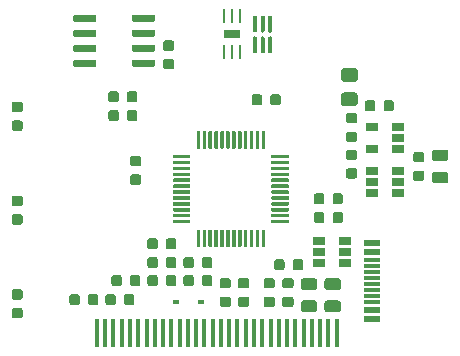
<source format=gbr>
G04 #@! TF.GenerationSoftware,KiCad,Pcbnew,(5.1.5)-2*
G04 #@! TF.CreationDate,2020-06-18T10:42:50+08:00*
G04 #@! TF.ProjectId,EVMeter_V2.0,45564d65-7465-4725-9f56-322e302e6b69,rev?*
G04 #@! TF.SameCoordinates,Original*
G04 #@! TF.FileFunction,Paste,Bot*
G04 #@! TF.FilePolarity,Positive*
%FSLAX46Y46*%
G04 Gerber Fmt 4.6, Leading zero omitted, Abs format (unit mm)*
G04 Created by KiCad (PCBNEW (5.1.5)-2) date 2020-06-18 10:42:50*
%MOMM*%
%LPD*%
G04 APERTURE LIST*
%ADD10R,1.060000X0.650000*%
%ADD11C,0.100000*%
%ADD12R,1.450000X0.600000*%
%ADD13R,1.450000X0.300000*%
%ADD14R,0.350000X1.400000*%
%ADD15R,0.250000X1.200000*%
%ADD16R,1.350000X0.650000*%
%ADD17R,0.400000X2.400000*%
%ADD18R,0.600000X0.450000*%
G04 APERTURE END LIST*
D10*
X139657000Y-81153000D03*
X139657000Y-82103000D03*
X139657000Y-80203000D03*
X137457000Y-80203000D03*
X137457000Y-81153000D03*
X137457000Y-82103000D03*
D11*
G36*
X124991691Y-63228553D02*
G01*
X125012926Y-63231703D01*
X125033750Y-63236919D01*
X125053962Y-63244151D01*
X125073368Y-63253330D01*
X125091781Y-63264366D01*
X125109024Y-63277154D01*
X125124930Y-63291570D01*
X125139346Y-63307476D01*
X125152134Y-63324719D01*
X125163170Y-63343132D01*
X125172349Y-63362538D01*
X125179581Y-63382750D01*
X125184797Y-63403574D01*
X125187947Y-63424809D01*
X125189000Y-63446250D01*
X125189000Y-63883750D01*
X125187947Y-63905191D01*
X125184797Y-63926426D01*
X125179581Y-63947250D01*
X125172349Y-63967462D01*
X125163170Y-63986868D01*
X125152134Y-64005281D01*
X125139346Y-64022524D01*
X125124930Y-64038430D01*
X125109024Y-64052846D01*
X125091781Y-64065634D01*
X125073368Y-64076670D01*
X125053962Y-64085849D01*
X125033750Y-64093081D01*
X125012926Y-64098297D01*
X124991691Y-64101447D01*
X124970250Y-64102500D01*
X124457750Y-64102500D01*
X124436309Y-64101447D01*
X124415074Y-64098297D01*
X124394250Y-64093081D01*
X124374038Y-64085849D01*
X124354632Y-64076670D01*
X124336219Y-64065634D01*
X124318976Y-64052846D01*
X124303070Y-64038430D01*
X124288654Y-64022524D01*
X124275866Y-64005281D01*
X124264830Y-63986868D01*
X124255651Y-63967462D01*
X124248419Y-63947250D01*
X124243203Y-63926426D01*
X124240053Y-63905191D01*
X124239000Y-63883750D01*
X124239000Y-63446250D01*
X124240053Y-63424809D01*
X124243203Y-63403574D01*
X124248419Y-63382750D01*
X124255651Y-63362538D01*
X124264830Y-63343132D01*
X124275866Y-63324719D01*
X124288654Y-63307476D01*
X124303070Y-63291570D01*
X124318976Y-63277154D01*
X124336219Y-63264366D01*
X124354632Y-63253330D01*
X124374038Y-63244151D01*
X124394250Y-63236919D01*
X124415074Y-63231703D01*
X124436309Y-63228553D01*
X124457750Y-63227500D01*
X124970250Y-63227500D01*
X124991691Y-63228553D01*
G37*
G36*
X124991691Y-64803553D02*
G01*
X125012926Y-64806703D01*
X125033750Y-64811919D01*
X125053962Y-64819151D01*
X125073368Y-64828330D01*
X125091781Y-64839366D01*
X125109024Y-64852154D01*
X125124930Y-64866570D01*
X125139346Y-64882476D01*
X125152134Y-64899719D01*
X125163170Y-64918132D01*
X125172349Y-64937538D01*
X125179581Y-64957750D01*
X125184797Y-64978574D01*
X125187947Y-64999809D01*
X125189000Y-65021250D01*
X125189000Y-65458750D01*
X125187947Y-65480191D01*
X125184797Y-65501426D01*
X125179581Y-65522250D01*
X125172349Y-65542462D01*
X125163170Y-65561868D01*
X125152134Y-65580281D01*
X125139346Y-65597524D01*
X125124930Y-65613430D01*
X125109024Y-65627846D01*
X125091781Y-65640634D01*
X125073368Y-65651670D01*
X125053962Y-65660849D01*
X125033750Y-65668081D01*
X125012926Y-65673297D01*
X124991691Y-65676447D01*
X124970250Y-65677500D01*
X124457750Y-65677500D01*
X124436309Y-65676447D01*
X124415074Y-65673297D01*
X124394250Y-65668081D01*
X124374038Y-65660849D01*
X124354632Y-65651670D01*
X124336219Y-65640634D01*
X124318976Y-65627846D01*
X124303070Y-65613430D01*
X124288654Y-65597524D01*
X124275866Y-65580281D01*
X124264830Y-65561868D01*
X124255651Y-65542462D01*
X124248419Y-65522250D01*
X124243203Y-65501426D01*
X124240053Y-65480191D01*
X124239000Y-65458750D01*
X124239000Y-65021250D01*
X124240053Y-64999809D01*
X124243203Y-64978574D01*
X124248419Y-64957750D01*
X124255651Y-64937538D01*
X124264830Y-64918132D01*
X124275866Y-64899719D01*
X124288654Y-64882476D01*
X124303070Y-64866570D01*
X124318976Y-64852154D01*
X124336219Y-64839366D01*
X124354632Y-64828330D01*
X124374038Y-64819151D01*
X124394250Y-64811919D01*
X124415074Y-64806703D01*
X124436309Y-64803553D01*
X124457750Y-64802500D01*
X124970250Y-64802500D01*
X124991691Y-64803553D01*
G37*
G36*
X146177691Y-72676053D02*
G01*
X146198926Y-72679203D01*
X146219750Y-72684419D01*
X146239962Y-72691651D01*
X146259368Y-72700830D01*
X146277781Y-72711866D01*
X146295024Y-72724654D01*
X146310930Y-72739070D01*
X146325346Y-72754976D01*
X146338134Y-72772219D01*
X146349170Y-72790632D01*
X146358349Y-72810038D01*
X146365581Y-72830250D01*
X146370797Y-72851074D01*
X146373947Y-72872309D01*
X146375000Y-72893750D01*
X146375000Y-73331250D01*
X146373947Y-73352691D01*
X146370797Y-73373926D01*
X146365581Y-73394750D01*
X146358349Y-73414962D01*
X146349170Y-73434368D01*
X146338134Y-73452781D01*
X146325346Y-73470024D01*
X146310930Y-73485930D01*
X146295024Y-73500346D01*
X146277781Y-73513134D01*
X146259368Y-73524170D01*
X146239962Y-73533349D01*
X146219750Y-73540581D01*
X146198926Y-73545797D01*
X146177691Y-73548947D01*
X146156250Y-73550000D01*
X145643750Y-73550000D01*
X145622309Y-73548947D01*
X145601074Y-73545797D01*
X145580250Y-73540581D01*
X145560038Y-73533349D01*
X145540632Y-73524170D01*
X145522219Y-73513134D01*
X145504976Y-73500346D01*
X145489070Y-73485930D01*
X145474654Y-73470024D01*
X145461866Y-73452781D01*
X145450830Y-73434368D01*
X145441651Y-73414962D01*
X145434419Y-73394750D01*
X145429203Y-73373926D01*
X145426053Y-73352691D01*
X145425000Y-73331250D01*
X145425000Y-72893750D01*
X145426053Y-72872309D01*
X145429203Y-72851074D01*
X145434419Y-72830250D01*
X145441651Y-72810038D01*
X145450830Y-72790632D01*
X145461866Y-72772219D01*
X145474654Y-72754976D01*
X145489070Y-72739070D01*
X145504976Y-72724654D01*
X145522219Y-72711866D01*
X145540632Y-72700830D01*
X145560038Y-72691651D01*
X145580250Y-72684419D01*
X145601074Y-72679203D01*
X145622309Y-72676053D01*
X145643750Y-72675000D01*
X146156250Y-72675000D01*
X146177691Y-72676053D01*
G37*
G36*
X146177691Y-74251053D02*
G01*
X146198926Y-74254203D01*
X146219750Y-74259419D01*
X146239962Y-74266651D01*
X146259368Y-74275830D01*
X146277781Y-74286866D01*
X146295024Y-74299654D01*
X146310930Y-74314070D01*
X146325346Y-74329976D01*
X146338134Y-74347219D01*
X146349170Y-74365632D01*
X146358349Y-74385038D01*
X146365581Y-74405250D01*
X146370797Y-74426074D01*
X146373947Y-74447309D01*
X146375000Y-74468750D01*
X146375000Y-74906250D01*
X146373947Y-74927691D01*
X146370797Y-74948926D01*
X146365581Y-74969750D01*
X146358349Y-74989962D01*
X146349170Y-75009368D01*
X146338134Y-75027781D01*
X146325346Y-75045024D01*
X146310930Y-75060930D01*
X146295024Y-75075346D01*
X146277781Y-75088134D01*
X146259368Y-75099170D01*
X146239962Y-75108349D01*
X146219750Y-75115581D01*
X146198926Y-75120797D01*
X146177691Y-75123947D01*
X146156250Y-75125000D01*
X145643750Y-75125000D01*
X145622309Y-75123947D01*
X145601074Y-75120797D01*
X145580250Y-75115581D01*
X145560038Y-75108349D01*
X145540632Y-75099170D01*
X145522219Y-75088134D01*
X145504976Y-75075346D01*
X145489070Y-75060930D01*
X145474654Y-75045024D01*
X145461866Y-75027781D01*
X145450830Y-75009368D01*
X145441651Y-74989962D01*
X145434419Y-74969750D01*
X145429203Y-74948926D01*
X145426053Y-74927691D01*
X145425000Y-74906250D01*
X145425000Y-74468750D01*
X145426053Y-74447309D01*
X145429203Y-74426074D01*
X145434419Y-74405250D01*
X145441651Y-74385038D01*
X145450830Y-74365632D01*
X145461866Y-74347219D01*
X145474654Y-74329976D01*
X145489070Y-74314070D01*
X145504976Y-74299654D01*
X145522219Y-74286866D01*
X145540632Y-74275830D01*
X145560038Y-74266651D01*
X145580250Y-74259419D01*
X145601074Y-74254203D01*
X145622309Y-74251053D01*
X145643750Y-74250000D01*
X146156250Y-74250000D01*
X146177691Y-74251053D01*
G37*
G36*
X112164691Y-68435553D02*
G01*
X112185926Y-68438703D01*
X112206750Y-68443919D01*
X112226962Y-68451151D01*
X112246368Y-68460330D01*
X112264781Y-68471366D01*
X112282024Y-68484154D01*
X112297930Y-68498570D01*
X112312346Y-68514476D01*
X112325134Y-68531719D01*
X112336170Y-68550132D01*
X112345349Y-68569538D01*
X112352581Y-68589750D01*
X112357797Y-68610574D01*
X112360947Y-68631809D01*
X112362000Y-68653250D01*
X112362000Y-69090750D01*
X112360947Y-69112191D01*
X112357797Y-69133426D01*
X112352581Y-69154250D01*
X112345349Y-69174462D01*
X112336170Y-69193868D01*
X112325134Y-69212281D01*
X112312346Y-69229524D01*
X112297930Y-69245430D01*
X112282024Y-69259846D01*
X112264781Y-69272634D01*
X112246368Y-69283670D01*
X112226962Y-69292849D01*
X112206750Y-69300081D01*
X112185926Y-69305297D01*
X112164691Y-69308447D01*
X112143250Y-69309500D01*
X111630750Y-69309500D01*
X111609309Y-69308447D01*
X111588074Y-69305297D01*
X111567250Y-69300081D01*
X111547038Y-69292849D01*
X111527632Y-69283670D01*
X111509219Y-69272634D01*
X111491976Y-69259846D01*
X111476070Y-69245430D01*
X111461654Y-69229524D01*
X111448866Y-69212281D01*
X111437830Y-69193868D01*
X111428651Y-69174462D01*
X111421419Y-69154250D01*
X111416203Y-69133426D01*
X111413053Y-69112191D01*
X111412000Y-69090750D01*
X111412000Y-68653250D01*
X111413053Y-68631809D01*
X111416203Y-68610574D01*
X111421419Y-68589750D01*
X111428651Y-68569538D01*
X111437830Y-68550132D01*
X111448866Y-68531719D01*
X111461654Y-68514476D01*
X111476070Y-68498570D01*
X111491976Y-68484154D01*
X111509219Y-68471366D01*
X111527632Y-68460330D01*
X111547038Y-68451151D01*
X111567250Y-68443919D01*
X111588074Y-68438703D01*
X111609309Y-68435553D01*
X111630750Y-68434500D01*
X112143250Y-68434500D01*
X112164691Y-68435553D01*
G37*
G36*
X112164691Y-70010553D02*
G01*
X112185926Y-70013703D01*
X112206750Y-70018919D01*
X112226962Y-70026151D01*
X112246368Y-70035330D01*
X112264781Y-70046366D01*
X112282024Y-70059154D01*
X112297930Y-70073570D01*
X112312346Y-70089476D01*
X112325134Y-70106719D01*
X112336170Y-70125132D01*
X112345349Y-70144538D01*
X112352581Y-70164750D01*
X112357797Y-70185574D01*
X112360947Y-70206809D01*
X112362000Y-70228250D01*
X112362000Y-70665750D01*
X112360947Y-70687191D01*
X112357797Y-70708426D01*
X112352581Y-70729250D01*
X112345349Y-70749462D01*
X112336170Y-70768868D01*
X112325134Y-70787281D01*
X112312346Y-70804524D01*
X112297930Y-70820430D01*
X112282024Y-70834846D01*
X112264781Y-70847634D01*
X112246368Y-70858670D01*
X112226962Y-70867849D01*
X112206750Y-70875081D01*
X112185926Y-70880297D01*
X112164691Y-70883447D01*
X112143250Y-70884500D01*
X111630750Y-70884500D01*
X111609309Y-70883447D01*
X111588074Y-70880297D01*
X111567250Y-70875081D01*
X111547038Y-70867849D01*
X111527632Y-70858670D01*
X111509219Y-70847634D01*
X111491976Y-70834846D01*
X111476070Y-70820430D01*
X111461654Y-70804524D01*
X111448866Y-70787281D01*
X111437830Y-70768868D01*
X111428651Y-70749462D01*
X111421419Y-70729250D01*
X111416203Y-70708426D01*
X111413053Y-70687191D01*
X111412000Y-70665750D01*
X111412000Y-70228250D01*
X111413053Y-70206809D01*
X111416203Y-70185574D01*
X111421419Y-70164750D01*
X111428651Y-70144538D01*
X111437830Y-70125132D01*
X111448866Y-70106719D01*
X111461654Y-70089476D01*
X111476070Y-70073570D01*
X111491976Y-70059154D01*
X111509219Y-70046366D01*
X111527632Y-70035330D01*
X111547038Y-70026151D01*
X111567250Y-70018919D01*
X111588074Y-70013703D01*
X111609309Y-70010553D01*
X111630750Y-70009500D01*
X112143250Y-70009500D01*
X112164691Y-70010553D01*
G37*
G36*
X140477691Y-69376053D02*
G01*
X140498926Y-69379203D01*
X140519750Y-69384419D01*
X140539962Y-69391651D01*
X140559368Y-69400830D01*
X140577781Y-69411866D01*
X140595024Y-69424654D01*
X140610930Y-69439070D01*
X140625346Y-69454976D01*
X140638134Y-69472219D01*
X140649170Y-69490632D01*
X140658349Y-69510038D01*
X140665581Y-69530250D01*
X140670797Y-69551074D01*
X140673947Y-69572309D01*
X140675000Y-69593750D01*
X140675000Y-70031250D01*
X140673947Y-70052691D01*
X140670797Y-70073926D01*
X140665581Y-70094750D01*
X140658349Y-70114962D01*
X140649170Y-70134368D01*
X140638134Y-70152781D01*
X140625346Y-70170024D01*
X140610930Y-70185930D01*
X140595024Y-70200346D01*
X140577781Y-70213134D01*
X140559368Y-70224170D01*
X140539962Y-70233349D01*
X140519750Y-70240581D01*
X140498926Y-70245797D01*
X140477691Y-70248947D01*
X140456250Y-70250000D01*
X139943750Y-70250000D01*
X139922309Y-70248947D01*
X139901074Y-70245797D01*
X139880250Y-70240581D01*
X139860038Y-70233349D01*
X139840632Y-70224170D01*
X139822219Y-70213134D01*
X139804976Y-70200346D01*
X139789070Y-70185930D01*
X139774654Y-70170024D01*
X139761866Y-70152781D01*
X139750830Y-70134368D01*
X139741651Y-70114962D01*
X139734419Y-70094750D01*
X139729203Y-70073926D01*
X139726053Y-70052691D01*
X139725000Y-70031250D01*
X139725000Y-69593750D01*
X139726053Y-69572309D01*
X139729203Y-69551074D01*
X139734419Y-69530250D01*
X139741651Y-69510038D01*
X139750830Y-69490632D01*
X139761866Y-69472219D01*
X139774654Y-69454976D01*
X139789070Y-69439070D01*
X139804976Y-69424654D01*
X139822219Y-69411866D01*
X139840632Y-69400830D01*
X139860038Y-69391651D01*
X139880250Y-69384419D01*
X139901074Y-69379203D01*
X139922309Y-69376053D01*
X139943750Y-69375000D01*
X140456250Y-69375000D01*
X140477691Y-69376053D01*
G37*
G36*
X140477691Y-70951053D02*
G01*
X140498926Y-70954203D01*
X140519750Y-70959419D01*
X140539962Y-70966651D01*
X140559368Y-70975830D01*
X140577781Y-70986866D01*
X140595024Y-70999654D01*
X140610930Y-71014070D01*
X140625346Y-71029976D01*
X140638134Y-71047219D01*
X140649170Y-71065632D01*
X140658349Y-71085038D01*
X140665581Y-71105250D01*
X140670797Y-71126074D01*
X140673947Y-71147309D01*
X140675000Y-71168750D01*
X140675000Y-71606250D01*
X140673947Y-71627691D01*
X140670797Y-71648926D01*
X140665581Y-71669750D01*
X140658349Y-71689962D01*
X140649170Y-71709368D01*
X140638134Y-71727781D01*
X140625346Y-71745024D01*
X140610930Y-71760930D01*
X140595024Y-71775346D01*
X140577781Y-71788134D01*
X140559368Y-71799170D01*
X140539962Y-71808349D01*
X140519750Y-71815581D01*
X140498926Y-71820797D01*
X140477691Y-71823947D01*
X140456250Y-71825000D01*
X139943750Y-71825000D01*
X139922309Y-71823947D01*
X139901074Y-71820797D01*
X139880250Y-71815581D01*
X139860038Y-71808349D01*
X139840632Y-71799170D01*
X139822219Y-71788134D01*
X139804976Y-71775346D01*
X139789070Y-71760930D01*
X139774654Y-71745024D01*
X139761866Y-71727781D01*
X139750830Y-71709368D01*
X139741651Y-71689962D01*
X139734419Y-71669750D01*
X139729203Y-71648926D01*
X139726053Y-71627691D01*
X139725000Y-71606250D01*
X139725000Y-71168750D01*
X139726053Y-71147309D01*
X139729203Y-71126074D01*
X139734419Y-71105250D01*
X139741651Y-71085038D01*
X139750830Y-71065632D01*
X139761866Y-71047219D01*
X139774654Y-71029976D01*
X139789070Y-71014070D01*
X139804976Y-70999654D01*
X139822219Y-70986866D01*
X139840632Y-70975830D01*
X139860038Y-70966651D01*
X139880250Y-70959419D01*
X139901074Y-70954203D01*
X139922309Y-70951053D01*
X139943750Y-70950000D01*
X140456250Y-70950000D01*
X140477691Y-70951053D01*
G37*
G36*
X148180142Y-72476174D02*
G01*
X148203803Y-72479684D01*
X148227007Y-72485496D01*
X148249529Y-72493554D01*
X148271153Y-72503782D01*
X148291670Y-72516079D01*
X148310883Y-72530329D01*
X148328607Y-72546393D01*
X148344671Y-72564117D01*
X148358921Y-72583330D01*
X148371218Y-72603847D01*
X148381446Y-72625471D01*
X148389504Y-72647993D01*
X148395316Y-72671197D01*
X148398826Y-72694858D01*
X148400000Y-72718750D01*
X148400000Y-73206250D01*
X148398826Y-73230142D01*
X148395316Y-73253803D01*
X148389504Y-73277007D01*
X148381446Y-73299529D01*
X148371218Y-73321153D01*
X148358921Y-73341670D01*
X148344671Y-73360883D01*
X148328607Y-73378607D01*
X148310883Y-73394671D01*
X148291670Y-73408921D01*
X148271153Y-73421218D01*
X148249529Y-73431446D01*
X148227007Y-73439504D01*
X148203803Y-73445316D01*
X148180142Y-73448826D01*
X148156250Y-73450000D01*
X147243750Y-73450000D01*
X147219858Y-73448826D01*
X147196197Y-73445316D01*
X147172993Y-73439504D01*
X147150471Y-73431446D01*
X147128847Y-73421218D01*
X147108330Y-73408921D01*
X147089117Y-73394671D01*
X147071393Y-73378607D01*
X147055329Y-73360883D01*
X147041079Y-73341670D01*
X147028782Y-73321153D01*
X147018554Y-73299529D01*
X147010496Y-73277007D01*
X147004684Y-73253803D01*
X147001174Y-73230142D01*
X147000000Y-73206250D01*
X147000000Y-72718750D01*
X147001174Y-72694858D01*
X147004684Y-72671197D01*
X147010496Y-72647993D01*
X147018554Y-72625471D01*
X147028782Y-72603847D01*
X147041079Y-72583330D01*
X147055329Y-72564117D01*
X147071393Y-72546393D01*
X147089117Y-72530329D01*
X147108330Y-72516079D01*
X147128847Y-72503782D01*
X147150471Y-72493554D01*
X147172993Y-72485496D01*
X147196197Y-72479684D01*
X147219858Y-72476174D01*
X147243750Y-72475000D01*
X148156250Y-72475000D01*
X148180142Y-72476174D01*
G37*
G36*
X148180142Y-74351174D02*
G01*
X148203803Y-74354684D01*
X148227007Y-74360496D01*
X148249529Y-74368554D01*
X148271153Y-74378782D01*
X148291670Y-74391079D01*
X148310883Y-74405329D01*
X148328607Y-74421393D01*
X148344671Y-74439117D01*
X148358921Y-74458330D01*
X148371218Y-74478847D01*
X148381446Y-74500471D01*
X148389504Y-74522993D01*
X148395316Y-74546197D01*
X148398826Y-74569858D01*
X148400000Y-74593750D01*
X148400000Y-75081250D01*
X148398826Y-75105142D01*
X148395316Y-75128803D01*
X148389504Y-75152007D01*
X148381446Y-75174529D01*
X148371218Y-75196153D01*
X148358921Y-75216670D01*
X148344671Y-75235883D01*
X148328607Y-75253607D01*
X148310883Y-75269671D01*
X148291670Y-75283921D01*
X148271153Y-75296218D01*
X148249529Y-75306446D01*
X148227007Y-75314504D01*
X148203803Y-75320316D01*
X148180142Y-75323826D01*
X148156250Y-75325000D01*
X147243750Y-75325000D01*
X147219858Y-75323826D01*
X147196197Y-75320316D01*
X147172993Y-75314504D01*
X147150471Y-75306446D01*
X147128847Y-75296218D01*
X147108330Y-75283921D01*
X147089117Y-75269671D01*
X147071393Y-75253607D01*
X147055329Y-75235883D01*
X147041079Y-75216670D01*
X147028782Y-75196153D01*
X147018554Y-75174529D01*
X147010496Y-75152007D01*
X147004684Y-75128803D01*
X147001174Y-75105142D01*
X147000000Y-75081250D01*
X147000000Y-74593750D01*
X147001174Y-74569858D01*
X147004684Y-74546197D01*
X147010496Y-74522993D01*
X147018554Y-74500471D01*
X147028782Y-74478847D01*
X147041079Y-74458330D01*
X147055329Y-74439117D01*
X147071393Y-74421393D01*
X147089117Y-74405329D01*
X147108330Y-74391079D01*
X147128847Y-74378782D01*
X147150471Y-74368554D01*
X147172993Y-74360496D01*
X147196197Y-74354684D01*
X147219858Y-74351174D01*
X147243750Y-74350000D01*
X148156250Y-74350000D01*
X148180142Y-74351174D01*
G37*
G36*
X112164691Y-77948053D02*
G01*
X112185926Y-77951203D01*
X112206750Y-77956419D01*
X112226962Y-77963651D01*
X112246368Y-77972830D01*
X112264781Y-77983866D01*
X112282024Y-77996654D01*
X112297930Y-78011070D01*
X112312346Y-78026976D01*
X112325134Y-78044219D01*
X112336170Y-78062632D01*
X112345349Y-78082038D01*
X112352581Y-78102250D01*
X112357797Y-78123074D01*
X112360947Y-78144309D01*
X112362000Y-78165750D01*
X112362000Y-78603250D01*
X112360947Y-78624691D01*
X112357797Y-78645926D01*
X112352581Y-78666750D01*
X112345349Y-78686962D01*
X112336170Y-78706368D01*
X112325134Y-78724781D01*
X112312346Y-78742024D01*
X112297930Y-78757930D01*
X112282024Y-78772346D01*
X112264781Y-78785134D01*
X112246368Y-78796170D01*
X112226962Y-78805349D01*
X112206750Y-78812581D01*
X112185926Y-78817797D01*
X112164691Y-78820947D01*
X112143250Y-78822000D01*
X111630750Y-78822000D01*
X111609309Y-78820947D01*
X111588074Y-78817797D01*
X111567250Y-78812581D01*
X111547038Y-78805349D01*
X111527632Y-78796170D01*
X111509219Y-78785134D01*
X111491976Y-78772346D01*
X111476070Y-78757930D01*
X111461654Y-78742024D01*
X111448866Y-78724781D01*
X111437830Y-78706368D01*
X111428651Y-78686962D01*
X111421419Y-78666750D01*
X111416203Y-78645926D01*
X111413053Y-78624691D01*
X111412000Y-78603250D01*
X111412000Y-78165750D01*
X111413053Y-78144309D01*
X111416203Y-78123074D01*
X111421419Y-78102250D01*
X111428651Y-78082038D01*
X111437830Y-78062632D01*
X111448866Y-78044219D01*
X111461654Y-78026976D01*
X111476070Y-78011070D01*
X111491976Y-77996654D01*
X111509219Y-77983866D01*
X111527632Y-77972830D01*
X111547038Y-77963651D01*
X111567250Y-77956419D01*
X111588074Y-77951203D01*
X111609309Y-77948053D01*
X111630750Y-77947000D01*
X112143250Y-77947000D01*
X112164691Y-77948053D01*
G37*
G36*
X112164691Y-76373053D02*
G01*
X112185926Y-76376203D01*
X112206750Y-76381419D01*
X112226962Y-76388651D01*
X112246368Y-76397830D01*
X112264781Y-76408866D01*
X112282024Y-76421654D01*
X112297930Y-76436070D01*
X112312346Y-76451976D01*
X112325134Y-76469219D01*
X112336170Y-76487632D01*
X112345349Y-76507038D01*
X112352581Y-76527250D01*
X112357797Y-76548074D01*
X112360947Y-76569309D01*
X112362000Y-76590750D01*
X112362000Y-77028250D01*
X112360947Y-77049691D01*
X112357797Y-77070926D01*
X112352581Y-77091750D01*
X112345349Y-77111962D01*
X112336170Y-77131368D01*
X112325134Y-77149781D01*
X112312346Y-77167024D01*
X112297930Y-77182930D01*
X112282024Y-77197346D01*
X112264781Y-77210134D01*
X112246368Y-77221170D01*
X112226962Y-77230349D01*
X112206750Y-77237581D01*
X112185926Y-77242797D01*
X112164691Y-77245947D01*
X112143250Y-77247000D01*
X111630750Y-77247000D01*
X111609309Y-77245947D01*
X111588074Y-77242797D01*
X111567250Y-77237581D01*
X111547038Y-77230349D01*
X111527632Y-77221170D01*
X111509219Y-77210134D01*
X111491976Y-77197346D01*
X111476070Y-77182930D01*
X111461654Y-77167024D01*
X111448866Y-77149781D01*
X111437830Y-77131368D01*
X111428651Y-77111962D01*
X111421419Y-77091750D01*
X111416203Y-77070926D01*
X111413053Y-77049691D01*
X111412000Y-77028250D01*
X111412000Y-76590750D01*
X111413053Y-76569309D01*
X111416203Y-76548074D01*
X111421419Y-76527250D01*
X111428651Y-76507038D01*
X111437830Y-76487632D01*
X111448866Y-76469219D01*
X111461654Y-76451976D01*
X111476070Y-76436070D01*
X111491976Y-76421654D01*
X111509219Y-76408866D01*
X111527632Y-76397830D01*
X111547038Y-76388651D01*
X111567250Y-76381419D01*
X111588074Y-76376203D01*
X111609309Y-76373053D01*
X111630750Y-76372000D01*
X112143250Y-76372000D01*
X112164691Y-76373053D01*
G37*
G36*
X143585191Y-68296553D02*
G01*
X143606426Y-68299703D01*
X143627250Y-68304919D01*
X143647462Y-68312151D01*
X143666868Y-68321330D01*
X143685281Y-68332366D01*
X143702524Y-68345154D01*
X143718430Y-68359570D01*
X143732846Y-68375476D01*
X143745634Y-68392719D01*
X143756670Y-68411132D01*
X143765849Y-68430538D01*
X143773081Y-68450750D01*
X143778297Y-68471574D01*
X143781447Y-68492809D01*
X143782500Y-68514250D01*
X143782500Y-69026750D01*
X143781447Y-69048191D01*
X143778297Y-69069426D01*
X143773081Y-69090250D01*
X143765849Y-69110462D01*
X143756670Y-69129868D01*
X143745634Y-69148281D01*
X143732846Y-69165524D01*
X143718430Y-69181430D01*
X143702524Y-69195846D01*
X143685281Y-69208634D01*
X143666868Y-69219670D01*
X143647462Y-69228849D01*
X143627250Y-69236081D01*
X143606426Y-69241297D01*
X143585191Y-69244447D01*
X143563750Y-69245500D01*
X143126250Y-69245500D01*
X143104809Y-69244447D01*
X143083574Y-69241297D01*
X143062750Y-69236081D01*
X143042538Y-69228849D01*
X143023132Y-69219670D01*
X143004719Y-69208634D01*
X142987476Y-69195846D01*
X142971570Y-69181430D01*
X142957154Y-69165524D01*
X142944366Y-69148281D01*
X142933330Y-69129868D01*
X142924151Y-69110462D01*
X142916919Y-69090250D01*
X142911703Y-69069426D01*
X142908553Y-69048191D01*
X142907500Y-69026750D01*
X142907500Y-68514250D01*
X142908553Y-68492809D01*
X142911703Y-68471574D01*
X142916919Y-68450750D01*
X142924151Y-68430538D01*
X142933330Y-68411132D01*
X142944366Y-68392719D01*
X142957154Y-68375476D01*
X142971570Y-68359570D01*
X142987476Y-68345154D01*
X143004719Y-68332366D01*
X143023132Y-68321330D01*
X143042538Y-68312151D01*
X143062750Y-68304919D01*
X143083574Y-68299703D01*
X143104809Y-68296553D01*
X143126250Y-68295500D01*
X143563750Y-68295500D01*
X143585191Y-68296553D01*
G37*
G36*
X142010191Y-68296553D02*
G01*
X142031426Y-68299703D01*
X142052250Y-68304919D01*
X142072462Y-68312151D01*
X142091868Y-68321330D01*
X142110281Y-68332366D01*
X142127524Y-68345154D01*
X142143430Y-68359570D01*
X142157846Y-68375476D01*
X142170634Y-68392719D01*
X142181670Y-68411132D01*
X142190849Y-68430538D01*
X142198081Y-68450750D01*
X142203297Y-68471574D01*
X142206447Y-68492809D01*
X142207500Y-68514250D01*
X142207500Y-69026750D01*
X142206447Y-69048191D01*
X142203297Y-69069426D01*
X142198081Y-69090250D01*
X142190849Y-69110462D01*
X142181670Y-69129868D01*
X142170634Y-69148281D01*
X142157846Y-69165524D01*
X142143430Y-69181430D01*
X142127524Y-69195846D01*
X142110281Y-69208634D01*
X142091868Y-69219670D01*
X142072462Y-69228849D01*
X142052250Y-69236081D01*
X142031426Y-69241297D01*
X142010191Y-69244447D01*
X141988750Y-69245500D01*
X141551250Y-69245500D01*
X141529809Y-69244447D01*
X141508574Y-69241297D01*
X141487750Y-69236081D01*
X141467538Y-69228849D01*
X141448132Y-69219670D01*
X141429719Y-69208634D01*
X141412476Y-69195846D01*
X141396570Y-69181430D01*
X141382154Y-69165524D01*
X141369366Y-69148281D01*
X141358330Y-69129868D01*
X141349151Y-69110462D01*
X141341919Y-69090250D01*
X141336703Y-69069426D01*
X141333553Y-69048191D01*
X141332500Y-69026750D01*
X141332500Y-68514250D01*
X141333553Y-68492809D01*
X141336703Y-68471574D01*
X141341919Y-68450750D01*
X141349151Y-68430538D01*
X141358330Y-68411132D01*
X141369366Y-68392719D01*
X141382154Y-68375476D01*
X141396570Y-68359570D01*
X141412476Y-68345154D01*
X141429719Y-68332366D01*
X141448132Y-68321330D01*
X141467538Y-68312151D01*
X141487750Y-68304919D01*
X141508574Y-68299703D01*
X141529809Y-68296553D01*
X141551250Y-68295500D01*
X141988750Y-68295500D01*
X142010191Y-68296553D01*
G37*
G36*
X112164691Y-85885553D02*
G01*
X112185926Y-85888703D01*
X112206750Y-85893919D01*
X112226962Y-85901151D01*
X112246368Y-85910330D01*
X112264781Y-85921366D01*
X112282024Y-85934154D01*
X112297930Y-85948570D01*
X112312346Y-85964476D01*
X112325134Y-85981719D01*
X112336170Y-86000132D01*
X112345349Y-86019538D01*
X112352581Y-86039750D01*
X112357797Y-86060574D01*
X112360947Y-86081809D01*
X112362000Y-86103250D01*
X112362000Y-86540750D01*
X112360947Y-86562191D01*
X112357797Y-86583426D01*
X112352581Y-86604250D01*
X112345349Y-86624462D01*
X112336170Y-86643868D01*
X112325134Y-86662281D01*
X112312346Y-86679524D01*
X112297930Y-86695430D01*
X112282024Y-86709846D01*
X112264781Y-86722634D01*
X112246368Y-86733670D01*
X112226962Y-86742849D01*
X112206750Y-86750081D01*
X112185926Y-86755297D01*
X112164691Y-86758447D01*
X112143250Y-86759500D01*
X111630750Y-86759500D01*
X111609309Y-86758447D01*
X111588074Y-86755297D01*
X111567250Y-86750081D01*
X111547038Y-86742849D01*
X111527632Y-86733670D01*
X111509219Y-86722634D01*
X111491976Y-86709846D01*
X111476070Y-86695430D01*
X111461654Y-86679524D01*
X111448866Y-86662281D01*
X111437830Y-86643868D01*
X111428651Y-86624462D01*
X111421419Y-86604250D01*
X111416203Y-86583426D01*
X111413053Y-86562191D01*
X111412000Y-86540750D01*
X111412000Y-86103250D01*
X111413053Y-86081809D01*
X111416203Y-86060574D01*
X111421419Y-86039750D01*
X111428651Y-86019538D01*
X111437830Y-86000132D01*
X111448866Y-85981719D01*
X111461654Y-85964476D01*
X111476070Y-85948570D01*
X111491976Y-85934154D01*
X111509219Y-85921366D01*
X111527632Y-85910330D01*
X111547038Y-85901151D01*
X111567250Y-85893919D01*
X111588074Y-85888703D01*
X111609309Y-85885553D01*
X111630750Y-85884500D01*
X112143250Y-85884500D01*
X112164691Y-85885553D01*
G37*
G36*
X112164691Y-84310553D02*
G01*
X112185926Y-84313703D01*
X112206750Y-84318919D01*
X112226962Y-84326151D01*
X112246368Y-84335330D01*
X112264781Y-84346366D01*
X112282024Y-84359154D01*
X112297930Y-84373570D01*
X112312346Y-84389476D01*
X112325134Y-84406719D01*
X112336170Y-84425132D01*
X112345349Y-84444538D01*
X112352581Y-84464750D01*
X112357797Y-84485574D01*
X112360947Y-84506809D01*
X112362000Y-84528250D01*
X112362000Y-84965750D01*
X112360947Y-84987191D01*
X112357797Y-85008426D01*
X112352581Y-85029250D01*
X112345349Y-85049462D01*
X112336170Y-85068868D01*
X112325134Y-85087281D01*
X112312346Y-85104524D01*
X112297930Y-85120430D01*
X112282024Y-85134846D01*
X112264781Y-85147634D01*
X112246368Y-85158670D01*
X112226962Y-85167849D01*
X112206750Y-85175081D01*
X112185926Y-85180297D01*
X112164691Y-85183447D01*
X112143250Y-85184500D01*
X111630750Y-85184500D01*
X111609309Y-85183447D01*
X111588074Y-85180297D01*
X111567250Y-85175081D01*
X111547038Y-85167849D01*
X111527632Y-85158670D01*
X111509219Y-85147634D01*
X111491976Y-85134846D01*
X111476070Y-85120430D01*
X111461654Y-85104524D01*
X111448866Y-85087281D01*
X111437830Y-85068868D01*
X111428651Y-85049462D01*
X111421419Y-85029250D01*
X111416203Y-85008426D01*
X111413053Y-84987191D01*
X111412000Y-84965750D01*
X111412000Y-84528250D01*
X111413053Y-84506809D01*
X111416203Y-84485574D01*
X111421419Y-84464750D01*
X111428651Y-84444538D01*
X111437830Y-84425132D01*
X111448866Y-84406719D01*
X111461654Y-84389476D01*
X111476070Y-84373570D01*
X111491976Y-84359154D01*
X111509219Y-84346366D01*
X111527632Y-84335330D01*
X111547038Y-84326151D01*
X111567250Y-84318919D01*
X111588074Y-84313703D01*
X111609309Y-84310553D01*
X111630750Y-84309500D01*
X112143250Y-84309500D01*
X112164691Y-84310553D01*
G37*
G36*
X131341691Y-83358053D02*
G01*
X131362926Y-83361203D01*
X131383750Y-83366419D01*
X131403962Y-83373651D01*
X131423368Y-83382830D01*
X131441781Y-83393866D01*
X131459024Y-83406654D01*
X131474930Y-83421070D01*
X131489346Y-83436976D01*
X131502134Y-83454219D01*
X131513170Y-83472632D01*
X131522349Y-83492038D01*
X131529581Y-83512250D01*
X131534797Y-83533074D01*
X131537947Y-83554309D01*
X131539000Y-83575750D01*
X131539000Y-84013250D01*
X131537947Y-84034691D01*
X131534797Y-84055926D01*
X131529581Y-84076750D01*
X131522349Y-84096962D01*
X131513170Y-84116368D01*
X131502134Y-84134781D01*
X131489346Y-84152024D01*
X131474930Y-84167930D01*
X131459024Y-84182346D01*
X131441781Y-84195134D01*
X131423368Y-84206170D01*
X131403962Y-84215349D01*
X131383750Y-84222581D01*
X131362926Y-84227797D01*
X131341691Y-84230947D01*
X131320250Y-84232000D01*
X130807750Y-84232000D01*
X130786309Y-84230947D01*
X130765074Y-84227797D01*
X130744250Y-84222581D01*
X130724038Y-84215349D01*
X130704632Y-84206170D01*
X130686219Y-84195134D01*
X130668976Y-84182346D01*
X130653070Y-84167930D01*
X130638654Y-84152024D01*
X130625866Y-84134781D01*
X130614830Y-84116368D01*
X130605651Y-84096962D01*
X130598419Y-84076750D01*
X130593203Y-84055926D01*
X130590053Y-84034691D01*
X130589000Y-84013250D01*
X130589000Y-83575750D01*
X130590053Y-83554309D01*
X130593203Y-83533074D01*
X130598419Y-83512250D01*
X130605651Y-83492038D01*
X130614830Y-83472632D01*
X130625866Y-83454219D01*
X130638654Y-83436976D01*
X130653070Y-83421070D01*
X130668976Y-83406654D01*
X130686219Y-83393866D01*
X130704632Y-83382830D01*
X130724038Y-83373651D01*
X130744250Y-83366419D01*
X130765074Y-83361203D01*
X130786309Y-83358053D01*
X130807750Y-83357000D01*
X131320250Y-83357000D01*
X131341691Y-83358053D01*
G37*
G36*
X131341691Y-84933053D02*
G01*
X131362926Y-84936203D01*
X131383750Y-84941419D01*
X131403962Y-84948651D01*
X131423368Y-84957830D01*
X131441781Y-84968866D01*
X131459024Y-84981654D01*
X131474930Y-84996070D01*
X131489346Y-85011976D01*
X131502134Y-85029219D01*
X131513170Y-85047632D01*
X131522349Y-85067038D01*
X131529581Y-85087250D01*
X131534797Y-85108074D01*
X131537947Y-85129309D01*
X131539000Y-85150750D01*
X131539000Y-85588250D01*
X131537947Y-85609691D01*
X131534797Y-85630926D01*
X131529581Y-85651750D01*
X131522349Y-85671962D01*
X131513170Y-85691368D01*
X131502134Y-85709781D01*
X131489346Y-85727024D01*
X131474930Y-85742930D01*
X131459024Y-85757346D01*
X131441781Y-85770134D01*
X131423368Y-85781170D01*
X131403962Y-85790349D01*
X131383750Y-85797581D01*
X131362926Y-85802797D01*
X131341691Y-85805947D01*
X131320250Y-85807000D01*
X130807750Y-85807000D01*
X130786309Y-85805947D01*
X130765074Y-85802797D01*
X130744250Y-85797581D01*
X130724038Y-85790349D01*
X130704632Y-85781170D01*
X130686219Y-85770134D01*
X130668976Y-85757346D01*
X130653070Y-85742930D01*
X130638654Y-85727024D01*
X130625866Y-85709781D01*
X130614830Y-85691368D01*
X130605651Y-85671962D01*
X130598419Y-85651750D01*
X130593203Y-85630926D01*
X130590053Y-85609691D01*
X130589000Y-85588250D01*
X130589000Y-85150750D01*
X130590053Y-85129309D01*
X130593203Y-85108074D01*
X130598419Y-85087250D01*
X130605651Y-85067038D01*
X130614830Y-85047632D01*
X130625866Y-85029219D01*
X130638654Y-85011976D01*
X130653070Y-84996070D01*
X130668976Y-84981654D01*
X130686219Y-84968866D01*
X130704632Y-84957830D01*
X130724038Y-84948651D01*
X130744250Y-84941419D01*
X130765074Y-84936203D01*
X130786309Y-84933053D01*
X130807750Y-84932000D01*
X131320250Y-84932000D01*
X131341691Y-84933053D01*
G37*
G36*
X118566191Y-84708553D02*
G01*
X118587426Y-84711703D01*
X118608250Y-84716919D01*
X118628462Y-84724151D01*
X118647868Y-84733330D01*
X118666281Y-84744366D01*
X118683524Y-84757154D01*
X118699430Y-84771570D01*
X118713846Y-84787476D01*
X118726634Y-84804719D01*
X118737670Y-84823132D01*
X118746849Y-84842538D01*
X118754081Y-84862750D01*
X118759297Y-84883574D01*
X118762447Y-84904809D01*
X118763500Y-84926250D01*
X118763500Y-85438750D01*
X118762447Y-85460191D01*
X118759297Y-85481426D01*
X118754081Y-85502250D01*
X118746849Y-85522462D01*
X118737670Y-85541868D01*
X118726634Y-85560281D01*
X118713846Y-85577524D01*
X118699430Y-85593430D01*
X118683524Y-85607846D01*
X118666281Y-85620634D01*
X118647868Y-85631670D01*
X118628462Y-85640849D01*
X118608250Y-85648081D01*
X118587426Y-85653297D01*
X118566191Y-85656447D01*
X118544750Y-85657500D01*
X118107250Y-85657500D01*
X118085809Y-85656447D01*
X118064574Y-85653297D01*
X118043750Y-85648081D01*
X118023538Y-85640849D01*
X118004132Y-85631670D01*
X117985719Y-85620634D01*
X117968476Y-85607846D01*
X117952570Y-85593430D01*
X117938154Y-85577524D01*
X117925366Y-85560281D01*
X117914330Y-85541868D01*
X117905151Y-85522462D01*
X117897919Y-85502250D01*
X117892703Y-85481426D01*
X117889553Y-85460191D01*
X117888500Y-85438750D01*
X117888500Y-84926250D01*
X117889553Y-84904809D01*
X117892703Y-84883574D01*
X117897919Y-84862750D01*
X117905151Y-84842538D01*
X117914330Y-84823132D01*
X117925366Y-84804719D01*
X117938154Y-84787476D01*
X117952570Y-84771570D01*
X117968476Y-84757154D01*
X117985719Y-84744366D01*
X118004132Y-84733330D01*
X118023538Y-84724151D01*
X118043750Y-84716919D01*
X118064574Y-84711703D01*
X118085809Y-84708553D01*
X118107250Y-84707500D01*
X118544750Y-84707500D01*
X118566191Y-84708553D01*
G37*
G36*
X116991191Y-84708553D02*
G01*
X117012426Y-84711703D01*
X117033250Y-84716919D01*
X117053462Y-84724151D01*
X117072868Y-84733330D01*
X117091281Y-84744366D01*
X117108524Y-84757154D01*
X117124430Y-84771570D01*
X117138846Y-84787476D01*
X117151634Y-84804719D01*
X117162670Y-84823132D01*
X117171849Y-84842538D01*
X117179081Y-84862750D01*
X117184297Y-84883574D01*
X117187447Y-84904809D01*
X117188500Y-84926250D01*
X117188500Y-85438750D01*
X117187447Y-85460191D01*
X117184297Y-85481426D01*
X117179081Y-85502250D01*
X117171849Y-85522462D01*
X117162670Y-85541868D01*
X117151634Y-85560281D01*
X117138846Y-85577524D01*
X117124430Y-85593430D01*
X117108524Y-85607846D01*
X117091281Y-85620634D01*
X117072868Y-85631670D01*
X117053462Y-85640849D01*
X117033250Y-85648081D01*
X117012426Y-85653297D01*
X116991191Y-85656447D01*
X116969750Y-85657500D01*
X116532250Y-85657500D01*
X116510809Y-85656447D01*
X116489574Y-85653297D01*
X116468750Y-85648081D01*
X116448538Y-85640849D01*
X116429132Y-85631670D01*
X116410719Y-85620634D01*
X116393476Y-85607846D01*
X116377570Y-85593430D01*
X116363154Y-85577524D01*
X116350366Y-85560281D01*
X116339330Y-85541868D01*
X116330151Y-85522462D01*
X116322919Y-85502250D01*
X116317703Y-85481426D01*
X116314553Y-85460191D01*
X116313500Y-85438750D01*
X116313500Y-84926250D01*
X116314553Y-84904809D01*
X116317703Y-84883574D01*
X116322919Y-84862750D01*
X116330151Y-84842538D01*
X116339330Y-84823132D01*
X116350366Y-84804719D01*
X116363154Y-84787476D01*
X116377570Y-84771570D01*
X116393476Y-84757154D01*
X116410719Y-84744366D01*
X116429132Y-84733330D01*
X116448538Y-84724151D01*
X116468750Y-84716919D01*
X116489574Y-84711703D01*
X116510809Y-84708553D01*
X116532250Y-84707500D01*
X116969750Y-84707500D01*
X116991191Y-84708553D01*
G37*
G36*
X120039191Y-84708553D02*
G01*
X120060426Y-84711703D01*
X120081250Y-84716919D01*
X120101462Y-84724151D01*
X120120868Y-84733330D01*
X120139281Y-84744366D01*
X120156524Y-84757154D01*
X120172430Y-84771570D01*
X120186846Y-84787476D01*
X120199634Y-84804719D01*
X120210670Y-84823132D01*
X120219849Y-84842538D01*
X120227081Y-84862750D01*
X120232297Y-84883574D01*
X120235447Y-84904809D01*
X120236500Y-84926250D01*
X120236500Y-85438750D01*
X120235447Y-85460191D01*
X120232297Y-85481426D01*
X120227081Y-85502250D01*
X120219849Y-85522462D01*
X120210670Y-85541868D01*
X120199634Y-85560281D01*
X120186846Y-85577524D01*
X120172430Y-85593430D01*
X120156524Y-85607846D01*
X120139281Y-85620634D01*
X120120868Y-85631670D01*
X120101462Y-85640849D01*
X120081250Y-85648081D01*
X120060426Y-85653297D01*
X120039191Y-85656447D01*
X120017750Y-85657500D01*
X119580250Y-85657500D01*
X119558809Y-85656447D01*
X119537574Y-85653297D01*
X119516750Y-85648081D01*
X119496538Y-85640849D01*
X119477132Y-85631670D01*
X119458719Y-85620634D01*
X119441476Y-85607846D01*
X119425570Y-85593430D01*
X119411154Y-85577524D01*
X119398366Y-85560281D01*
X119387330Y-85541868D01*
X119378151Y-85522462D01*
X119370919Y-85502250D01*
X119365703Y-85481426D01*
X119362553Y-85460191D01*
X119361500Y-85438750D01*
X119361500Y-84926250D01*
X119362553Y-84904809D01*
X119365703Y-84883574D01*
X119370919Y-84862750D01*
X119378151Y-84842538D01*
X119387330Y-84823132D01*
X119398366Y-84804719D01*
X119411154Y-84787476D01*
X119425570Y-84771570D01*
X119441476Y-84757154D01*
X119458719Y-84744366D01*
X119477132Y-84733330D01*
X119496538Y-84724151D01*
X119516750Y-84716919D01*
X119537574Y-84711703D01*
X119558809Y-84708553D01*
X119580250Y-84707500D01*
X120017750Y-84707500D01*
X120039191Y-84708553D01*
G37*
G36*
X121614191Y-84708553D02*
G01*
X121635426Y-84711703D01*
X121656250Y-84716919D01*
X121676462Y-84724151D01*
X121695868Y-84733330D01*
X121714281Y-84744366D01*
X121731524Y-84757154D01*
X121747430Y-84771570D01*
X121761846Y-84787476D01*
X121774634Y-84804719D01*
X121785670Y-84823132D01*
X121794849Y-84842538D01*
X121802081Y-84862750D01*
X121807297Y-84883574D01*
X121810447Y-84904809D01*
X121811500Y-84926250D01*
X121811500Y-85438750D01*
X121810447Y-85460191D01*
X121807297Y-85481426D01*
X121802081Y-85502250D01*
X121794849Y-85522462D01*
X121785670Y-85541868D01*
X121774634Y-85560281D01*
X121761846Y-85577524D01*
X121747430Y-85593430D01*
X121731524Y-85607846D01*
X121714281Y-85620634D01*
X121695868Y-85631670D01*
X121676462Y-85640849D01*
X121656250Y-85648081D01*
X121635426Y-85653297D01*
X121614191Y-85656447D01*
X121592750Y-85657500D01*
X121155250Y-85657500D01*
X121133809Y-85656447D01*
X121112574Y-85653297D01*
X121091750Y-85648081D01*
X121071538Y-85640849D01*
X121052132Y-85631670D01*
X121033719Y-85620634D01*
X121016476Y-85607846D01*
X121000570Y-85593430D01*
X120986154Y-85577524D01*
X120973366Y-85560281D01*
X120962330Y-85541868D01*
X120953151Y-85522462D01*
X120945919Y-85502250D01*
X120940703Y-85481426D01*
X120937553Y-85460191D01*
X120936500Y-85438750D01*
X120936500Y-84926250D01*
X120937553Y-84904809D01*
X120940703Y-84883574D01*
X120945919Y-84862750D01*
X120953151Y-84842538D01*
X120962330Y-84823132D01*
X120973366Y-84804719D01*
X120986154Y-84787476D01*
X121000570Y-84771570D01*
X121016476Y-84757154D01*
X121033719Y-84744366D01*
X121052132Y-84733330D01*
X121071538Y-84724151D01*
X121091750Y-84716919D01*
X121112574Y-84711703D01*
X121133809Y-84708553D01*
X121155250Y-84707500D01*
X121592750Y-84707500D01*
X121614191Y-84708553D01*
G37*
G36*
X137080142Y-83376174D02*
G01*
X137103803Y-83379684D01*
X137127007Y-83385496D01*
X137149529Y-83393554D01*
X137171153Y-83403782D01*
X137191670Y-83416079D01*
X137210883Y-83430329D01*
X137228607Y-83446393D01*
X137244671Y-83464117D01*
X137258921Y-83483330D01*
X137271218Y-83503847D01*
X137281446Y-83525471D01*
X137289504Y-83547993D01*
X137295316Y-83571197D01*
X137298826Y-83594858D01*
X137300000Y-83618750D01*
X137300000Y-84106250D01*
X137298826Y-84130142D01*
X137295316Y-84153803D01*
X137289504Y-84177007D01*
X137281446Y-84199529D01*
X137271218Y-84221153D01*
X137258921Y-84241670D01*
X137244671Y-84260883D01*
X137228607Y-84278607D01*
X137210883Y-84294671D01*
X137191670Y-84308921D01*
X137171153Y-84321218D01*
X137149529Y-84331446D01*
X137127007Y-84339504D01*
X137103803Y-84345316D01*
X137080142Y-84348826D01*
X137056250Y-84350000D01*
X136143750Y-84350000D01*
X136119858Y-84348826D01*
X136096197Y-84345316D01*
X136072993Y-84339504D01*
X136050471Y-84331446D01*
X136028847Y-84321218D01*
X136008330Y-84308921D01*
X135989117Y-84294671D01*
X135971393Y-84278607D01*
X135955329Y-84260883D01*
X135941079Y-84241670D01*
X135928782Y-84221153D01*
X135918554Y-84199529D01*
X135910496Y-84177007D01*
X135904684Y-84153803D01*
X135901174Y-84130142D01*
X135900000Y-84106250D01*
X135900000Y-83618750D01*
X135901174Y-83594858D01*
X135904684Y-83571197D01*
X135910496Y-83547993D01*
X135918554Y-83525471D01*
X135928782Y-83503847D01*
X135941079Y-83483330D01*
X135955329Y-83464117D01*
X135971393Y-83446393D01*
X135989117Y-83430329D01*
X136008330Y-83416079D01*
X136028847Y-83403782D01*
X136050471Y-83393554D01*
X136072993Y-83385496D01*
X136096197Y-83379684D01*
X136119858Y-83376174D01*
X136143750Y-83375000D01*
X137056250Y-83375000D01*
X137080142Y-83376174D01*
G37*
G36*
X137080142Y-85251174D02*
G01*
X137103803Y-85254684D01*
X137127007Y-85260496D01*
X137149529Y-85268554D01*
X137171153Y-85278782D01*
X137191670Y-85291079D01*
X137210883Y-85305329D01*
X137228607Y-85321393D01*
X137244671Y-85339117D01*
X137258921Y-85358330D01*
X137271218Y-85378847D01*
X137281446Y-85400471D01*
X137289504Y-85422993D01*
X137295316Y-85446197D01*
X137298826Y-85469858D01*
X137300000Y-85493750D01*
X137300000Y-85981250D01*
X137298826Y-86005142D01*
X137295316Y-86028803D01*
X137289504Y-86052007D01*
X137281446Y-86074529D01*
X137271218Y-86096153D01*
X137258921Y-86116670D01*
X137244671Y-86135883D01*
X137228607Y-86153607D01*
X137210883Y-86169671D01*
X137191670Y-86183921D01*
X137171153Y-86196218D01*
X137149529Y-86206446D01*
X137127007Y-86214504D01*
X137103803Y-86220316D01*
X137080142Y-86223826D01*
X137056250Y-86225000D01*
X136143750Y-86225000D01*
X136119858Y-86223826D01*
X136096197Y-86220316D01*
X136072993Y-86214504D01*
X136050471Y-86206446D01*
X136028847Y-86196218D01*
X136008330Y-86183921D01*
X135989117Y-86169671D01*
X135971393Y-86153607D01*
X135955329Y-86135883D01*
X135941079Y-86116670D01*
X135928782Y-86096153D01*
X135918554Y-86074529D01*
X135910496Y-86052007D01*
X135904684Y-86028803D01*
X135901174Y-86005142D01*
X135900000Y-85981250D01*
X135900000Y-85493750D01*
X135901174Y-85469858D01*
X135904684Y-85446197D01*
X135910496Y-85422993D01*
X135918554Y-85400471D01*
X135928782Y-85378847D01*
X135941079Y-85358330D01*
X135955329Y-85339117D01*
X135971393Y-85321393D01*
X135989117Y-85305329D01*
X136008330Y-85291079D01*
X136028847Y-85278782D01*
X136050471Y-85268554D01*
X136072993Y-85260496D01*
X136096197Y-85254684D01*
X136119858Y-85251174D01*
X136143750Y-85250000D01*
X137056250Y-85250000D01*
X137080142Y-85251174D01*
G37*
G36*
X139080142Y-83376174D02*
G01*
X139103803Y-83379684D01*
X139127007Y-83385496D01*
X139149529Y-83393554D01*
X139171153Y-83403782D01*
X139191670Y-83416079D01*
X139210883Y-83430329D01*
X139228607Y-83446393D01*
X139244671Y-83464117D01*
X139258921Y-83483330D01*
X139271218Y-83503847D01*
X139281446Y-83525471D01*
X139289504Y-83547993D01*
X139295316Y-83571197D01*
X139298826Y-83594858D01*
X139300000Y-83618750D01*
X139300000Y-84106250D01*
X139298826Y-84130142D01*
X139295316Y-84153803D01*
X139289504Y-84177007D01*
X139281446Y-84199529D01*
X139271218Y-84221153D01*
X139258921Y-84241670D01*
X139244671Y-84260883D01*
X139228607Y-84278607D01*
X139210883Y-84294671D01*
X139191670Y-84308921D01*
X139171153Y-84321218D01*
X139149529Y-84331446D01*
X139127007Y-84339504D01*
X139103803Y-84345316D01*
X139080142Y-84348826D01*
X139056250Y-84350000D01*
X138143750Y-84350000D01*
X138119858Y-84348826D01*
X138096197Y-84345316D01*
X138072993Y-84339504D01*
X138050471Y-84331446D01*
X138028847Y-84321218D01*
X138008330Y-84308921D01*
X137989117Y-84294671D01*
X137971393Y-84278607D01*
X137955329Y-84260883D01*
X137941079Y-84241670D01*
X137928782Y-84221153D01*
X137918554Y-84199529D01*
X137910496Y-84177007D01*
X137904684Y-84153803D01*
X137901174Y-84130142D01*
X137900000Y-84106250D01*
X137900000Y-83618750D01*
X137901174Y-83594858D01*
X137904684Y-83571197D01*
X137910496Y-83547993D01*
X137918554Y-83525471D01*
X137928782Y-83503847D01*
X137941079Y-83483330D01*
X137955329Y-83464117D01*
X137971393Y-83446393D01*
X137989117Y-83430329D01*
X138008330Y-83416079D01*
X138028847Y-83403782D01*
X138050471Y-83393554D01*
X138072993Y-83385496D01*
X138096197Y-83379684D01*
X138119858Y-83376174D01*
X138143750Y-83375000D01*
X139056250Y-83375000D01*
X139080142Y-83376174D01*
G37*
G36*
X139080142Y-85251174D02*
G01*
X139103803Y-85254684D01*
X139127007Y-85260496D01*
X139149529Y-85268554D01*
X139171153Y-85278782D01*
X139191670Y-85291079D01*
X139210883Y-85305329D01*
X139228607Y-85321393D01*
X139244671Y-85339117D01*
X139258921Y-85358330D01*
X139271218Y-85378847D01*
X139281446Y-85400471D01*
X139289504Y-85422993D01*
X139295316Y-85446197D01*
X139298826Y-85469858D01*
X139300000Y-85493750D01*
X139300000Y-85981250D01*
X139298826Y-86005142D01*
X139295316Y-86028803D01*
X139289504Y-86052007D01*
X139281446Y-86074529D01*
X139271218Y-86096153D01*
X139258921Y-86116670D01*
X139244671Y-86135883D01*
X139228607Y-86153607D01*
X139210883Y-86169671D01*
X139191670Y-86183921D01*
X139171153Y-86196218D01*
X139149529Y-86206446D01*
X139127007Y-86214504D01*
X139103803Y-86220316D01*
X139080142Y-86223826D01*
X139056250Y-86225000D01*
X138143750Y-86225000D01*
X138119858Y-86223826D01*
X138096197Y-86220316D01*
X138072993Y-86214504D01*
X138050471Y-86206446D01*
X138028847Y-86196218D01*
X138008330Y-86183921D01*
X137989117Y-86169671D01*
X137971393Y-86153607D01*
X137955329Y-86135883D01*
X137941079Y-86116670D01*
X137928782Y-86096153D01*
X137918554Y-86074529D01*
X137910496Y-86052007D01*
X137904684Y-86028803D01*
X137901174Y-86005142D01*
X137900000Y-85981250D01*
X137900000Y-85493750D01*
X137901174Y-85469858D01*
X137904684Y-85446197D01*
X137910496Y-85422993D01*
X137918554Y-85400471D01*
X137928782Y-85378847D01*
X137941079Y-85358330D01*
X137955329Y-85339117D01*
X137971393Y-85321393D01*
X137989117Y-85305329D01*
X138008330Y-85291079D01*
X138028847Y-85278782D01*
X138050471Y-85268554D01*
X138072993Y-85260496D01*
X138096197Y-85254684D01*
X138119858Y-85251174D01*
X138143750Y-85250000D01*
X139056250Y-85250000D01*
X139080142Y-85251174D01*
G37*
G36*
X122197691Y-74582553D02*
G01*
X122218926Y-74585703D01*
X122239750Y-74590919D01*
X122259962Y-74598151D01*
X122279368Y-74607330D01*
X122297781Y-74618366D01*
X122315024Y-74631154D01*
X122330930Y-74645570D01*
X122345346Y-74661476D01*
X122358134Y-74678719D01*
X122369170Y-74697132D01*
X122378349Y-74716538D01*
X122385581Y-74736750D01*
X122390797Y-74757574D01*
X122393947Y-74778809D01*
X122395000Y-74800250D01*
X122395000Y-75237750D01*
X122393947Y-75259191D01*
X122390797Y-75280426D01*
X122385581Y-75301250D01*
X122378349Y-75321462D01*
X122369170Y-75340868D01*
X122358134Y-75359281D01*
X122345346Y-75376524D01*
X122330930Y-75392430D01*
X122315024Y-75406846D01*
X122297781Y-75419634D01*
X122279368Y-75430670D01*
X122259962Y-75439849D01*
X122239750Y-75447081D01*
X122218926Y-75452297D01*
X122197691Y-75455447D01*
X122176250Y-75456500D01*
X121663750Y-75456500D01*
X121642309Y-75455447D01*
X121621074Y-75452297D01*
X121600250Y-75447081D01*
X121580038Y-75439849D01*
X121560632Y-75430670D01*
X121542219Y-75419634D01*
X121524976Y-75406846D01*
X121509070Y-75392430D01*
X121494654Y-75376524D01*
X121481866Y-75359281D01*
X121470830Y-75340868D01*
X121461651Y-75321462D01*
X121454419Y-75301250D01*
X121449203Y-75280426D01*
X121446053Y-75259191D01*
X121445000Y-75237750D01*
X121445000Y-74800250D01*
X121446053Y-74778809D01*
X121449203Y-74757574D01*
X121454419Y-74736750D01*
X121461651Y-74716538D01*
X121470830Y-74697132D01*
X121481866Y-74678719D01*
X121494654Y-74661476D01*
X121509070Y-74645570D01*
X121524976Y-74631154D01*
X121542219Y-74618366D01*
X121560632Y-74607330D01*
X121580038Y-74598151D01*
X121600250Y-74590919D01*
X121621074Y-74585703D01*
X121642309Y-74582553D01*
X121663750Y-74581500D01*
X122176250Y-74581500D01*
X122197691Y-74582553D01*
G37*
G36*
X122197691Y-73007553D02*
G01*
X122218926Y-73010703D01*
X122239750Y-73015919D01*
X122259962Y-73023151D01*
X122279368Y-73032330D01*
X122297781Y-73043366D01*
X122315024Y-73056154D01*
X122330930Y-73070570D01*
X122345346Y-73086476D01*
X122358134Y-73103719D01*
X122369170Y-73122132D01*
X122378349Y-73141538D01*
X122385581Y-73161750D01*
X122390797Y-73182574D01*
X122393947Y-73203809D01*
X122395000Y-73225250D01*
X122395000Y-73662750D01*
X122393947Y-73684191D01*
X122390797Y-73705426D01*
X122385581Y-73726250D01*
X122378349Y-73746462D01*
X122369170Y-73765868D01*
X122358134Y-73784281D01*
X122345346Y-73801524D01*
X122330930Y-73817430D01*
X122315024Y-73831846D01*
X122297781Y-73844634D01*
X122279368Y-73855670D01*
X122259962Y-73864849D01*
X122239750Y-73872081D01*
X122218926Y-73877297D01*
X122197691Y-73880447D01*
X122176250Y-73881500D01*
X121663750Y-73881500D01*
X121642309Y-73880447D01*
X121621074Y-73877297D01*
X121600250Y-73872081D01*
X121580038Y-73864849D01*
X121560632Y-73855670D01*
X121542219Y-73844634D01*
X121524976Y-73831846D01*
X121509070Y-73817430D01*
X121494654Y-73801524D01*
X121481866Y-73784281D01*
X121470830Y-73765868D01*
X121461651Y-73746462D01*
X121454419Y-73726250D01*
X121449203Y-73705426D01*
X121446053Y-73684191D01*
X121445000Y-73662750D01*
X121445000Y-73225250D01*
X121446053Y-73203809D01*
X121449203Y-73182574D01*
X121454419Y-73161750D01*
X121461651Y-73141538D01*
X121470830Y-73122132D01*
X121481866Y-73103719D01*
X121494654Y-73086476D01*
X121509070Y-73070570D01*
X121524976Y-73056154D01*
X121542219Y-73043366D01*
X121560632Y-73032330D01*
X121580038Y-73023151D01*
X121600250Y-73015919D01*
X121621074Y-73010703D01*
X121642309Y-73007553D01*
X121663750Y-73006500D01*
X122176250Y-73006500D01*
X122197691Y-73007553D01*
G37*
G36*
X123595191Y-79980553D02*
G01*
X123616426Y-79983703D01*
X123637250Y-79988919D01*
X123657462Y-79996151D01*
X123676868Y-80005330D01*
X123695281Y-80016366D01*
X123712524Y-80029154D01*
X123728430Y-80043570D01*
X123742846Y-80059476D01*
X123755634Y-80076719D01*
X123766670Y-80095132D01*
X123775849Y-80114538D01*
X123783081Y-80134750D01*
X123788297Y-80155574D01*
X123791447Y-80176809D01*
X123792500Y-80198250D01*
X123792500Y-80710750D01*
X123791447Y-80732191D01*
X123788297Y-80753426D01*
X123783081Y-80774250D01*
X123775849Y-80794462D01*
X123766670Y-80813868D01*
X123755634Y-80832281D01*
X123742846Y-80849524D01*
X123728430Y-80865430D01*
X123712524Y-80879846D01*
X123695281Y-80892634D01*
X123676868Y-80903670D01*
X123657462Y-80912849D01*
X123637250Y-80920081D01*
X123616426Y-80925297D01*
X123595191Y-80928447D01*
X123573750Y-80929500D01*
X123136250Y-80929500D01*
X123114809Y-80928447D01*
X123093574Y-80925297D01*
X123072750Y-80920081D01*
X123052538Y-80912849D01*
X123033132Y-80903670D01*
X123014719Y-80892634D01*
X122997476Y-80879846D01*
X122981570Y-80865430D01*
X122967154Y-80849524D01*
X122954366Y-80832281D01*
X122943330Y-80813868D01*
X122934151Y-80794462D01*
X122926919Y-80774250D01*
X122921703Y-80753426D01*
X122918553Y-80732191D01*
X122917500Y-80710750D01*
X122917500Y-80198250D01*
X122918553Y-80176809D01*
X122921703Y-80155574D01*
X122926919Y-80134750D01*
X122934151Y-80114538D01*
X122943330Y-80095132D01*
X122954366Y-80076719D01*
X122967154Y-80059476D01*
X122981570Y-80043570D01*
X122997476Y-80029154D01*
X123014719Y-80016366D01*
X123033132Y-80005330D01*
X123052538Y-79996151D01*
X123072750Y-79988919D01*
X123093574Y-79983703D01*
X123114809Y-79980553D01*
X123136250Y-79979500D01*
X123573750Y-79979500D01*
X123595191Y-79980553D01*
G37*
G36*
X125170191Y-79980553D02*
G01*
X125191426Y-79983703D01*
X125212250Y-79988919D01*
X125232462Y-79996151D01*
X125251868Y-80005330D01*
X125270281Y-80016366D01*
X125287524Y-80029154D01*
X125303430Y-80043570D01*
X125317846Y-80059476D01*
X125330634Y-80076719D01*
X125341670Y-80095132D01*
X125350849Y-80114538D01*
X125358081Y-80134750D01*
X125363297Y-80155574D01*
X125366447Y-80176809D01*
X125367500Y-80198250D01*
X125367500Y-80710750D01*
X125366447Y-80732191D01*
X125363297Y-80753426D01*
X125358081Y-80774250D01*
X125350849Y-80794462D01*
X125341670Y-80813868D01*
X125330634Y-80832281D01*
X125317846Y-80849524D01*
X125303430Y-80865430D01*
X125287524Y-80879846D01*
X125270281Y-80892634D01*
X125251868Y-80903670D01*
X125232462Y-80912849D01*
X125212250Y-80920081D01*
X125191426Y-80925297D01*
X125170191Y-80928447D01*
X125148750Y-80929500D01*
X124711250Y-80929500D01*
X124689809Y-80928447D01*
X124668574Y-80925297D01*
X124647750Y-80920081D01*
X124627538Y-80912849D01*
X124608132Y-80903670D01*
X124589719Y-80892634D01*
X124572476Y-80879846D01*
X124556570Y-80865430D01*
X124542154Y-80849524D01*
X124529366Y-80832281D01*
X124518330Y-80813868D01*
X124509151Y-80794462D01*
X124501919Y-80774250D01*
X124496703Y-80753426D01*
X124493553Y-80732191D01*
X124492500Y-80710750D01*
X124492500Y-80198250D01*
X124493553Y-80176809D01*
X124496703Y-80155574D01*
X124501919Y-80134750D01*
X124509151Y-80114538D01*
X124518330Y-80095132D01*
X124529366Y-80076719D01*
X124542154Y-80059476D01*
X124556570Y-80043570D01*
X124572476Y-80029154D01*
X124589719Y-80016366D01*
X124608132Y-80005330D01*
X124627538Y-79996151D01*
X124647750Y-79988919D01*
X124668574Y-79983703D01*
X124689809Y-79980553D01*
X124711250Y-79979500D01*
X125148750Y-79979500D01*
X125170191Y-79980553D01*
G37*
G36*
X122122191Y-83092053D02*
G01*
X122143426Y-83095203D01*
X122164250Y-83100419D01*
X122184462Y-83107651D01*
X122203868Y-83116830D01*
X122222281Y-83127866D01*
X122239524Y-83140654D01*
X122255430Y-83155070D01*
X122269846Y-83170976D01*
X122282634Y-83188219D01*
X122293670Y-83206632D01*
X122302849Y-83226038D01*
X122310081Y-83246250D01*
X122315297Y-83267074D01*
X122318447Y-83288309D01*
X122319500Y-83309750D01*
X122319500Y-83822250D01*
X122318447Y-83843691D01*
X122315297Y-83864926D01*
X122310081Y-83885750D01*
X122302849Y-83905962D01*
X122293670Y-83925368D01*
X122282634Y-83943781D01*
X122269846Y-83961024D01*
X122255430Y-83976930D01*
X122239524Y-83991346D01*
X122222281Y-84004134D01*
X122203868Y-84015170D01*
X122184462Y-84024349D01*
X122164250Y-84031581D01*
X122143426Y-84036797D01*
X122122191Y-84039947D01*
X122100750Y-84041000D01*
X121663250Y-84041000D01*
X121641809Y-84039947D01*
X121620574Y-84036797D01*
X121599750Y-84031581D01*
X121579538Y-84024349D01*
X121560132Y-84015170D01*
X121541719Y-84004134D01*
X121524476Y-83991346D01*
X121508570Y-83976930D01*
X121494154Y-83961024D01*
X121481366Y-83943781D01*
X121470330Y-83925368D01*
X121461151Y-83905962D01*
X121453919Y-83885750D01*
X121448703Y-83864926D01*
X121445553Y-83843691D01*
X121444500Y-83822250D01*
X121444500Y-83309750D01*
X121445553Y-83288309D01*
X121448703Y-83267074D01*
X121453919Y-83246250D01*
X121461151Y-83226038D01*
X121470330Y-83206632D01*
X121481366Y-83188219D01*
X121494154Y-83170976D01*
X121508570Y-83155070D01*
X121524476Y-83140654D01*
X121541719Y-83127866D01*
X121560132Y-83116830D01*
X121579538Y-83107651D01*
X121599750Y-83100419D01*
X121620574Y-83095203D01*
X121641809Y-83092053D01*
X121663250Y-83091000D01*
X122100750Y-83091000D01*
X122122191Y-83092053D01*
G37*
G36*
X120547191Y-83092053D02*
G01*
X120568426Y-83095203D01*
X120589250Y-83100419D01*
X120609462Y-83107651D01*
X120628868Y-83116830D01*
X120647281Y-83127866D01*
X120664524Y-83140654D01*
X120680430Y-83155070D01*
X120694846Y-83170976D01*
X120707634Y-83188219D01*
X120718670Y-83206632D01*
X120727849Y-83226038D01*
X120735081Y-83246250D01*
X120740297Y-83267074D01*
X120743447Y-83288309D01*
X120744500Y-83309750D01*
X120744500Y-83822250D01*
X120743447Y-83843691D01*
X120740297Y-83864926D01*
X120735081Y-83885750D01*
X120727849Y-83905962D01*
X120718670Y-83925368D01*
X120707634Y-83943781D01*
X120694846Y-83961024D01*
X120680430Y-83976930D01*
X120664524Y-83991346D01*
X120647281Y-84004134D01*
X120628868Y-84015170D01*
X120609462Y-84024349D01*
X120589250Y-84031581D01*
X120568426Y-84036797D01*
X120547191Y-84039947D01*
X120525750Y-84041000D01*
X120088250Y-84041000D01*
X120066809Y-84039947D01*
X120045574Y-84036797D01*
X120024750Y-84031581D01*
X120004538Y-84024349D01*
X119985132Y-84015170D01*
X119966719Y-84004134D01*
X119949476Y-83991346D01*
X119933570Y-83976930D01*
X119919154Y-83961024D01*
X119906366Y-83943781D01*
X119895330Y-83925368D01*
X119886151Y-83905962D01*
X119878919Y-83885750D01*
X119873703Y-83864926D01*
X119870553Y-83843691D01*
X119869500Y-83822250D01*
X119869500Y-83309750D01*
X119870553Y-83288309D01*
X119873703Y-83267074D01*
X119878919Y-83246250D01*
X119886151Y-83226038D01*
X119895330Y-83206632D01*
X119906366Y-83188219D01*
X119919154Y-83170976D01*
X119933570Y-83155070D01*
X119949476Y-83140654D01*
X119966719Y-83127866D01*
X119985132Y-83116830D01*
X120004538Y-83107651D01*
X120024750Y-83100419D01*
X120045574Y-83095203D01*
X120066809Y-83092053D01*
X120088250Y-83091000D01*
X120525750Y-83091000D01*
X120547191Y-83092053D01*
G37*
G36*
X132421691Y-67788553D02*
G01*
X132442926Y-67791703D01*
X132463750Y-67796919D01*
X132483962Y-67804151D01*
X132503368Y-67813330D01*
X132521781Y-67824366D01*
X132539024Y-67837154D01*
X132554930Y-67851570D01*
X132569346Y-67867476D01*
X132582134Y-67884719D01*
X132593170Y-67903132D01*
X132602349Y-67922538D01*
X132609581Y-67942750D01*
X132614797Y-67963574D01*
X132617947Y-67984809D01*
X132619000Y-68006250D01*
X132619000Y-68518750D01*
X132617947Y-68540191D01*
X132614797Y-68561426D01*
X132609581Y-68582250D01*
X132602349Y-68602462D01*
X132593170Y-68621868D01*
X132582134Y-68640281D01*
X132569346Y-68657524D01*
X132554930Y-68673430D01*
X132539024Y-68687846D01*
X132521781Y-68700634D01*
X132503368Y-68711670D01*
X132483962Y-68720849D01*
X132463750Y-68728081D01*
X132442926Y-68733297D01*
X132421691Y-68736447D01*
X132400250Y-68737500D01*
X131962750Y-68737500D01*
X131941309Y-68736447D01*
X131920074Y-68733297D01*
X131899250Y-68728081D01*
X131879038Y-68720849D01*
X131859632Y-68711670D01*
X131841219Y-68700634D01*
X131823976Y-68687846D01*
X131808070Y-68673430D01*
X131793654Y-68657524D01*
X131780866Y-68640281D01*
X131769830Y-68621868D01*
X131760651Y-68602462D01*
X131753419Y-68582250D01*
X131748203Y-68561426D01*
X131745053Y-68540191D01*
X131744000Y-68518750D01*
X131744000Y-68006250D01*
X131745053Y-67984809D01*
X131748203Y-67963574D01*
X131753419Y-67942750D01*
X131760651Y-67922538D01*
X131769830Y-67903132D01*
X131780866Y-67884719D01*
X131793654Y-67867476D01*
X131808070Y-67851570D01*
X131823976Y-67837154D01*
X131841219Y-67824366D01*
X131859632Y-67813330D01*
X131879038Y-67804151D01*
X131899250Y-67796919D01*
X131920074Y-67791703D01*
X131941309Y-67788553D01*
X131962750Y-67787500D01*
X132400250Y-67787500D01*
X132421691Y-67788553D01*
G37*
G36*
X133996691Y-67788553D02*
G01*
X134017926Y-67791703D01*
X134038750Y-67796919D01*
X134058962Y-67804151D01*
X134078368Y-67813330D01*
X134096781Y-67824366D01*
X134114024Y-67837154D01*
X134129930Y-67851570D01*
X134144346Y-67867476D01*
X134157134Y-67884719D01*
X134168170Y-67903132D01*
X134177349Y-67922538D01*
X134184581Y-67942750D01*
X134189797Y-67963574D01*
X134192947Y-67984809D01*
X134194000Y-68006250D01*
X134194000Y-68518750D01*
X134192947Y-68540191D01*
X134189797Y-68561426D01*
X134184581Y-68582250D01*
X134177349Y-68602462D01*
X134168170Y-68621868D01*
X134157134Y-68640281D01*
X134144346Y-68657524D01*
X134129930Y-68673430D01*
X134114024Y-68687846D01*
X134096781Y-68700634D01*
X134078368Y-68711670D01*
X134058962Y-68720849D01*
X134038750Y-68728081D01*
X134017926Y-68733297D01*
X133996691Y-68736447D01*
X133975250Y-68737500D01*
X133537750Y-68737500D01*
X133516309Y-68736447D01*
X133495074Y-68733297D01*
X133474250Y-68728081D01*
X133454038Y-68720849D01*
X133434632Y-68711670D01*
X133416219Y-68700634D01*
X133398976Y-68687846D01*
X133383070Y-68673430D01*
X133368654Y-68657524D01*
X133355866Y-68640281D01*
X133344830Y-68621868D01*
X133335651Y-68602462D01*
X133328419Y-68582250D01*
X133323203Y-68561426D01*
X133320053Y-68540191D01*
X133319000Y-68518750D01*
X133319000Y-68006250D01*
X133320053Y-67984809D01*
X133323203Y-67963574D01*
X133328419Y-67942750D01*
X133335651Y-67922538D01*
X133344830Y-67903132D01*
X133355866Y-67884719D01*
X133368654Y-67867476D01*
X133383070Y-67851570D01*
X133398976Y-67837154D01*
X133416219Y-67824366D01*
X133434632Y-67813330D01*
X133454038Y-67804151D01*
X133474250Y-67796919D01*
X133495074Y-67791703D01*
X133516309Y-67788553D01*
X133537750Y-67787500D01*
X133975250Y-67787500D01*
X133996691Y-67788553D01*
G37*
G36*
X125170191Y-83092053D02*
G01*
X125191426Y-83095203D01*
X125212250Y-83100419D01*
X125232462Y-83107651D01*
X125251868Y-83116830D01*
X125270281Y-83127866D01*
X125287524Y-83140654D01*
X125303430Y-83155070D01*
X125317846Y-83170976D01*
X125330634Y-83188219D01*
X125341670Y-83206632D01*
X125350849Y-83226038D01*
X125358081Y-83246250D01*
X125363297Y-83267074D01*
X125366447Y-83288309D01*
X125367500Y-83309750D01*
X125367500Y-83822250D01*
X125366447Y-83843691D01*
X125363297Y-83864926D01*
X125358081Y-83885750D01*
X125350849Y-83905962D01*
X125341670Y-83925368D01*
X125330634Y-83943781D01*
X125317846Y-83961024D01*
X125303430Y-83976930D01*
X125287524Y-83991346D01*
X125270281Y-84004134D01*
X125251868Y-84015170D01*
X125232462Y-84024349D01*
X125212250Y-84031581D01*
X125191426Y-84036797D01*
X125170191Y-84039947D01*
X125148750Y-84041000D01*
X124711250Y-84041000D01*
X124689809Y-84039947D01*
X124668574Y-84036797D01*
X124647750Y-84031581D01*
X124627538Y-84024349D01*
X124608132Y-84015170D01*
X124589719Y-84004134D01*
X124572476Y-83991346D01*
X124556570Y-83976930D01*
X124542154Y-83961024D01*
X124529366Y-83943781D01*
X124518330Y-83925368D01*
X124509151Y-83905962D01*
X124501919Y-83885750D01*
X124496703Y-83864926D01*
X124493553Y-83843691D01*
X124492500Y-83822250D01*
X124492500Y-83309750D01*
X124493553Y-83288309D01*
X124496703Y-83267074D01*
X124501919Y-83246250D01*
X124509151Y-83226038D01*
X124518330Y-83206632D01*
X124529366Y-83188219D01*
X124542154Y-83170976D01*
X124556570Y-83155070D01*
X124572476Y-83140654D01*
X124589719Y-83127866D01*
X124608132Y-83116830D01*
X124627538Y-83107651D01*
X124647750Y-83100419D01*
X124668574Y-83095203D01*
X124689809Y-83092053D01*
X124711250Y-83091000D01*
X125148750Y-83091000D01*
X125170191Y-83092053D01*
G37*
G36*
X123595191Y-83092053D02*
G01*
X123616426Y-83095203D01*
X123637250Y-83100419D01*
X123657462Y-83107651D01*
X123676868Y-83116830D01*
X123695281Y-83127866D01*
X123712524Y-83140654D01*
X123728430Y-83155070D01*
X123742846Y-83170976D01*
X123755634Y-83188219D01*
X123766670Y-83206632D01*
X123775849Y-83226038D01*
X123783081Y-83246250D01*
X123788297Y-83267074D01*
X123791447Y-83288309D01*
X123792500Y-83309750D01*
X123792500Y-83822250D01*
X123791447Y-83843691D01*
X123788297Y-83864926D01*
X123783081Y-83885750D01*
X123775849Y-83905962D01*
X123766670Y-83925368D01*
X123755634Y-83943781D01*
X123742846Y-83961024D01*
X123728430Y-83976930D01*
X123712524Y-83991346D01*
X123695281Y-84004134D01*
X123676868Y-84015170D01*
X123657462Y-84024349D01*
X123637250Y-84031581D01*
X123616426Y-84036797D01*
X123595191Y-84039947D01*
X123573750Y-84041000D01*
X123136250Y-84041000D01*
X123114809Y-84039947D01*
X123093574Y-84036797D01*
X123072750Y-84031581D01*
X123052538Y-84024349D01*
X123033132Y-84015170D01*
X123014719Y-84004134D01*
X122997476Y-83991346D01*
X122981570Y-83976930D01*
X122967154Y-83961024D01*
X122954366Y-83943781D01*
X122943330Y-83925368D01*
X122934151Y-83905962D01*
X122926919Y-83885750D01*
X122921703Y-83864926D01*
X122918553Y-83843691D01*
X122917500Y-83822250D01*
X122917500Y-83309750D01*
X122918553Y-83288309D01*
X122921703Y-83267074D01*
X122926919Y-83246250D01*
X122934151Y-83226038D01*
X122943330Y-83206632D01*
X122954366Y-83188219D01*
X122967154Y-83170976D01*
X122981570Y-83155070D01*
X122997476Y-83140654D01*
X123014719Y-83127866D01*
X123033132Y-83116830D01*
X123052538Y-83107651D01*
X123072750Y-83100419D01*
X123093574Y-83095203D01*
X123114809Y-83092053D01*
X123136250Y-83091000D01*
X123573750Y-83091000D01*
X123595191Y-83092053D01*
G37*
G36*
X123595191Y-81568053D02*
G01*
X123616426Y-81571203D01*
X123637250Y-81576419D01*
X123657462Y-81583651D01*
X123676868Y-81592830D01*
X123695281Y-81603866D01*
X123712524Y-81616654D01*
X123728430Y-81631070D01*
X123742846Y-81646976D01*
X123755634Y-81664219D01*
X123766670Y-81682632D01*
X123775849Y-81702038D01*
X123783081Y-81722250D01*
X123788297Y-81743074D01*
X123791447Y-81764309D01*
X123792500Y-81785750D01*
X123792500Y-82298250D01*
X123791447Y-82319691D01*
X123788297Y-82340926D01*
X123783081Y-82361750D01*
X123775849Y-82381962D01*
X123766670Y-82401368D01*
X123755634Y-82419781D01*
X123742846Y-82437024D01*
X123728430Y-82452930D01*
X123712524Y-82467346D01*
X123695281Y-82480134D01*
X123676868Y-82491170D01*
X123657462Y-82500349D01*
X123637250Y-82507581D01*
X123616426Y-82512797D01*
X123595191Y-82515947D01*
X123573750Y-82517000D01*
X123136250Y-82517000D01*
X123114809Y-82515947D01*
X123093574Y-82512797D01*
X123072750Y-82507581D01*
X123052538Y-82500349D01*
X123033132Y-82491170D01*
X123014719Y-82480134D01*
X122997476Y-82467346D01*
X122981570Y-82452930D01*
X122967154Y-82437024D01*
X122954366Y-82419781D01*
X122943330Y-82401368D01*
X122934151Y-82381962D01*
X122926919Y-82361750D01*
X122921703Y-82340926D01*
X122918553Y-82319691D01*
X122917500Y-82298250D01*
X122917500Y-81785750D01*
X122918553Y-81764309D01*
X122921703Y-81743074D01*
X122926919Y-81722250D01*
X122934151Y-81702038D01*
X122943330Y-81682632D01*
X122954366Y-81664219D01*
X122967154Y-81646976D01*
X122981570Y-81631070D01*
X122997476Y-81616654D01*
X123014719Y-81603866D01*
X123033132Y-81592830D01*
X123052538Y-81583651D01*
X123072750Y-81576419D01*
X123093574Y-81571203D01*
X123114809Y-81568053D01*
X123136250Y-81567000D01*
X123573750Y-81567000D01*
X123595191Y-81568053D01*
G37*
G36*
X125170191Y-81568053D02*
G01*
X125191426Y-81571203D01*
X125212250Y-81576419D01*
X125232462Y-81583651D01*
X125251868Y-81592830D01*
X125270281Y-81603866D01*
X125287524Y-81616654D01*
X125303430Y-81631070D01*
X125317846Y-81646976D01*
X125330634Y-81664219D01*
X125341670Y-81682632D01*
X125350849Y-81702038D01*
X125358081Y-81722250D01*
X125363297Y-81743074D01*
X125366447Y-81764309D01*
X125367500Y-81785750D01*
X125367500Y-82298250D01*
X125366447Y-82319691D01*
X125363297Y-82340926D01*
X125358081Y-82361750D01*
X125350849Y-82381962D01*
X125341670Y-82401368D01*
X125330634Y-82419781D01*
X125317846Y-82437024D01*
X125303430Y-82452930D01*
X125287524Y-82467346D01*
X125270281Y-82480134D01*
X125251868Y-82491170D01*
X125232462Y-82500349D01*
X125212250Y-82507581D01*
X125191426Y-82512797D01*
X125170191Y-82515947D01*
X125148750Y-82517000D01*
X124711250Y-82517000D01*
X124689809Y-82515947D01*
X124668574Y-82512797D01*
X124647750Y-82507581D01*
X124627538Y-82500349D01*
X124608132Y-82491170D01*
X124589719Y-82480134D01*
X124572476Y-82467346D01*
X124556570Y-82452930D01*
X124542154Y-82437024D01*
X124529366Y-82419781D01*
X124518330Y-82401368D01*
X124509151Y-82381962D01*
X124501919Y-82361750D01*
X124496703Y-82340926D01*
X124493553Y-82319691D01*
X124492500Y-82298250D01*
X124492500Y-81785750D01*
X124493553Y-81764309D01*
X124496703Y-81743074D01*
X124501919Y-81722250D01*
X124509151Y-81702038D01*
X124518330Y-81682632D01*
X124529366Y-81664219D01*
X124542154Y-81646976D01*
X124556570Y-81631070D01*
X124572476Y-81616654D01*
X124589719Y-81603866D01*
X124608132Y-81592830D01*
X124627538Y-81583651D01*
X124647750Y-81576419D01*
X124668574Y-81571203D01*
X124689809Y-81568053D01*
X124711250Y-81567000D01*
X125148750Y-81567000D01*
X125170191Y-81568053D01*
G37*
G36*
X135901691Y-81758553D02*
G01*
X135922926Y-81761703D01*
X135943750Y-81766919D01*
X135963962Y-81774151D01*
X135983368Y-81783330D01*
X136001781Y-81794366D01*
X136019024Y-81807154D01*
X136034930Y-81821570D01*
X136049346Y-81837476D01*
X136062134Y-81854719D01*
X136073170Y-81873132D01*
X136082349Y-81892538D01*
X136089581Y-81912750D01*
X136094797Y-81933574D01*
X136097947Y-81954809D01*
X136099000Y-81976250D01*
X136099000Y-82488750D01*
X136097947Y-82510191D01*
X136094797Y-82531426D01*
X136089581Y-82552250D01*
X136082349Y-82572462D01*
X136073170Y-82591868D01*
X136062134Y-82610281D01*
X136049346Y-82627524D01*
X136034930Y-82643430D01*
X136019024Y-82657846D01*
X136001781Y-82670634D01*
X135983368Y-82681670D01*
X135963962Y-82690849D01*
X135943750Y-82698081D01*
X135922926Y-82703297D01*
X135901691Y-82706447D01*
X135880250Y-82707500D01*
X135442750Y-82707500D01*
X135421309Y-82706447D01*
X135400074Y-82703297D01*
X135379250Y-82698081D01*
X135359038Y-82690849D01*
X135339632Y-82681670D01*
X135321219Y-82670634D01*
X135303976Y-82657846D01*
X135288070Y-82643430D01*
X135273654Y-82627524D01*
X135260866Y-82610281D01*
X135249830Y-82591868D01*
X135240651Y-82572462D01*
X135233419Y-82552250D01*
X135228203Y-82531426D01*
X135225053Y-82510191D01*
X135224000Y-82488750D01*
X135224000Y-81976250D01*
X135225053Y-81954809D01*
X135228203Y-81933574D01*
X135233419Y-81912750D01*
X135240651Y-81892538D01*
X135249830Y-81873132D01*
X135260866Y-81854719D01*
X135273654Y-81837476D01*
X135288070Y-81821570D01*
X135303976Y-81807154D01*
X135321219Y-81794366D01*
X135339632Y-81783330D01*
X135359038Y-81774151D01*
X135379250Y-81766919D01*
X135400074Y-81761703D01*
X135421309Y-81758553D01*
X135442750Y-81757500D01*
X135880250Y-81757500D01*
X135901691Y-81758553D01*
G37*
G36*
X134326691Y-81758553D02*
G01*
X134347926Y-81761703D01*
X134368750Y-81766919D01*
X134388962Y-81774151D01*
X134408368Y-81783330D01*
X134426781Y-81794366D01*
X134444024Y-81807154D01*
X134459930Y-81821570D01*
X134474346Y-81837476D01*
X134487134Y-81854719D01*
X134498170Y-81873132D01*
X134507349Y-81892538D01*
X134514581Y-81912750D01*
X134519797Y-81933574D01*
X134522947Y-81954809D01*
X134524000Y-81976250D01*
X134524000Y-82488750D01*
X134522947Y-82510191D01*
X134519797Y-82531426D01*
X134514581Y-82552250D01*
X134507349Y-82572462D01*
X134498170Y-82591868D01*
X134487134Y-82610281D01*
X134474346Y-82627524D01*
X134459930Y-82643430D01*
X134444024Y-82657846D01*
X134426781Y-82670634D01*
X134408368Y-82681670D01*
X134388962Y-82690849D01*
X134368750Y-82698081D01*
X134347926Y-82703297D01*
X134326691Y-82706447D01*
X134305250Y-82707500D01*
X133867750Y-82707500D01*
X133846309Y-82706447D01*
X133825074Y-82703297D01*
X133804250Y-82698081D01*
X133784038Y-82690849D01*
X133764632Y-82681670D01*
X133746219Y-82670634D01*
X133728976Y-82657846D01*
X133713070Y-82643430D01*
X133698654Y-82627524D01*
X133685866Y-82610281D01*
X133674830Y-82591868D01*
X133665651Y-82572462D01*
X133658419Y-82552250D01*
X133653203Y-82531426D01*
X133650053Y-82510191D01*
X133649000Y-82488750D01*
X133649000Y-81976250D01*
X133650053Y-81954809D01*
X133653203Y-81933574D01*
X133658419Y-81912750D01*
X133665651Y-81892538D01*
X133674830Y-81873132D01*
X133685866Y-81854719D01*
X133698654Y-81837476D01*
X133713070Y-81821570D01*
X133728976Y-81807154D01*
X133746219Y-81794366D01*
X133764632Y-81783330D01*
X133784038Y-81774151D01*
X133804250Y-81766919D01*
X133825074Y-81761703D01*
X133846309Y-81758553D01*
X133867750Y-81757500D01*
X134305250Y-81757500D01*
X134326691Y-81758553D01*
G37*
G36*
X140492005Y-65584204D02*
G01*
X140516273Y-65587804D01*
X140540072Y-65593765D01*
X140563171Y-65602030D01*
X140585350Y-65612520D01*
X140606393Y-65625132D01*
X140626099Y-65639747D01*
X140644277Y-65656223D01*
X140660753Y-65674401D01*
X140675368Y-65694107D01*
X140687980Y-65715150D01*
X140698470Y-65737329D01*
X140706735Y-65760428D01*
X140712696Y-65784227D01*
X140716296Y-65808495D01*
X140717500Y-65832999D01*
X140717500Y-66483001D01*
X140716296Y-66507505D01*
X140712696Y-66531773D01*
X140706735Y-66555572D01*
X140698470Y-66578671D01*
X140687980Y-66600850D01*
X140675368Y-66621893D01*
X140660753Y-66641599D01*
X140644277Y-66659777D01*
X140626099Y-66676253D01*
X140606393Y-66690868D01*
X140585350Y-66703480D01*
X140563171Y-66713970D01*
X140540072Y-66722235D01*
X140516273Y-66728196D01*
X140492005Y-66731796D01*
X140467501Y-66733000D01*
X139567499Y-66733000D01*
X139542995Y-66731796D01*
X139518727Y-66728196D01*
X139494928Y-66722235D01*
X139471829Y-66713970D01*
X139449650Y-66703480D01*
X139428607Y-66690868D01*
X139408901Y-66676253D01*
X139390723Y-66659777D01*
X139374247Y-66641599D01*
X139359632Y-66621893D01*
X139347020Y-66600850D01*
X139336530Y-66578671D01*
X139328265Y-66555572D01*
X139322304Y-66531773D01*
X139318704Y-66507505D01*
X139317500Y-66483001D01*
X139317500Y-65832999D01*
X139318704Y-65808495D01*
X139322304Y-65784227D01*
X139328265Y-65760428D01*
X139336530Y-65737329D01*
X139347020Y-65715150D01*
X139359632Y-65694107D01*
X139374247Y-65674401D01*
X139390723Y-65656223D01*
X139408901Y-65639747D01*
X139428607Y-65625132D01*
X139449650Y-65612520D01*
X139471829Y-65602030D01*
X139494928Y-65593765D01*
X139518727Y-65587804D01*
X139542995Y-65584204D01*
X139567499Y-65583000D01*
X140467501Y-65583000D01*
X140492005Y-65584204D01*
G37*
G36*
X140492005Y-67634204D02*
G01*
X140516273Y-67637804D01*
X140540072Y-67643765D01*
X140563171Y-67652030D01*
X140585350Y-67662520D01*
X140606393Y-67675132D01*
X140626099Y-67689747D01*
X140644277Y-67706223D01*
X140660753Y-67724401D01*
X140675368Y-67744107D01*
X140687980Y-67765150D01*
X140698470Y-67787329D01*
X140706735Y-67810428D01*
X140712696Y-67834227D01*
X140716296Y-67858495D01*
X140717500Y-67882999D01*
X140717500Y-68533001D01*
X140716296Y-68557505D01*
X140712696Y-68581773D01*
X140706735Y-68605572D01*
X140698470Y-68628671D01*
X140687980Y-68650850D01*
X140675368Y-68671893D01*
X140660753Y-68691599D01*
X140644277Y-68709777D01*
X140626099Y-68726253D01*
X140606393Y-68740868D01*
X140585350Y-68753480D01*
X140563171Y-68763970D01*
X140540072Y-68772235D01*
X140516273Y-68778196D01*
X140492005Y-68781796D01*
X140467501Y-68783000D01*
X139567499Y-68783000D01*
X139542995Y-68781796D01*
X139518727Y-68778196D01*
X139494928Y-68772235D01*
X139471829Y-68763970D01*
X139449650Y-68753480D01*
X139428607Y-68740868D01*
X139408901Y-68726253D01*
X139390723Y-68709777D01*
X139374247Y-68691599D01*
X139359632Y-68671893D01*
X139347020Y-68650850D01*
X139336530Y-68628671D01*
X139328265Y-68605572D01*
X139322304Y-68581773D01*
X139318704Y-68557505D01*
X139317500Y-68533001D01*
X139317500Y-67882999D01*
X139318704Y-67858495D01*
X139322304Y-67834227D01*
X139328265Y-67810428D01*
X139336530Y-67787329D01*
X139347020Y-67765150D01*
X139359632Y-67744107D01*
X139374247Y-67724401D01*
X139390723Y-67706223D01*
X139408901Y-67689747D01*
X139428607Y-67675132D01*
X139449650Y-67662520D01*
X139471829Y-67652030D01*
X139494928Y-67643765D01*
X139518727Y-67637804D01*
X139542995Y-67634204D01*
X139567499Y-67633000D01*
X140467501Y-67633000D01*
X140492005Y-67634204D01*
G37*
D12*
X141955000Y-86850000D03*
X141955000Y-86050000D03*
X141955000Y-81150000D03*
X141955000Y-80350000D03*
X141955000Y-80350000D03*
X141955000Y-81150000D03*
X141955000Y-86050000D03*
X141955000Y-86850000D03*
D13*
X141955000Y-81850000D03*
X141955000Y-82350000D03*
X141955000Y-82850000D03*
X141955000Y-83850000D03*
X141955000Y-84350000D03*
X141955000Y-84850000D03*
X141955000Y-85350000D03*
X141955000Y-83350000D03*
D11*
G36*
X139267191Y-76170553D02*
G01*
X139288426Y-76173703D01*
X139309250Y-76178919D01*
X139329462Y-76186151D01*
X139348868Y-76195330D01*
X139367281Y-76206366D01*
X139384524Y-76219154D01*
X139400430Y-76233570D01*
X139414846Y-76249476D01*
X139427634Y-76266719D01*
X139438670Y-76285132D01*
X139447849Y-76304538D01*
X139455081Y-76324750D01*
X139460297Y-76345574D01*
X139463447Y-76366809D01*
X139464500Y-76388250D01*
X139464500Y-76900750D01*
X139463447Y-76922191D01*
X139460297Y-76943426D01*
X139455081Y-76964250D01*
X139447849Y-76984462D01*
X139438670Y-77003868D01*
X139427634Y-77022281D01*
X139414846Y-77039524D01*
X139400430Y-77055430D01*
X139384524Y-77069846D01*
X139367281Y-77082634D01*
X139348868Y-77093670D01*
X139329462Y-77102849D01*
X139309250Y-77110081D01*
X139288426Y-77115297D01*
X139267191Y-77118447D01*
X139245750Y-77119500D01*
X138808250Y-77119500D01*
X138786809Y-77118447D01*
X138765574Y-77115297D01*
X138744750Y-77110081D01*
X138724538Y-77102849D01*
X138705132Y-77093670D01*
X138686719Y-77082634D01*
X138669476Y-77069846D01*
X138653570Y-77055430D01*
X138639154Y-77039524D01*
X138626366Y-77022281D01*
X138615330Y-77003868D01*
X138606151Y-76984462D01*
X138598919Y-76964250D01*
X138593703Y-76943426D01*
X138590553Y-76922191D01*
X138589500Y-76900750D01*
X138589500Y-76388250D01*
X138590553Y-76366809D01*
X138593703Y-76345574D01*
X138598919Y-76324750D01*
X138606151Y-76304538D01*
X138615330Y-76285132D01*
X138626366Y-76266719D01*
X138639154Y-76249476D01*
X138653570Y-76233570D01*
X138669476Y-76219154D01*
X138686719Y-76206366D01*
X138705132Y-76195330D01*
X138724538Y-76186151D01*
X138744750Y-76178919D01*
X138765574Y-76173703D01*
X138786809Y-76170553D01*
X138808250Y-76169500D01*
X139245750Y-76169500D01*
X139267191Y-76170553D01*
G37*
G36*
X137692191Y-76170553D02*
G01*
X137713426Y-76173703D01*
X137734250Y-76178919D01*
X137754462Y-76186151D01*
X137773868Y-76195330D01*
X137792281Y-76206366D01*
X137809524Y-76219154D01*
X137825430Y-76233570D01*
X137839846Y-76249476D01*
X137852634Y-76266719D01*
X137863670Y-76285132D01*
X137872849Y-76304538D01*
X137880081Y-76324750D01*
X137885297Y-76345574D01*
X137888447Y-76366809D01*
X137889500Y-76388250D01*
X137889500Y-76900750D01*
X137888447Y-76922191D01*
X137885297Y-76943426D01*
X137880081Y-76964250D01*
X137872849Y-76984462D01*
X137863670Y-77003868D01*
X137852634Y-77022281D01*
X137839846Y-77039524D01*
X137825430Y-77055430D01*
X137809524Y-77069846D01*
X137792281Y-77082634D01*
X137773868Y-77093670D01*
X137754462Y-77102849D01*
X137734250Y-77110081D01*
X137713426Y-77115297D01*
X137692191Y-77118447D01*
X137670750Y-77119500D01*
X137233250Y-77119500D01*
X137211809Y-77118447D01*
X137190574Y-77115297D01*
X137169750Y-77110081D01*
X137149538Y-77102849D01*
X137130132Y-77093670D01*
X137111719Y-77082634D01*
X137094476Y-77069846D01*
X137078570Y-77055430D01*
X137064154Y-77039524D01*
X137051366Y-77022281D01*
X137040330Y-77003868D01*
X137031151Y-76984462D01*
X137023919Y-76964250D01*
X137018703Y-76943426D01*
X137015553Y-76922191D01*
X137014500Y-76900750D01*
X137014500Y-76388250D01*
X137015553Y-76366809D01*
X137018703Y-76345574D01*
X137023919Y-76324750D01*
X137031151Y-76304538D01*
X137040330Y-76285132D01*
X137051366Y-76266719D01*
X137064154Y-76249476D01*
X137078570Y-76233570D01*
X137094476Y-76219154D01*
X137111719Y-76206366D01*
X137130132Y-76195330D01*
X137149538Y-76186151D01*
X137169750Y-76178919D01*
X137190574Y-76173703D01*
X137211809Y-76170553D01*
X137233250Y-76169500D01*
X137670750Y-76169500D01*
X137692191Y-76170553D01*
G37*
G36*
X139267191Y-77758053D02*
G01*
X139288426Y-77761203D01*
X139309250Y-77766419D01*
X139329462Y-77773651D01*
X139348868Y-77782830D01*
X139367281Y-77793866D01*
X139384524Y-77806654D01*
X139400430Y-77821070D01*
X139414846Y-77836976D01*
X139427634Y-77854219D01*
X139438670Y-77872632D01*
X139447849Y-77892038D01*
X139455081Y-77912250D01*
X139460297Y-77933074D01*
X139463447Y-77954309D01*
X139464500Y-77975750D01*
X139464500Y-78488250D01*
X139463447Y-78509691D01*
X139460297Y-78530926D01*
X139455081Y-78551750D01*
X139447849Y-78571962D01*
X139438670Y-78591368D01*
X139427634Y-78609781D01*
X139414846Y-78627024D01*
X139400430Y-78642930D01*
X139384524Y-78657346D01*
X139367281Y-78670134D01*
X139348868Y-78681170D01*
X139329462Y-78690349D01*
X139309250Y-78697581D01*
X139288426Y-78702797D01*
X139267191Y-78705947D01*
X139245750Y-78707000D01*
X138808250Y-78707000D01*
X138786809Y-78705947D01*
X138765574Y-78702797D01*
X138744750Y-78697581D01*
X138724538Y-78690349D01*
X138705132Y-78681170D01*
X138686719Y-78670134D01*
X138669476Y-78657346D01*
X138653570Y-78642930D01*
X138639154Y-78627024D01*
X138626366Y-78609781D01*
X138615330Y-78591368D01*
X138606151Y-78571962D01*
X138598919Y-78551750D01*
X138593703Y-78530926D01*
X138590553Y-78509691D01*
X138589500Y-78488250D01*
X138589500Y-77975750D01*
X138590553Y-77954309D01*
X138593703Y-77933074D01*
X138598919Y-77912250D01*
X138606151Y-77892038D01*
X138615330Y-77872632D01*
X138626366Y-77854219D01*
X138639154Y-77836976D01*
X138653570Y-77821070D01*
X138669476Y-77806654D01*
X138686719Y-77793866D01*
X138705132Y-77782830D01*
X138724538Y-77773651D01*
X138744750Y-77766419D01*
X138765574Y-77761203D01*
X138786809Y-77758053D01*
X138808250Y-77757000D01*
X139245750Y-77757000D01*
X139267191Y-77758053D01*
G37*
G36*
X137692191Y-77758053D02*
G01*
X137713426Y-77761203D01*
X137734250Y-77766419D01*
X137754462Y-77773651D01*
X137773868Y-77782830D01*
X137792281Y-77793866D01*
X137809524Y-77806654D01*
X137825430Y-77821070D01*
X137839846Y-77836976D01*
X137852634Y-77854219D01*
X137863670Y-77872632D01*
X137872849Y-77892038D01*
X137880081Y-77912250D01*
X137885297Y-77933074D01*
X137888447Y-77954309D01*
X137889500Y-77975750D01*
X137889500Y-78488250D01*
X137888447Y-78509691D01*
X137885297Y-78530926D01*
X137880081Y-78551750D01*
X137872849Y-78571962D01*
X137863670Y-78591368D01*
X137852634Y-78609781D01*
X137839846Y-78627024D01*
X137825430Y-78642930D01*
X137809524Y-78657346D01*
X137792281Y-78670134D01*
X137773868Y-78681170D01*
X137754462Y-78690349D01*
X137734250Y-78697581D01*
X137713426Y-78702797D01*
X137692191Y-78705947D01*
X137670750Y-78707000D01*
X137233250Y-78707000D01*
X137211809Y-78705947D01*
X137190574Y-78702797D01*
X137169750Y-78697581D01*
X137149538Y-78690349D01*
X137130132Y-78681170D01*
X137111719Y-78670134D01*
X137094476Y-78657346D01*
X137078570Y-78642930D01*
X137064154Y-78627024D01*
X137051366Y-78609781D01*
X137040330Y-78591368D01*
X137031151Y-78571962D01*
X137023919Y-78551750D01*
X137018703Y-78530926D01*
X137015553Y-78509691D01*
X137014500Y-78488250D01*
X137014500Y-77975750D01*
X137015553Y-77954309D01*
X137018703Y-77933074D01*
X137023919Y-77912250D01*
X137031151Y-77892038D01*
X137040330Y-77872632D01*
X137051366Y-77854219D01*
X137064154Y-77836976D01*
X137078570Y-77821070D01*
X137094476Y-77806654D01*
X137111719Y-77793866D01*
X137130132Y-77782830D01*
X137149538Y-77773651D01*
X137169750Y-77766419D01*
X137190574Y-77761203D01*
X137211809Y-77758053D01*
X137233250Y-77757000D01*
X137670750Y-77757000D01*
X137692191Y-77758053D01*
G37*
G36*
X140477691Y-74051053D02*
G01*
X140498926Y-74054203D01*
X140519750Y-74059419D01*
X140539962Y-74066651D01*
X140559368Y-74075830D01*
X140577781Y-74086866D01*
X140595024Y-74099654D01*
X140610930Y-74114070D01*
X140625346Y-74129976D01*
X140638134Y-74147219D01*
X140649170Y-74165632D01*
X140658349Y-74185038D01*
X140665581Y-74205250D01*
X140670797Y-74226074D01*
X140673947Y-74247309D01*
X140675000Y-74268750D01*
X140675000Y-74706250D01*
X140673947Y-74727691D01*
X140670797Y-74748926D01*
X140665581Y-74769750D01*
X140658349Y-74789962D01*
X140649170Y-74809368D01*
X140638134Y-74827781D01*
X140625346Y-74845024D01*
X140610930Y-74860930D01*
X140595024Y-74875346D01*
X140577781Y-74888134D01*
X140559368Y-74899170D01*
X140539962Y-74908349D01*
X140519750Y-74915581D01*
X140498926Y-74920797D01*
X140477691Y-74923947D01*
X140456250Y-74925000D01*
X139943750Y-74925000D01*
X139922309Y-74923947D01*
X139901074Y-74920797D01*
X139880250Y-74915581D01*
X139860038Y-74908349D01*
X139840632Y-74899170D01*
X139822219Y-74888134D01*
X139804976Y-74875346D01*
X139789070Y-74860930D01*
X139774654Y-74845024D01*
X139761866Y-74827781D01*
X139750830Y-74809368D01*
X139741651Y-74789962D01*
X139734419Y-74769750D01*
X139729203Y-74748926D01*
X139726053Y-74727691D01*
X139725000Y-74706250D01*
X139725000Y-74268750D01*
X139726053Y-74247309D01*
X139729203Y-74226074D01*
X139734419Y-74205250D01*
X139741651Y-74185038D01*
X139750830Y-74165632D01*
X139761866Y-74147219D01*
X139774654Y-74129976D01*
X139789070Y-74114070D01*
X139804976Y-74099654D01*
X139822219Y-74086866D01*
X139840632Y-74075830D01*
X139860038Y-74066651D01*
X139880250Y-74059419D01*
X139901074Y-74054203D01*
X139922309Y-74051053D01*
X139943750Y-74050000D01*
X140456250Y-74050000D01*
X140477691Y-74051053D01*
G37*
G36*
X140477691Y-72476053D02*
G01*
X140498926Y-72479203D01*
X140519750Y-72484419D01*
X140539962Y-72491651D01*
X140559368Y-72500830D01*
X140577781Y-72511866D01*
X140595024Y-72524654D01*
X140610930Y-72539070D01*
X140625346Y-72554976D01*
X140638134Y-72572219D01*
X140649170Y-72590632D01*
X140658349Y-72610038D01*
X140665581Y-72630250D01*
X140670797Y-72651074D01*
X140673947Y-72672309D01*
X140675000Y-72693750D01*
X140675000Y-73131250D01*
X140673947Y-73152691D01*
X140670797Y-73173926D01*
X140665581Y-73194750D01*
X140658349Y-73214962D01*
X140649170Y-73234368D01*
X140638134Y-73252781D01*
X140625346Y-73270024D01*
X140610930Y-73285930D01*
X140595024Y-73300346D01*
X140577781Y-73313134D01*
X140559368Y-73324170D01*
X140539962Y-73333349D01*
X140519750Y-73340581D01*
X140498926Y-73345797D01*
X140477691Y-73348947D01*
X140456250Y-73350000D01*
X139943750Y-73350000D01*
X139922309Y-73348947D01*
X139901074Y-73345797D01*
X139880250Y-73340581D01*
X139860038Y-73333349D01*
X139840632Y-73324170D01*
X139822219Y-73313134D01*
X139804976Y-73300346D01*
X139789070Y-73285930D01*
X139774654Y-73270024D01*
X139761866Y-73252781D01*
X139750830Y-73234368D01*
X139741651Y-73214962D01*
X139734419Y-73194750D01*
X139729203Y-73173926D01*
X139726053Y-73152691D01*
X139725000Y-73131250D01*
X139725000Y-72693750D01*
X139726053Y-72672309D01*
X139729203Y-72651074D01*
X139734419Y-72630250D01*
X139741651Y-72610038D01*
X139750830Y-72590632D01*
X139761866Y-72572219D01*
X139774654Y-72554976D01*
X139789070Y-72539070D01*
X139804976Y-72524654D01*
X139822219Y-72511866D01*
X139840632Y-72500830D01*
X139860038Y-72491651D01*
X139880250Y-72484419D01*
X139901074Y-72479203D01*
X139922309Y-72476053D01*
X139943750Y-72475000D01*
X140456250Y-72475000D01*
X140477691Y-72476053D01*
G37*
G36*
X121868191Y-67534553D02*
G01*
X121889426Y-67537703D01*
X121910250Y-67542919D01*
X121930462Y-67550151D01*
X121949868Y-67559330D01*
X121968281Y-67570366D01*
X121985524Y-67583154D01*
X122001430Y-67597570D01*
X122015846Y-67613476D01*
X122028634Y-67630719D01*
X122039670Y-67649132D01*
X122048849Y-67668538D01*
X122056081Y-67688750D01*
X122061297Y-67709574D01*
X122064447Y-67730809D01*
X122065500Y-67752250D01*
X122065500Y-68264750D01*
X122064447Y-68286191D01*
X122061297Y-68307426D01*
X122056081Y-68328250D01*
X122048849Y-68348462D01*
X122039670Y-68367868D01*
X122028634Y-68386281D01*
X122015846Y-68403524D01*
X122001430Y-68419430D01*
X121985524Y-68433846D01*
X121968281Y-68446634D01*
X121949868Y-68457670D01*
X121930462Y-68466849D01*
X121910250Y-68474081D01*
X121889426Y-68479297D01*
X121868191Y-68482447D01*
X121846750Y-68483500D01*
X121409250Y-68483500D01*
X121387809Y-68482447D01*
X121366574Y-68479297D01*
X121345750Y-68474081D01*
X121325538Y-68466849D01*
X121306132Y-68457670D01*
X121287719Y-68446634D01*
X121270476Y-68433846D01*
X121254570Y-68419430D01*
X121240154Y-68403524D01*
X121227366Y-68386281D01*
X121216330Y-68367868D01*
X121207151Y-68348462D01*
X121199919Y-68328250D01*
X121194703Y-68307426D01*
X121191553Y-68286191D01*
X121190500Y-68264750D01*
X121190500Y-67752250D01*
X121191553Y-67730809D01*
X121194703Y-67709574D01*
X121199919Y-67688750D01*
X121207151Y-67668538D01*
X121216330Y-67649132D01*
X121227366Y-67630719D01*
X121240154Y-67613476D01*
X121254570Y-67597570D01*
X121270476Y-67583154D01*
X121287719Y-67570366D01*
X121306132Y-67559330D01*
X121325538Y-67550151D01*
X121345750Y-67542919D01*
X121366574Y-67537703D01*
X121387809Y-67534553D01*
X121409250Y-67533500D01*
X121846750Y-67533500D01*
X121868191Y-67534553D01*
G37*
G36*
X120293191Y-67534553D02*
G01*
X120314426Y-67537703D01*
X120335250Y-67542919D01*
X120355462Y-67550151D01*
X120374868Y-67559330D01*
X120393281Y-67570366D01*
X120410524Y-67583154D01*
X120426430Y-67597570D01*
X120440846Y-67613476D01*
X120453634Y-67630719D01*
X120464670Y-67649132D01*
X120473849Y-67668538D01*
X120481081Y-67688750D01*
X120486297Y-67709574D01*
X120489447Y-67730809D01*
X120490500Y-67752250D01*
X120490500Y-68264750D01*
X120489447Y-68286191D01*
X120486297Y-68307426D01*
X120481081Y-68328250D01*
X120473849Y-68348462D01*
X120464670Y-68367868D01*
X120453634Y-68386281D01*
X120440846Y-68403524D01*
X120426430Y-68419430D01*
X120410524Y-68433846D01*
X120393281Y-68446634D01*
X120374868Y-68457670D01*
X120355462Y-68466849D01*
X120335250Y-68474081D01*
X120314426Y-68479297D01*
X120293191Y-68482447D01*
X120271750Y-68483500D01*
X119834250Y-68483500D01*
X119812809Y-68482447D01*
X119791574Y-68479297D01*
X119770750Y-68474081D01*
X119750538Y-68466849D01*
X119731132Y-68457670D01*
X119712719Y-68446634D01*
X119695476Y-68433846D01*
X119679570Y-68419430D01*
X119665154Y-68403524D01*
X119652366Y-68386281D01*
X119641330Y-68367868D01*
X119632151Y-68348462D01*
X119624919Y-68328250D01*
X119619703Y-68307426D01*
X119616553Y-68286191D01*
X119615500Y-68264750D01*
X119615500Y-67752250D01*
X119616553Y-67730809D01*
X119619703Y-67709574D01*
X119624919Y-67688750D01*
X119632151Y-67668538D01*
X119641330Y-67649132D01*
X119652366Y-67630719D01*
X119665154Y-67613476D01*
X119679570Y-67597570D01*
X119695476Y-67583154D01*
X119712719Y-67570366D01*
X119731132Y-67559330D01*
X119750538Y-67550151D01*
X119770750Y-67542919D01*
X119791574Y-67537703D01*
X119812809Y-67534553D01*
X119834250Y-67533500D01*
X120271750Y-67533500D01*
X120293191Y-67534553D01*
G37*
G36*
X121868191Y-69122053D02*
G01*
X121889426Y-69125203D01*
X121910250Y-69130419D01*
X121930462Y-69137651D01*
X121949868Y-69146830D01*
X121968281Y-69157866D01*
X121985524Y-69170654D01*
X122001430Y-69185070D01*
X122015846Y-69200976D01*
X122028634Y-69218219D01*
X122039670Y-69236632D01*
X122048849Y-69256038D01*
X122056081Y-69276250D01*
X122061297Y-69297074D01*
X122064447Y-69318309D01*
X122065500Y-69339750D01*
X122065500Y-69852250D01*
X122064447Y-69873691D01*
X122061297Y-69894926D01*
X122056081Y-69915750D01*
X122048849Y-69935962D01*
X122039670Y-69955368D01*
X122028634Y-69973781D01*
X122015846Y-69991024D01*
X122001430Y-70006930D01*
X121985524Y-70021346D01*
X121968281Y-70034134D01*
X121949868Y-70045170D01*
X121930462Y-70054349D01*
X121910250Y-70061581D01*
X121889426Y-70066797D01*
X121868191Y-70069947D01*
X121846750Y-70071000D01*
X121409250Y-70071000D01*
X121387809Y-70069947D01*
X121366574Y-70066797D01*
X121345750Y-70061581D01*
X121325538Y-70054349D01*
X121306132Y-70045170D01*
X121287719Y-70034134D01*
X121270476Y-70021346D01*
X121254570Y-70006930D01*
X121240154Y-69991024D01*
X121227366Y-69973781D01*
X121216330Y-69955368D01*
X121207151Y-69935962D01*
X121199919Y-69915750D01*
X121194703Y-69894926D01*
X121191553Y-69873691D01*
X121190500Y-69852250D01*
X121190500Y-69339750D01*
X121191553Y-69318309D01*
X121194703Y-69297074D01*
X121199919Y-69276250D01*
X121207151Y-69256038D01*
X121216330Y-69236632D01*
X121227366Y-69218219D01*
X121240154Y-69200976D01*
X121254570Y-69185070D01*
X121270476Y-69170654D01*
X121287719Y-69157866D01*
X121306132Y-69146830D01*
X121325538Y-69137651D01*
X121345750Y-69130419D01*
X121366574Y-69125203D01*
X121387809Y-69122053D01*
X121409250Y-69121000D01*
X121846750Y-69121000D01*
X121868191Y-69122053D01*
G37*
G36*
X120293191Y-69122053D02*
G01*
X120314426Y-69125203D01*
X120335250Y-69130419D01*
X120355462Y-69137651D01*
X120374868Y-69146830D01*
X120393281Y-69157866D01*
X120410524Y-69170654D01*
X120426430Y-69185070D01*
X120440846Y-69200976D01*
X120453634Y-69218219D01*
X120464670Y-69236632D01*
X120473849Y-69256038D01*
X120481081Y-69276250D01*
X120486297Y-69297074D01*
X120489447Y-69318309D01*
X120490500Y-69339750D01*
X120490500Y-69852250D01*
X120489447Y-69873691D01*
X120486297Y-69894926D01*
X120481081Y-69915750D01*
X120473849Y-69935962D01*
X120464670Y-69955368D01*
X120453634Y-69973781D01*
X120440846Y-69991024D01*
X120426430Y-70006930D01*
X120410524Y-70021346D01*
X120393281Y-70034134D01*
X120374868Y-70045170D01*
X120355462Y-70054349D01*
X120335250Y-70061581D01*
X120314426Y-70066797D01*
X120293191Y-70069947D01*
X120271750Y-70071000D01*
X119834250Y-70071000D01*
X119812809Y-70069947D01*
X119791574Y-70066797D01*
X119770750Y-70061581D01*
X119750538Y-70054349D01*
X119731132Y-70045170D01*
X119712719Y-70034134D01*
X119695476Y-70021346D01*
X119679570Y-70006930D01*
X119665154Y-69991024D01*
X119652366Y-69973781D01*
X119641330Y-69955368D01*
X119632151Y-69935962D01*
X119624919Y-69915750D01*
X119619703Y-69894926D01*
X119616553Y-69873691D01*
X119615500Y-69852250D01*
X119615500Y-69339750D01*
X119616553Y-69318309D01*
X119619703Y-69297074D01*
X119624919Y-69276250D01*
X119632151Y-69256038D01*
X119641330Y-69236632D01*
X119652366Y-69218219D01*
X119665154Y-69200976D01*
X119679570Y-69185070D01*
X119695476Y-69170654D01*
X119712719Y-69157866D01*
X119731132Y-69146830D01*
X119750538Y-69137651D01*
X119770750Y-69130419D01*
X119791574Y-69125203D01*
X119812809Y-69122053D01*
X119834250Y-69121000D01*
X120271750Y-69121000D01*
X120293191Y-69122053D01*
G37*
G36*
X133500691Y-84933053D02*
G01*
X133521926Y-84936203D01*
X133542750Y-84941419D01*
X133562962Y-84948651D01*
X133582368Y-84957830D01*
X133600781Y-84968866D01*
X133618024Y-84981654D01*
X133633930Y-84996070D01*
X133648346Y-85011976D01*
X133661134Y-85029219D01*
X133672170Y-85047632D01*
X133681349Y-85067038D01*
X133688581Y-85087250D01*
X133693797Y-85108074D01*
X133696947Y-85129309D01*
X133698000Y-85150750D01*
X133698000Y-85588250D01*
X133696947Y-85609691D01*
X133693797Y-85630926D01*
X133688581Y-85651750D01*
X133681349Y-85671962D01*
X133672170Y-85691368D01*
X133661134Y-85709781D01*
X133648346Y-85727024D01*
X133633930Y-85742930D01*
X133618024Y-85757346D01*
X133600781Y-85770134D01*
X133582368Y-85781170D01*
X133562962Y-85790349D01*
X133542750Y-85797581D01*
X133521926Y-85802797D01*
X133500691Y-85805947D01*
X133479250Y-85807000D01*
X132966750Y-85807000D01*
X132945309Y-85805947D01*
X132924074Y-85802797D01*
X132903250Y-85797581D01*
X132883038Y-85790349D01*
X132863632Y-85781170D01*
X132845219Y-85770134D01*
X132827976Y-85757346D01*
X132812070Y-85742930D01*
X132797654Y-85727024D01*
X132784866Y-85709781D01*
X132773830Y-85691368D01*
X132764651Y-85671962D01*
X132757419Y-85651750D01*
X132752203Y-85630926D01*
X132749053Y-85609691D01*
X132748000Y-85588250D01*
X132748000Y-85150750D01*
X132749053Y-85129309D01*
X132752203Y-85108074D01*
X132757419Y-85087250D01*
X132764651Y-85067038D01*
X132773830Y-85047632D01*
X132784866Y-85029219D01*
X132797654Y-85011976D01*
X132812070Y-84996070D01*
X132827976Y-84981654D01*
X132845219Y-84968866D01*
X132863632Y-84957830D01*
X132883038Y-84948651D01*
X132903250Y-84941419D01*
X132924074Y-84936203D01*
X132945309Y-84933053D01*
X132966750Y-84932000D01*
X133479250Y-84932000D01*
X133500691Y-84933053D01*
G37*
G36*
X133500691Y-83358053D02*
G01*
X133521926Y-83361203D01*
X133542750Y-83366419D01*
X133562962Y-83373651D01*
X133582368Y-83382830D01*
X133600781Y-83393866D01*
X133618024Y-83406654D01*
X133633930Y-83421070D01*
X133648346Y-83436976D01*
X133661134Y-83454219D01*
X133672170Y-83472632D01*
X133681349Y-83492038D01*
X133688581Y-83512250D01*
X133693797Y-83533074D01*
X133696947Y-83554309D01*
X133698000Y-83575750D01*
X133698000Y-84013250D01*
X133696947Y-84034691D01*
X133693797Y-84055926D01*
X133688581Y-84076750D01*
X133681349Y-84096962D01*
X133672170Y-84116368D01*
X133661134Y-84134781D01*
X133648346Y-84152024D01*
X133633930Y-84167930D01*
X133618024Y-84182346D01*
X133600781Y-84195134D01*
X133582368Y-84206170D01*
X133562962Y-84215349D01*
X133542750Y-84222581D01*
X133521926Y-84227797D01*
X133500691Y-84230947D01*
X133479250Y-84232000D01*
X132966750Y-84232000D01*
X132945309Y-84230947D01*
X132924074Y-84227797D01*
X132903250Y-84222581D01*
X132883038Y-84215349D01*
X132863632Y-84206170D01*
X132845219Y-84195134D01*
X132827976Y-84182346D01*
X132812070Y-84167930D01*
X132797654Y-84152024D01*
X132784866Y-84134781D01*
X132773830Y-84116368D01*
X132764651Y-84096962D01*
X132757419Y-84076750D01*
X132752203Y-84055926D01*
X132749053Y-84034691D01*
X132748000Y-84013250D01*
X132748000Y-83575750D01*
X132749053Y-83554309D01*
X132752203Y-83533074D01*
X132757419Y-83512250D01*
X132764651Y-83492038D01*
X132773830Y-83472632D01*
X132784866Y-83454219D01*
X132797654Y-83436976D01*
X132812070Y-83421070D01*
X132827976Y-83406654D01*
X132845219Y-83393866D01*
X132863632Y-83382830D01*
X132883038Y-83373651D01*
X132903250Y-83366419D01*
X132924074Y-83361203D01*
X132945309Y-83358053D01*
X132966750Y-83357000D01*
X133479250Y-83357000D01*
X133500691Y-83358053D01*
G37*
G36*
X128218191Y-81568053D02*
G01*
X128239426Y-81571203D01*
X128260250Y-81576419D01*
X128280462Y-81583651D01*
X128299868Y-81592830D01*
X128318281Y-81603866D01*
X128335524Y-81616654D01*
X128351430Y-81631070D01*
X128365846Y-81646976D01*
X128378634Y-81664219D01*
X128389670Y-81682632D01*
X128398849Y-81702038D01*
X128406081Y-81722250D01*
X128411297Y-81743074D01*
X128414447Y-81764309D01*
X128415500Y-81785750D01*
X128415500Y-82298250D01*
X128414447Y-82319691D01*
X128411297Y-82340926D01*
X128406081Y-82361750D01*
X128398849Y-82381962D01*
X128389670Y-82401368D01*
X128378634Y-82419781D01*
X128365846Y-82437024D01*
X128351430Y-82452930D01*
X128335524Y-82467346D01*
X128318281Y-82480134D01*
X128299868Y-82491170D01*
X128280462Y-82500349D01*
X128260250Y-82507581D01*
X128239426Y-82512797D01*
X128218191Y-82515947D01*
X128196750Y-82517000D01*
X127759250Y-82517000D01*
X127737809Y-82515947D01*
X127716574Y-82512797D01*
X127695750Y-82507581D01*
X127675538Y-82500349D01*
X127656132Y-82491170D01*
X127637719Y-82480134D01*
X127620476Y-82467346D01*
X127604570Y-82452930D01*
X127590154Y-82437024D01*
X127577366Y-82419781D01*
X127566330Y-82401368D01*
X127557151Y-82381962D01*
X127549919Y-82361750D01*
X127544703Y-82340926D01*
X127541553Y-82319691D01*
X127540500Y-82298250D01*
X127540500Y-81785750D01*
X127541553Y-81764309D01*
X127544703Y-81743074D01*
X127549919Y-81722250D01*
X127557151Y-81702038D01*
X127566330Y-81682632D01*
X127577366Y-81664219D01*
X127590154Y-81646976D01*
X127604570Y-81631070D01*
X127620476Y-81616654D01*
X127637719Y-81603866D01*
X127656132Y-81592830D01*
X127675538Y-81583651D01*
X127695750Y-81576419D01*
X127716574Y-81571203D01*
X127737809Y-81568053D01*
X127759250Y-81567000D01*
X128196750Y-81567000D01*
X128218191Y-81568053D01*
G37*
G36*
X126643191Y-81568053D02*
G01*
X126664426Y-81571203D01*
X126685250Y-81576419D01*
X126705462Y-81583651D01*
X126724868Y-81592830D01*
X126743281Y-81603866D01*
X126760524Y-81616654D01*
X126776430Y-81631070D01*
X126790846Y-81646976D01*
X126803634Y-81664219D01*
X126814670Y-81682632D01*
X126823849Y-81702038D01*
X126831081Y-81722250D01*
X126836297Y-81743074D01*
X126839447Y-81764309D01*
X126840500Y-81785750D01*
X126840500Y-82298250D01*
X126839447Y-82319691D01*
X126836297Y-82340926D01*
X126831081Y-82361750D01*
X126823849Y-82381962D01*
X126814670Y-82401368D01*
X126803634Y-82419781D01*
X126790846Y-82437024D01*
X126776430Y-82452930D01*
X126760524Y-82467346D01*
X126743281Y-82480134D01*
X126724868Y-82491170D01*
X126705462Y-82500349D01*
X126685250Y-82507581D01*
X126664426Y-82512797D01*
X126643191Y-82515947D01*
X126621750Y-82517000D01*
X126184250Y-82517000D01*
X126162809Y-82515947D01*
X126141574Y-82512797D01*
X126120750Y-82507581D01*
X126100538Y-82500349D01*
X126081132Y-82491170D01*
X126062719Y-82480134D01*
X126045476Y-82467346D01*
X126029570Y-82452930D01*
X126015154Y-82437024D01*
X126002366Y-82419781D01*
X125991330Y-82401368D01*
X125982151Y-82381962D01*
X125974919Y-82361750D01*
X125969703Y-82340926D01*
X125966553Y-82319691D01*
X125965500Y-82298250D01*
X125965500Y-81785750D01*
X125966553Y-81764309D01*
X125969703Y-81743074D01*
X125974919Y-81722250D01*
X125982151Y-81702038D01*
X125991330Y-81682632D01*
X126002366Y-81664219D01*
X126015154Y-81646976D01*
X126029570Y-81631070D01*
X126045476Y-81616654D01*
X126062719Y-81603866D01*
X126081132Y-81592830D01*
X126100538Y-81583651D01*
X126120750Y-81576419D01*
X126141574Y-81571203D01*
X126162809Y-81568053D01*
X126184250Y-81567000D01*
X126621750Y-81567000D01*
X126643191Y-81568053D01*
G37*
G36*
X129777691Y-84933053D02*
G01*
X129798926Y-84936203D01*
X129819750Y-84941419D01*
X129839962Y-84948651D01*
X129859368Y-84957830D01*
X129877781Y-84968866D01*
X129895024Y-84981654D01*
X129910930Y-84996070D01*
X129925346Y-85011976D01*
X129938134Y-85029219D01*
X129949170Y-85047632D01*
X129958349Y-85067038D01*
X129965581Y-85087250D01*
X129970797Y-85108074D01*
X129973947Y-85129309D01*
X129975000Y-85150750D01*
X129975000Y-85588250D01*
X129973947Y-85609691D01*
X129970797Y-85630926D01*
X129965581Y-85651750D01*
X129958349Y-85671962D01*
X129949170Y-85691368D01*
X129938134Y-85709781D01*
X129925346Y-85727024D01*
X129910930Y-85742930D01*
X129895024Y-85757346D01*
X129877781Y-85770134D01*
X129859368Y-85781170D01*
X129839962Y-85790349D01*
X129819750Y-85797581D01*
X129798926Y-85802797D01*
X129777691Y-85805947D01*
X129756250Y-85807000D01*
X129243750Y-85807000D01*
X129222309Y-85805947D01*
X129201074Y-85802797D01*
X129180250Y-85797581D01*
X129160038Y-85790349D01*
X129140632Y-85781170D01*
X129122219Y-85770134D01*
X129104976Y-85757346D01*
X129089070Y-85742930D01*
X129074654Y-85727024D01*
X129061866Y-85709781D01*
X129050830Y-85691368D01*
X129041651Y-85671962D01*
X129034419Y-85651750D01*
X129029203Y-85630926D01*
X129026053Y-85609691D01*
X129025000Y-85588250D01*
X129025000Y-85150750D01*
X129026053Y-85129309D01*
X129029203Y-85108074D01*
X129034419Y-85087250D01*
X129041651Y-85067038D01*
X129050830Y-85047632D01*
X129061866Y-85029219D01*
X129074654Y-85011976D01*
X129089070Y-84996070D01*
X129104976Y-84981654D01*
X129122219Y-84968866D01*
X129140632Y-84957830D01*
X129160038Y-84948651D01*
X129180250Y-84941419D01*
X129201074Y-84936203D01*
X129222309Y-84933053D01*
X129243750Y-84932000D01*
X129756250Y-84932000D01*
X129777691Y-84933053D01*
G37*
G36*
X129777691Y-83358053D02*
G01*
X129798926Y-83361203D01*
X129819750Y-83366419D01*
X129839962Y-83373651D01*
X129859368Y-83382830D01*
X129877781Y-83393866D01*
X129895024Y-83406654D01*
X129910930Y-83421070D01*
X129925346Y-83436976D01*
X129938134Y-83454219D01*
X129949170Y-83472632D01*
X129958349Y-83492038D01*
X129965581Y-83512250D01*
X129970797Y-83533074D01*
X129973947Y-83554309D01*
X129975000Y-83575750D01*
X129975000Y-84013250D01*
X129973947Y-84034691D01*
X129970797Y-84055926D01*
X129965581Y-84076750D01*
X129958349Y-84096962D01*
X129949170Y-84116368D01*
X129938134Y-84134781D01*
X129925346Y-84152024D01*
X129910930Y-84167930D01*
X129895024Y-84182346D01*
X129877781Y-84195134D01*
X129859368Y-84206170D01*
X129839962Y-84215349D01*
X129819750Y-84222581D01*
X129798926Y-84227797D01*
X129777691Y-84230947D01*
X129756250Y-84232000D01*
X129243750Y-84232000D01*
X129222309Y-84230947D01*
X129201074Y-84227797D01*
X129180250Y-84222581D01*
X129160038Y-84215349D01*
X129140632Y-84206170D01*
X129122219Y-84195134D01*
X129104976Y-84182346D01*
X129089070Y-84167930D01*
X129074654Y-84152024D01*
X129061866Y-84134781D01*
X129050830Y-84116368D01*
X129041651Y-84096962D01*
X129034419Y-84076750D01*
X129029203Y-84055926D01*
X129026053Y-84034691D01*
X129025000Y-84013250D01*
X129025000Y-83575750D01*
X129026053Y-83554309D01*
X129029203Y-83533074D01*
X129034419Y-83512250D01*
X129041651Y-83492038D01*
X129050830Y-83472632D01*
X129061866Y-83454219D01*
X129074654Y-83436976D01*
X129089070Y-83421070D01*
X129104976Y-83406654D01*
X129122219Y-83393866D01*
X129140632Y-83382830D01*
X129160038Y-83373651D01*
X129180250Y-83366419D01*
X129201074Y-83361203D01*
X129222309Y-83358053D01*
X129243750Y-83357000D01*
X129756250Y-83357000D01*
X129777691Y-83358053D01*
G37*
G36*
X126643191Y-83092053D02*
G01*
X126664426Y-83095203D01*
X126685250Y-83100419D01*
X126705462Y-83107651D01*
X126724868Y-83116830D01*
X126743281Y-83127866D01*
X126760524Y-83140654D01*
X126776430Y-83155070D01*
X126790846Y-83170976D01*
X126803634Y-83188219D01*
X126814670Y-83206632D01*
X126823849Y-83226038D01*
X126831081Y-83246250D01*
X126836297Y-83267074D01*
X126839447Y-83288309D01*
X126840500Y-83309750D01*
X126840500Y-83822250D01*
X126839447Y-83843691D01*
X126836297Y-83864926D01*
X126831081Y-83885750D01*
X126823849Y-83905962D01*
X126814670Y-83925368D01*
X126803634Y-83943781D01*
X126790846Y-83961024D01*
X126776430Y-83976930D01*
X126760524Y-83991346D01*
X126743281Y-84004134D01*
X126724868Y-84015170D01*
X126705462Y-84024349D01*
X126685250Y-84031581D01*
X126664426Y-84036797D01*
X126643191Y-84039947D01*
X126621750Y-84041000D01*
X126184250Y-84041000D01*
X126162809Y-84039947D01*
X126141574Y-84036797D01*
X126120750Y-84031581D01*
X126100538Y-84024349D01*
X126081132Y-84015170D01*
X126062719Y-84004134D01*
X126045476Y-83991346D01*
X126029570Y-83976930D01*
X126015154Y-83961024D01*
X126002366Y-83943781D01*
X125991330Y-83925368D01*
X125982151Y-83905962D01*
X125974919Y-83885750D01*
X125969703Y-83864926D01*
X125966553Y-83843691D01*
X125965500Y-83822250D01*
X125965500Y-83309750D01*
X125966553Y-83288309D01*
X125969703Y-83267074D01*
X125974919Y-83246250D01*
X125982151Y-83226038D01*
X125991330Y-83206632D01*
X126002366Y-83188219D01*
X126015154Y-83170976D01*
X126029570Y-83155070D01*
X126045476Y-83140654D01*
X126062719Y-83127866D01*
X126081132Y-83116830D01*
X126100538Y-83107651D01*
X126120750Y-83100419D01*
X126141574Y-83095203D01*
X126162809Y-83092053D01*
X126184250Y-83091000D01*
X126621750Y-83091000D01*
X126643191Y-83092053D01*
G37*
G36*
X128218191Y-83092053D02*
G01*
X128239426Y-83095203D01*
X128260250Y-83100419D01*
X128280462Y-83107651D01*
X128299868Y-83116830D01*
X128318281Y-83127866D01*
X128335524Y-83140654D01*
X128351430Y-83155070D01*
X128365846Y-83170976D01*
X128378634Y-83188219D01*
X128389670Y-83206632D01*
X128398849Y-83226038D01*
X128406081Y-83246250D01*
X128411297Y-83267074D01*
X128414447Y-83288309D01*
X128415500Y-83309750D01*
X128415500Y-83822250D01*
X128414447Y-83843691D01*
X128411297Y-83864926D01*
X128406081Y-83885750D01*
X128398849Y-83905962D01*
X128389670Y-83925368D01*
X128378634Y-83943781D01*
X128365846Y-83961024D01*
X128351430Y-83976930D01*
X128335524Y-83991346D01*
X128318281Y-84004134D01*
X128299868Y-84015170D01*
X128280462Y-84024349D01*
X128260250Y-84031581D01*
X128239426Y-84036797D01*
X128218191Y-84039947D01*
X128196750Y-84041000D01*
X127759250Y-84041000D01*
X127737809Y-84039947D01*
X127716574Y-84036797D01*
X127695750Y-84031581D01*
X127675538Y-84024349D01*
X127656132Y-84015170D01*
X127637719Y-84004134D01*
X127620476Y-83991346D01*
X127604570Y-83976930D01*
X127590154Y-83961024D01*
X127577366Y-83943781D01*
X127566330Y-83925368D01*
X127557151Y-83905962D01*
X127549919Y-83885750D01*
X127544703Y-83864926D01*
X127541553Y-83843691D01*
X127540500Y-83822250D01*
X127540500Y-83309750D01*
X127541553Y-83288309D01*
X127544703Y-83267074D01*
X127549919Y-83246250D01*
X127557151Y-83226038D01*
X127566330Y-83206632D01*
X127577366Y-83188219D01*
X127590154Y-83170976D01*
X127604570Y-83155070D01*
X127620476Y-83140654D01*
X127637719Y-83127866D01*
X127656132Y-83116830D01*
X127675538Y-83107651D01*
X127695750Y-83100419D01*
X127716574Y-83095203D01*
X127737809Y-83092053D01*
X127759250Y-83091000D01*
X128196750Y-83091000D01*
X128218191Y-83092053D01*
G37*
G36*
X135088191Y-83358053D02*
G01*
X135109426Y-83361203D01*
X135130250Y-83366419D01*
X135150462Y-83373651D01*
X135169868Y-83382830D01*
X135188281Y-83393866D01*
X135205524Y-83406654D01*
X135221430Y-83421070D01*
X135235846Y-83436976D01*
X135248634Y-83454219D01*
X135259670Y-83472632D01*
X135268849Y-83492038D01*
X135276081Y-83512250D01*
X135281297Y-83533074D01*
X135284447Y-83554309D01*
X135285500Y-83575750D01*
X135285500Y-84013250D01*
X135284447Y-84034691D01*
X135281297Y-84055926D01*
X135276081Y-84076750D01*
X135268849Y-84096962D01*
X135259670Y-84116368D01*
X135248634Y-84134781D01*
X135235846Y-84152024D01*
X135221430Y-84167930D01*
X135205524Y-84182346D01*
X135188281Y-84195134D01*
X135169868Y-84206170D01*
X135150462Y-84215349D01*
X135130250Y-84222581D01*
X135109426Y-84227797D01*
X135088191Y-84230947D01*
X135066750Y-84232000D01*
X134554250Y-84232000D01*
X134532809Y-84230947D01*
X134511574Y-84227797D01*
X134490750Y-84222581D01*
X134470538Y-84215349D01*
X134451132Y-84206170D01*
X134432719Y-84195134D01*
X134415476Y-84182346D01*
X134399570Y-84167930D01*
X134385154Y-84152024D01*
X134372366Y-84134781D01*
X134361330Y-84116368D01*
X134352151Y-84096962D01*
X134344919Y-84076750D01*
X134339703Y-84055926D01*
X134336553Y-84034691D01*
X134335500Y-84013250D01*
X134335500Y-83575750D01*
X134336553Y-83554309D01*
X134339703Y-83533074D01*
X134344919Y-83512250D01*
X134352151Y-83492038D01*
X134361330Y-83472632D01*
X134372366Y-83454219D01*
X134385154Y-83436976D01*
X134399570Y-83421070D01*
X134415476Y-83406654D01*
X134432719Y-83393866D01*
X134451132Y-83382830D01*
X134470538Y-83373651D01*
X134490750Y-83366419D01*
X134511574Y-83361203D01*
X134532809Y-83358053D01*
X134554250Y-83357000D01*
X135066750Y-83357000D01*
X135088191Y-83358053D01*
G37*
G36*
X135088191Y-84933053D02*
G01*
X135109426Y-84936203D01*
X135130250Y-84941419D01*
X135150462Y-84948651D01*
X135169868Y-84957830D01*
X135188281Y-84968866D01*
X135205524Y-84981654D01*
X135221430Y-84996070D01*
X135235846Y-85011976D01*
X135248634Y-85029219D01*
X135259670Y-85047632D01*
X135268849Y-85067038D01*
X135276081Y-85087250D01*
X135281297Y-85108074D01*
X135284447Y-85129309D01*
X135285500Y-85150750D01*
X135285500Y-85588250D01*
X135284447Y-85609691D01*
X135281297Y-85630926D01*
X135276081Y-85651750D01*
X135268849Y-85671962D01*
X135259670Y-85691368D01*
X135248634Y-85709781D01*
X135235846Y-85727024D01*
X135221430Y-85742930D01*
X135205524Y-85757346D01*
X135188281Y-85770134D01*
X135169868Y-85781170D01*
X135150462Y-85790349D01*
X135130250Y-85797581D01*
X135109426Y-85802797D01*
X135088191Y-85805947D01*
X135066750Y-85807000D01*
X134554250Y-85807000D01*
X134532809Y-85805947D01*
X134511574Y-85802797D01*
X134490750Y-85797581D01*
X134470538Y-85790349D01*
X134451132Y-85781170D01*
X134432719Y-85770134D01*
X134415476Y-85757346D01*
X134399570Y-85742930D01*
X134385154Y-85727024D01*
X134372366Y-85709781D01*
X134361330Y-85691368D01*
X134352151Y-85671962D01*
X134344919Y-85651750D01*
X134339703Y-85630926D01*
X134336553Y-85609691D01*
X134335500Y-85588250D01*
X134335500Y-85150750D01*
X134336553Y-85129309D01*
X134339703Y-85108074D01*
X134344919Y-85087250D01*
X134352151Y-85067038D01*
X134361330Y-85047632D01*
X134372366Y-85029219D01*
X134385154Y-85011976D01*
X134399570Y-84996070D01*
X134415476Y-84981654D01*
X134432719Y-84968866D01*
X134451132Y-84957830D01*
X134470538Y-84948651D01*
X134490750Y-84941419D01*
X134511574Y-84936203D01*
X134532809Y-84933053D01*
X134554250Y-84932000D01*
X135066750Y-84932000D01*
X135088191Y-84933053D01*
G37*
D14*
X132016500Y-61874400D03*
D11*
G36*
X131841500Y-64293200D02*
G01*
X131841500Y-63068200D01*
X131841711Y-63068200D01*
X131841711Y-63059613D01*
X131843394Y-63042522D01*
X131846745Y-63025678D01*
X131851730Y-63009244D01*
X131858302Y-62993378D01*
X131866397Y-62978232D01*
X131875939Y-62963953D01*
X131886834Y-62950677D01*
X131898977Y-62938534D01*
X131912253Y-62927639D01*
X131926532Y-62918097D01*
X131941678Y-62910002D01*
X131957544Y-62903430D01*
X131973978Y-62898445D01*
X131990822Y-62895094D01*
X132007913Y-62893411D01*
X132025087Y-62893411D01*
X132042178Y-62895094D01*
X132059022Y-62898445D01*
X132075456Y-62903430D01*
X132091322Y-62910002D01*
X132106468Y-62918097D01*
X132120747Y-62927639D01*
X132134023Y-62938534D01*
X132146166Y-62950677D01*
X132157061Y-62963953D01*
X132166603Y-62978232D01*
X132174698Y-62993378D01*
X132181270Y-63009244D01*
X132186255Y-63025678D01*
X132189606Y-63042522D01*
X132191289Y-63059613D01*
X132191289Y-63068200D01*
X132191500Y-63068200D01*
X132191500Y-64293200D01*
X131841500Y-64293200D01*
G37*
G36*
X132491500Y-64293200D02*
G01*
X132491500Y-63068200D01*
X132491711Y-63068200D01*
X132491711Y-63059613D01*
X132493394Y-63042522D01*
X132496745Y-63025678D01*
X132501730Y-63009244D01*
X132508302Y-62993378D01*
X132516397Y-62978232D01*
X132525939Y-62963953D01*
X132536834Y-62950677D01*
X132548977Y-62938534D01*
X132562253Y-62927639D01*
X132576532Y-62918097D01*
X132591678Y-62910002D01*
X132607544Y-62903430D01*
X132623978Y-62898445D01*
X132640822Y-62895094D01*
X132657913Y-62893411D01*
X132675087Y-62893411D01*
X132692178Y-62895094D01*
X132709022Y-62898445D01*
X132725456Y-62903430D01*
X132741322Y-62910002D01*
X132756468Y-62918097D01*
X132770747Y-62927639D01*
X132784023Y-62938534D01*
X132796166Y-62950677D01*
X132807061Y-62963953D01*
X132816603Y-62978232D01*
X132824698Y-62993378D01*
X132831270Y-63009244D01*
X132836255Y-63025678D01*
X132839606Y-63042522D01*
X132841289Y-63059613D01*
X132841289Y-63068200D01*
X132841500Y-63068200D01*
X132841500Y-64293200D01*
X132491500Y-64293200D01*
G37*
G36*
X133141500Y-64293200D02*
G01*
X133141500Y-63068200D01*
X133141711Y-63068200D01*
X133141711Y-63059613D01*
X133143394Y-63042522D01*
X133146745Y-63025678D01*
X133151730Y-63009244D01*
X133158302Y-62993378D01*
X133166397Y-62978232D01*
X133175939Y-62963953D01*
X133186834Y-62950677D01*
X133198977Y-62938534D01*
X133212253Y-62927639D01*
X133226532Y-62918097D01*
X133241678Y-62910002D01*
X133257544Y-62903430D01*
X133273978Y-62898445D01*
X133290822Y-62895094D01*
X133307913Y-62893411D01*
X133325087Y-62893411D01*
X133342178Y-62895094D01*
X133359022Y-62898445D01*
X133375456Y-62903430D01*
X133391322Y-62910002D01*
X133406468Y-62918097D01*
X133420747Y-62927639D01*
X133434023Y-62938534D01*
X133446166Y-62950677D01*
X133457061Y-62963953D01*
X133466603Y-62978232D01*
X133474698Y-62993378D01*
X133481270Y-63009244D01*
X133486255Y-63025678D01*
X133489606Y-63042522D01*
X133491289Y-63059613D01*
X133491289Y-63068200D01*
X133491500Y-63068200D01*
X133491500Y-64293200D01*
X133141500Y-64293200D01*
G37*
G36*
X132841500Y-61174400D02*
G01*
X132841500Y-62399400D01*
X132841289Y-62399400D01*
X132841289Y-62407987D01*
X132839606Y-62425078D01*
X132836255Y-62441922D01*
X132831270Y-62458356D01*
X132824698Y-62474222D01*
X132816603Y-62489368D01*
X132807061Y-62503647D01*
X132796166Y-62516923D01*
X132784023Y-62529066D01*
X132770747Y-62539961D01*
X132756468Y-62549503D01*
X132741322Y-62557598D01*
X132725456Y-62564170D01*
X132709022Y-62569155D01*
X132692178Y-62572506D01*
X132675087Y-62574189D01*
X132657913Y-62574189D01*
X132640822Y-62572506D01*
X132623978Y-62569155D01*
X132607544Y-62564170D01*
X132591678Y-62557598D01*
X132576532Y-62549503D01*
X132562253Y-62539961D01*
X132548977Y-62529066D01*
X132536834Y-62516923D01*
X132525939Y-62503647D01*
X132516397Y-62489368D01*
X132508302Y-62474222D01*
X132501730Y-62458356D01*
X132496745Y-62441922D01*
X132493394Y-62425078D01*
X132491711Y-62407987D01*
X132491711Y-62399400D01*
X132491500Y-62399400D01*
X132491500Y-61174400D01*
X132841500Y-61174400D01*
G37*
G36*
X133491500Y-61174400D02*
G01*
X133491500Y-62399400D01*
X133491289Y-62399400D01*
X133491289Y-62407987D01*
X133489606Y-62425078D01*
X133486255Y-62441922D01*
X133481270Y-62458356D01*
X133474698Y-62474222D01*
X133466603Y-62489368D01*
X133457061Y-62503647D01*
X133446166Y-62516923D01*
X133434023Y-62529066D01*
X133420747Y-62539961D01*
X133406468Y-62549503D01*
X133391322Y-62557598D01*
X133375456Y-62564170D01*
X133359022Y-62569155D01*
X133342178Y-62572506D01*
X133325087Y-62574189D01*
X133307913Y-62574189D01*
X133290822Y-62572506D01*
X133273978Y-62569155D01*
X133257544Y-62564170D01*
X133241678Y-62557598D01*
X133226532Y-62549503D01*
X133212253Y-62539961D01*
X133198977Y-62529066D01*
X133186834Y-62516923D01*
X133175939Y-62503647D01*
X133166397Y-62489368D01*
X133158302Y-62474222D01*
X133151730Y-62458356D01*
X133146745Y-62441922D01*
X133143394Y-62425078D01*
X133141711Y-62407987D01*
X133141711Y-62399400D01*
X133141500Y-62399400D01*
X133141500Y-61174400D01*
X133491500Y-61174400D01*
G37*
D15*
X129413000Y-64250500D03*
X130713000Y-64250500D03*
X130063000Y-64250500D03*
D16*
X130073400Y-62700500D03*
D15*
X130713000Y-61150500D03*
X130063000Y-61150500D03*
X129413000Y-61150500D03*
D10*
X141900000Y-75200000D03*
X141900000Y-74250000D03*
X141900000Y-76150000D03*
X144100000Y-76150000D03*
X144100000Y-75200000D03*
X144100000Y-74250000D03*
X141900000Y-70550000D03*
X141900000Y-72450000D03*
X144100000Y-72450000D03*
X144100000Y-71500000D03*
X144100000Y-70550000D03*
D11*
G36*
X127316851Y-79244361D02*
G01*
X127324132Y-79245441D01*
X127331271Y-79247229D01*
X127338201Y-79249709D01*
X127344855Y-79252856D01*
X127351168Y-79256640D01*
X127357079Y-79261024D01*
X127362533Y-79265967D01*
X127367476Y-79271421D01*
X127371860Y-79277332D01*
X127375644Y-79283645D01*
X127378791Y-79290299D01*
X127381271Y-79297229D01*
X127383059Y-79304368D01*
X127384139Y-79311649D01*
X127384500Y-79319000D01*
X127384500Y-80644000D01*
X127384139Y-80651351D01*
X127383059Y-80658632D01*
X127381271Y-80665771D01*
X127378791Y-80672701D01*
X127375644Y-80679355D01*
X127371860Y-80685668D01*
X127367476Y-80691579D01*
X127362533Y-80697033D01*
X127357079Y-80701976D01*
X127351168Y-80706360D01*
X127344855Y-80710144D01*
X127338201Y-80713291D01*
X127331271Y-80715771D01*
X127324132Y-80717559D01*
X127316851Y-80718639D01*
X127309500Y-80719000D01*
X127159500Y-80719000D01*
X127152149Y-80718639D01*
X127144868Y-80717559D01*
X127137729Y-80715771D01*
X127130799Y-80713291D01*
X127124145Y-80710144D01*
X127117832Y-80706360D01*
X127111921Y-80701976D01*
X127106467Y-80697033D01*
X127101524Y-80691579D01*
X127097140Y-80685668D01*
X127093356Y-80679355D01*
X127090209Y-80672701D01*
X127087729Y-80665771D01*
X127085941Y-80658632D01*
X127084861Y-80651351D01*
X127084500Y-80644000D01*
X127084500Y-79319000D01*
X127084861Y-79311649D01*
X127085941Y-79304368D01*
X127087729Y-79297229D01*
X127090209Y-79290299D01*
X127093356Y-79283645D01*
X127097140Y-79277332D01*
X127101524Y-79271421D01*
X127106467Y-79265967D01*
X127111921Y-79261024D01*
X127117832Y-79256640D01*
X127124145Y-79252856D01*
X127130799Y-79249709D01*
X127137729Y-79247229D01*
X127144868Y-79245441D01*
X127152149Y-79244361D01*
X127159500Y-79244000D01*
X127309500Y-79244000D01*
X127316851Y-79244361D01*
G37*
G36*
X127816851Y-79244361D02*
G01*
X127824132Y-79245441D01*
X127831271Y-79247229D01*
X127838201Y-79249709D01*
X127844855Y-79252856D01*
X127851168Y-79256640D01*
X127857079Y-79261024D01*
X127862533Y-79265967D01*
X127867476Y-79271421D01*
X127871860Y-79277332D01*
X127875644Y-79283645D01*
X127878791Y-79290299D01*
X127881271Y-79297229D01*
X127883059Y-79304368D01*
X127884139Y-79311649D01*
X127884500Y-79319000D01*
X127884500Y-80644000D01*
X127884139Y-80651351D01*
X127883059Y-80658632D01*
X127881271Y-80665771D01*
X127878791Y-80672701D01*
X127875644Y-80679355D01*
X127871860Y-80685668D01*
X127867476Y-80691579D01*
X127862533Y-80697033D01*
X127857079Y-80701976D01*
X127851168Y-80706360D01*
X127844855Y-80710144D01*
X127838201Y-80713291D01*
X127831271Y-80715771D01*
X127824132Y-80717559D01*
X127816851Y-80718639D01*
X127809500Y-80719000D01*
X127659500Y-80719000D01*
X127652149Y-80718639D01*
X127644868Y-80717559D01*
X127637729Y-80715771D01*
X127630799Y-80713291D01*
X127624145Y-80710144D01*
X127617832Y-80706360D01*
X127611921Y-80701976D01*
X127606467Y-80697033D01*
X127601524Y-80691579D01*
X127597140Y-80685668D01*
X127593356Y-80679355D01*
X127590209Y-80672701D01*
X127587729Y-80665771D01*
X127585941Y-80658632D01*
X127584861Y-80651351D01*
X127584500Y-80644000D01*
X127584500Y-79319000D01*
X127584861Y-79311649D01*
X127585941Y-79304368D01*
X127587729Y-79297229D01*
X127590209Y-79290299D01*
X127593356Y-79283645D01*
X127597140Y-79277332D01*
X127601524Y-79271421D01*
X127606467Y-79265967D01*
X127611921Y-79261024D01*
X127617832Y-79256640D01*
X127624145Y-79252856D01*
X127630799Y-79249709D01*
X127637729Y-79247229D01*
X127644868Y-79245441D01*
X127652149Y-79244361D01*
X127659500Y-79244000D01*
X127809500Y-79244000D01*
X127816851Y-79244361D01*
G37*
G36*
X128316851Y-79244361D02*
G01*
X128324132Y-79245441D01*
X128331271Y-79247229D01*
X128338201Y-79249709D01*
X128344855Y-79252856D01*
X128351168Y-79256640D01*
X128357079Y-79261024D01*
X128362533Y-79265967D01*
X128367476Y-79271421D01*
X128371860Y-79277332D01*
X128375644Y-79283645D01*
X128378791Y-79290299D01*
X128381271Y-79297229D01*
X128383059Y-79304368D01*
X128384139Y-79311649D01*
X128384500Y-79319000D01*
X128384500Y-80644000D01*
X128384139Y-80651351D01*
X128383059Y-80658632D01*
X128381271Y-80665771D01*
X128378791Y-80672701D01*
X128375644Y-80679355D01*
X128371860Y-80685668D01*
X128367476Y-80691579D01*
X128362533Y-80697033D01*
X128357079Y-80701976D01*
X128351168Y-80706360D01*
X128344855Y-80710144D01*
X128338201Y-80713291D01*
X128331271Y-80715771D01*
X128324132Y-80717559D01*
X128316851Y-80718639D01*
X128309500Y-80719000D01*
X128159500Y-80719000D01*
X128152149Y-80718639D01*
X128144868Y-80717559D01*
X128137729Y-80715771D01*
X128130799Y-80713291D01*
X128124145Y-80710144D01*
X128117832Y-80706360D01*
X128111921Y-80701976D01*
X128106467Y-80697033D01*
X128101524Y-80691579D01*
X128097140Y-80685668D01*
X128093356Y-80679355D01*
X128090209Y-80672701D01*
X128087729Y-80665771D01*
X128085941Y-80658632D01*
X128084861Y-80651351D01*
X128084500Y-80644000D01*
X128084500Y-79319000D01*
X128084861Y-79311649D01*
X128085941Y-79304368D01*
X128087729Y-79297229D01*
X128090209Y-79290299D01*
X128093356Y-79283645D01*
X128097140Y-79277332D01*
X128101524Y-79271421D01*
X128106467Y-79265967D01*
X128111921Y-79261024D01*
X128117832Y-79256640D01*
X128124145Y-79252856D01*
X128130799Y-79249709D01*
X128137729Y-79247229D01*
X128144868Y-79245441D01*
X128152149Y-79244361D01*
X128159500Y-79244000D01*
X128309500Y-79244000D01*
X128316851Y-79244361D01*
G37*
G36*
X128816851Y-79244361D02*
G01*
X128824132Y-79245441D01*
X128831271Y-79247229D01*
X128838201Y-79249709D01*
X128844855Y-79252856D01*
X128851168Y-79256640D01*
X128857079Y-79261024D01*
X128862533Y-79265967D01*
X128867476Y-79271421D01*
X128871860Y-79277332D01*
X128875644Y-79283645D01*
X128878791Y-79290299D01*
X128881271Y-79297229D01*
X128883059Y-79304368D01*
X128884139Y-79311649D01*
X128884500Y-79319000D01*
X128884500Y-80644000D01*
X128884139Y-80651351D01*
X128883059Y-80658632D01*
X128881271Y-80665771D01*
X128878791Y-80672701D01*
X128875644Y-80679355D01*
X128871860Y-80685668D01*
X128867476Y-80691579D01*
X128862533Y-80697033D01*
X128857079Y-80701976D01*
X128851168Y-80706360D01*
X128844855Y-80710144D01*
X128838201Y-80713291D01*
X128831271Y-80715771D01*
X128824132Y-80717559D01*
X128816851Y-80718639D01*
X128809500Y-80719000D01*
X128659500Y-80719000D01*
X128652149Y-80718639D01*
X128644868Y-80717559D01*
X128637729Y-80715771D01*
X128630799Y-80713291D01*
X128624145Y-80710144D01*
X128617832Y-80706360D01*
X128611921Y-80701976D01*
X128606467Y-80697033D01*
X128601524Y-80691579D01*
X128597140Y-80685668D01*
X128593356Y-80679355D01*
X128590209Y-80672701D01*
X128587729Y-80665771D01*
X128585941Y-80658632D01*
X128584861Y-80651351D01*
X128584500Y-80644000D01*
X128584500Y-79319000D01*
X128584861Y-79311649D01*
X128585941Y-79304368D01*
X128587729Y-79297229D01*
X128590209Y-79290299D01*
X128593356Y-79283645D01*
X128597140Y-79277332D01*
X128601524Y-79271421D01*
X128606467Y-79265967D01*
X128611921Y-79261024D01*
X128617832Y-79256640D01*
X128624145Y-79252856D01*
X128630799Y-79249709D01*
X128637729Y-79247229D01*
X128644868Y-79245441D01*
X128652149Y-79244361D01*
X128659500Y-79244000D01*
X128809500Y-79244000D01*
X128816851Y-79244361D01*
G37*
G36*
X129316851Y-79244361D02*
G01*
X129324132Y-79245441D01*
X129331271Y-79247229D01*
X129338201Y-79249709D01*
X129344855Y-79252856D01*
X129351168Y-79256640D01*
X129357079Y-79261024D01*
X129362533Y-79265967D01*
X129367476Y-79271421D01*
X129371860Y-79277332D01*
X129375644Y-79283645D01*
X129378791Y-79290299D01*
X129381271Y-79297229D01*
X129383059Y-79304368D01*
X129384139Y-79311649D01*
X129384500Y-79319000D01*
X129384500Y-80644000D01*
X129384139Y-80651351D01*
X129383059Y-80658632D01*
X129381271Y-80665771D01*
X129378791Y-80672701D01*
X129375644Y-80679355D01*
X129371860Y-80685668D01*
X129367476Y-80691579D01*
X129362533Y-80697033D01*
X129357079Y-80701976D01*
X129351168Y-80706360D01*
X129344855Y-80710144D01*
X129338201Y-80713291D01*
X129331271Y-80715771D01*
X129324132Y-80717559D01*
X129316851Y-80718639D01*
X129309500Y-80719000D01*
X129159500Y-80719000D01*
X129152149Y-80718639D01*
X129144868Y-80717559D01*
X129137729Y-80715771D01*
X129130799Y-80713291D01*
X129124145Y-80710144D01*
X129117832Y-80706360D01*
X129111921Y-80701976D01*
X129106467Y-80697033D01*
X129101524Y-80691579D01*
X129097140Y-80685668D01*
X129093356Y-80679355D01*
X129090209Y-80672701D01*
X129087729Y-80665771D01*
X129085941Y-80658632D01*
X129084861Y-80651351D01*
X129084500Y-80644000D01*
X129084500Y-79319000D01*
X129084861Y-79311649D01*
X129085941Y-79304368D01*
X129087729Y-79297229D01*
X129090209Y-79290299D01*
X129093356Y-79283645D01*
X129097140Y-79277332D01*
X129101524Y-79271421D01*
X129106467Y-79265967D01*
X129111921Y-79261024D01*
X129117832Y-79256640D01*
X129124145Y-79252856D01*
X129130799Y-79249709D01*
X129137729Y-79247229D01*
X129144868Y-79245441D01*
X129152149Y-79244361D01*
X129159500Y-79244000D01*
X129309500Y-79244000D01*
X129316851Y-79244361D01*
G37*
G36*
X129816851Y-79244361D02*
G01*
X129824132Y-79245441D01*
X129831271Y-79247229D01*
X129838201Y-79249709D01*
X129844855Y-79252856D01*
X129851168Y-79256640D01*
X129857079Y-79261024D01*
X129862533Y-79265967D01*
X129867476Y-79271421D01*
X129871860Y-79277332D01*
X129875644Y-79283645D01*
X129878791Y-79290299D01*
X129881271Y-79297229D01*
X129883059Y-79304368D01*
X129884139Y-79311649D01*
X129884500Y-79319000D01*
X129884500Y-80644000D01*
X129884139Y-80651351D01*
X129883059Y-80658632D01*
X129881271Y-80665771D01*
X129878791Y-80672701D01*
X129875644Y-80679355D01*
X129871860Y-80685668D01*
X129867476Y-80691579D01*
X129862533Y-80697033D01*
X129857079Y-80701976D01*
X129851168Y-80706360D01*
X129844855Y-80710144D01*
X129838201Y-80713291D01*
X129831271Y-80715771D01*
X129824132Y-80717559D01*
X129816851Y-80718639D01*
X129809500Y-80719000D01*
X129659500Y-80719000D01*
X129652149Y-80718639D01*
X129644868Y-80717559D01*
X129637729Y-80715771D01*
X129630799Y-80713291D01*
X129624145Y-80710144D01*
X129617832Y-80706360D01*
X129611921Y-80701976D01*
X129606467Y-80697033D01*
X129601524Y-80691579D01*
X129597140Y-80685668D01*
X129593356Y-80679355D01*
X129590209Y-80672701D01*
X129587729Y-80665771D01*
X129585941Y-80658632D01*
X129584861Y-80651351D01*
X129584500Y-80644000D01*
X129584500Y-79319000D01*
X129584861Y-79311649D01*
X129585941Y-79304368D01*
X129587729Y-79297229D01*
X129590209Y-79290299D01*
X129593356Y-79283645D01*
X129597140Y-79277332D01*
X129601524Y-79271421D01*
X129606467Y-79265967D01*
X129611921Y-79261024D01*
X129617832Y-79256640D01*
X129624145Y-79252856D01*
X129630799Y-79249709D01*
X129637729Y-79247229D01*
X129644868Y-79245441D01*
X129652149Y-79244361D01*
X129659500Y-79244000D01*
X129809500Y-79244000D01*
X129816851Y-79244361D01*
G37*
G36*
X130316851Y-79244361D02*
G01*
X130324132Y-79245441D01*
X130331271Y-79247229D01*
X130338201Y-79249709D01*
X130344855Y-79252856D01*
X130351168Y-79256640D01*
X130357079Y-79261024D01*
X130362533Y-79265967D01*
X130367476Y-79271421D01*
X130371860Y-79277332D01*
X130375644Y-79283645D01*
X130378791Y-79290299D01*
X130381271Y-79297229D01*
X130383059Y-79304368D01*
X130384139Y-79311649D01*
X130384500Y-79319000D01*
X130384500Y-80644000D01*
X130384139Y-80651351D01*
X130383059Y-80658632D01*
X130381271Y-80665771D01*
X130378791Y-80672701D01*
X130375644Y-80679355D01*
X130371860Y-80685668D01*
X130367476Y-80691579D01*
X130362533Y-80697033D01*
X130357079Y-80701976D01*
X130351168Y-80706360D01*
X130344855Y-80710144D01*
X130338201Y-80713291D01*
X130331271Y-80715771D01*
X130324132Y-80717559D01*
X130316851Y-80718639D01*
X130309500Y-80719000D01*
X130159500Y-80719000D01*
X130152149Y-80718639D01*
X130144868Y-80717559D01*
X130137729Y-80715771D01*
X130130799Y-80713291D01*
X130124145Y-80710144D01*
X130117832Y-80706360D01*
X130111921Y-80701976D01*
X130106467Y-80697033D01*
X130101524Y-80691579D01*
X130097140Y-80685668D01*
X130093356Y-80679355D01*
X130090209Y-80672701D01*
X130087729Y-80665771D01*
X130085941Y-80658632D01*
X130084861Y-80651351D01*
X130084500Y-80644000D01*
X130084500Y-79319000D01*
X130084861Y-79311649D01*
X130085941Y-79304368D01*
X130087729Y-79297229D01*
X130090209Y-79290299D01*
X130093356Y-79283645D01*
X130097140Y-79277332D01*
X130101524Y-79271421D01*
X130106467Y-79265967D01*
X130111921Y-79261024D01*
X130117832Y-79256640D01*
X130124145Y-79252856D01*
X130130799Y-79249709D01*
X130137729Y-79247229D01*
X130144868Y-79245441D01*
X130152149Y-79244361D01*
X130159500Y-79244000D01*
X130309500Y-79244000D01*
X130316851Y-79244361D01*
G37*
G36*
X130816851Y-79244361D02*
G01*
X130824132Y-79245441D01*
X130831271Y-79247229D01*
X130838201Y-79249709D01*
X130844855Y-79252856D01*
X130851168Y-79256640D01*
X130857079Y-79261024D01*
X130862533Y-79265967D01*
X130867476Y-79271421D01*
X130871860Y-79277332D01*
X130875644Y-79283645D01*
X130878791Y-79290299D01*
X130881271Y-79297229D01*
X130883059Y-79304368D01*
X130884139Y-79311649D01*
X130884500Y-79319000D01*
X130884500Y-80644000D01*
X130884139Y-80651351D01*
X130883059Y-80658632D01*
X130881271Y-80665771D01*
X130878791Y-80672701D01*
X130875644Y-80679355D01*
X130871860Y-80685668D01*
X130867476Y-80691579D01*
X130862533Y-80697033D01*
X130857079Y-80701976D01*
X130851168Y-80706360D01*
X130844855Y-80710144D01*
X130838201Y-80713291D01*
X130831271Y-80715771D01*
X130824132Y-80717559D01*
X130816851Y-80718639D01*
X130809500Y-80719000D01*
X130659500Y-80719000D01*
X130652149Y-80718639D01*
X130644868Y-80717559D01*
X130637729Y-80715771D01*
X130630799Y-80713291D01*
X130624145Y-80710144D01*
X130617832Y-80706360D01*
X130611921Y-80701976D01*
X130606467Y-80697033D01*
X130601524Y-80691579D01*
X130597140Y-80685668D01*
X130593356Y-80679355D01*
X130590209Y-80672701D01*
X130587729Y-80665771D01*
X130585941Y-80658632D01*
X130584861Y-80651351D01*
X130584500Y-80644000D01*
X130584500Y-79319000D01*
X130584861Y-79311649D01*
X130585941Y-79304368D01*
X130587729Y-79297229D01*
X130590209Y-79290299D01*
X130593356Y-79283645D01*
X130597140Y-79277332D01*
X130601524Y-79271421D01*
X130606467Y-79265967D01*
X130611921Y-79261024D01*
X130617832Y-79256640D01*
X130624145Y-79252856D01*
X130630799Y-79249709D01*
X130637729Y-79247229D01*
X130644868Y-79245441D01*
X130652149Y-79244361D01*
X130659500Y-79244000D01*
X130809500Y-79244000D01*
X130816851Y-79244361D01*
G37*
G36*
X131316851Y-79244361D02*
G01*
X131324132Y-79245441D01*
X131331271Y-79247229D01*
X131338201Y-79249709D01*
X131344855Y-79252856D01*
X131351168Y-79256640D01*
X131357079Y-79261024D01*
X131362533Y-79265967D01*
X131367476Y-79271421D01*
X131371860Y-79277332D01*
X131375644Y-79283645D01*
X131378791Y-79290299D01*
X131381271Y-79297229D01*
X131383059Y-79304368D01*
X131384139Y-79311649D01*
X131384500Y-79319000D01*
X131384500Y-80644000D01*
X131384139Y-80651351D01*
X131383059Y-80658632D01*
X131381271Y-80665771D01*
X131378791Y-80672701D01*
X131375644Y-80679355D01*
X131371860Y-80685668D01*
X131367476Y-80691579D01*
X131362533Y-80697033D01*
X131357079Y-80701976D01*
X131351168Y-80706360D01*
X131344855Y-80710144D01*
X131338201Y-80713291D01*
X131331271Y-80715771D01*
X131324132Y-80717559D01*
X131316851Y-80718639D01*
X131309500Y-80719000D01*
X131159500Y-80719000D01*
X131152149Y-80718639D01*
X131144868Y-80717559D01*
X131137729Y-80715771D01*
X131130799Y-80713291D01*
X131124145Y-80710144D01*
X131117832Y-80706360D01*
X131111921Y-80701976D01*
X131106467Y-80697033D01*
X131101524Y-80691579D01*
X131097140Y-80685668D01*
X131093356Y-80679355D01*
X131090209Y-80672701D01*
X131087729Y-80665771D01*
X131085941Y-80658632D01*
X131084861Y-80651351D01*
X131084500Y-80644000D01*
X131084500Y-79319000D01*
X131084861Y-79311649D01*
X131085941Y-79304368D01*
X131087729Y-79297229D01*
X131090209Y-79290299D01*
X131093356Y-79283645D01*
X131097140Y-79277332D01*
X131101524Y-79271421D01*
X131106467Y-79265967D01*
X131111921Y-79261024D01*
X131117832Y-79256640D01*
X131124145Y-79252856D01*
X131130799Y-79249709D01*
X131137729Y-79247229D01*
X131144868Y-79245441D01*
X131152149Y-79244361D01*
X131159500Y-79244000D01*
X131309500Y-79244000D01*
X131316851Y-79244361D01*
G37*
G36*
X131816851Y-79244361D02*
G01*
X131824132Y-79245441D01*
X131831271Y-79247229D01*
X131838201Y-79249709D01*
X131844855Y-79252856D01*
X131851168Y-79256640D01*
X131857079Y-79261024D01*
X131862533Y-79265967D01*
X131867476Y-79271421D01*
X131871860Y-79277332D01*
X131875644Y-79283645D01*
X131878791Y-79290299D01*
X131881271Y-79297229D01*
X131883059Y-79304368D01*
X131884139Y-79311649D01*
X131884500Y-79319000D01*
X131884500Y-80644000D01*
X131884139Y-80651351D01*
X131883059Y-80658632D01*
X131881271Y-80665771D01*
X131878791Y-80672701D01*
X131875644Y-80679355D01*
X131871860Y-80685668D01*
X131867476Y-80691579D01*
X131862533Y-80697033D01*
X131857079Y-80701976D01*
X131851168Y-80706360D01*
X131844855Y-80710144D01*
X131838201Y-80713291D01*
X131831271Y-80715771D01*
X131824132Y-80717559D01*
X131816851Y-80718639D01*
X131809500Y-80719000D01*
X131659500Y-80719000D01*
X131652149Y-80718639D01*
X131644868Y-80717559D01*
X131637729Y-80715771D01*
X131630799Y-80713291D01*
X131624145Y-80710144D01*
X131617832Y-80706360D01*
X131611921Y-80701976D01*
X131606467Y-80697033D01*
X131601524Y-80691579D01*
X131597140Y-80685668D01*
X131593356Y-80679355D01*
X131590209Y-80672701D01*
X131587729Y-80665771D01*
X131585941Y-80658632D01*
X131584861Y-80651351D01*
X131584500Y-80644000D01*
X131584500Y-79319000D01*
X131584861Y-79311649D01*
X131585941Y-79304368D01*
X131587729Y-79297229D01*
X131590209Y-79290299D01*
X131593356Y-79283645D01*
X131597140Y-79277332D01*
X131601524Y-79271421D01*
X131606467Y-79265967D01*
X131611921Y-79261024D01*
X131617832Y-79256640D01*
X131624145Y-79252856D01*
X131630799Y-79249709D01*
X131637729Y-79247229D01*
X131644868Y-79245441D01*
X131652149Y-79244361D01*
X131659500Y-79244000D01*
X131809500Y-79244000D01*
X131816851Y-79244361D01*
G37*
G36*
X132316851Y-79244361D02*
G01*
X132324132Y-79245441D01*
X132331271Y-79247229D01*
X132338201Y-79249709D01*
X132344855Y-79252856D01*
X132351168Y-79256640D01*
X132357079Y-79261024D01*
X132362533Y-79265967D01*
X132367476Y-79271421D01*
X132371860Y-79277332D01*
X132375644Y-79283645D01*
X132378791Y-79290299D01*
X132381271Y-79297229D01*
X132383059Y-79304368D01*
X132384139Y-79311649D01*
X132384500Y-79319000D01*
X132384500Y-80644000D01*
X132384139Y-80651351D01*
X132383059Y-80658632D01*
X132381271Y-80665771D01*
X132378791Y-80672701D01*
X132375644Y-80679355D01*
X132371860Y-80685668D01*
X132367476Y-80691579D01*
X132362533Y-80697033D01*
X132357079Y-80701976D01*
X132351168Y-80706360D01*
X132344855Y-80710144D01*
X132338201Y-80713291D01*
X132331271Y-80715771D01*
X132324132Y-80717559D01*
X132316851Y-80718639D01*
X132309500Y-80719000D01*
X132159500Y-80719000D01*
X132152149Y-80718639D01*
X132144868Y-80717559D01*
X132137729Y-80715771D01*
X132130799Y-80713291D01*
X132124145Y-80710144D01*
X132117832Y-80706360D01*
X132111921Y-80701976D01*
X132106467Y-80697033D01*
X132101524Y-80691579D01*
X132097140Y-80685668D01*
X132093356Y-80679355D01*
X132090209Y-80672701D01*
X132087729Y-80665771D01*
X132085941Y-80658632D01*
X132084861Y-80651351D01*
X132084500Y-80644000D01*
X132084500Y-79319000D01*
X132084861Y-79311649D01*
X132085941Y-79304368D01*
X132087729Y-79297229D01*
X132090209Y-79290299D01*
X132093356Y-79283645D01*
X132097140Y-79277332D01*
X132101524Y-79271421D01*
X132106467Y-79265967D01*
X132111921Y-79261024D01*
X132117832Y-79256640D01*
X132124145Y-79252856D01*
X132130799Y-79249709D01*
X132137729Y-79247229D01*
X132144868Y-79245441D01*
X132152149Y-79244361D01*
X132159500Y-79244000D01*
X132309500Y-79244000D01*
X132316851Y-79244361D01*
G37*
G36*
X132816851Y-79244361D02*
G01*
X132824132Y-79245441D01*
X132831271Y-79247229D01*
X132838201Y-79249709D01*
X132844855Y-79252856D01*
X132851168Y-79256640D01*
X132857079Y-79261024D01*
X132862533Y-79265967D01*
X132867476Y-79271421D01*
X132871860Y-79277332D01*
X132875644Y-79283645D01*
X132878791Y-79290299D01*
X132881271Y-79297229D01*
X132883059Y-79304368D01*
X132884139Y-79311649D01*
X132884500Y-79319000D01*
X132884500Y-80644000D01*
X132884139Y-80651351D01*
X132883059Y-80658632D01*
X132881271Y-80665771D01*
X132878791Y-80672701D01*
X132875644Y-80679355D01*
X132871860Y-80685668D01*
X132867476Y-80691579D01*
X132862533Y-80697033D01*
X132857079Y-80701976D01*
X132851168Y-80706360D01*
X132844855Y-80710144D01*
X132838201Y-80713291D01*
X132831271Y-80715771D01*
X132824132Y-80717559D01*
X132816851Y-80718639D01*
X132809500Y-80719000D01*
X132659500Y-80719000D01*
X132652149Y-80718639D01*
X132644868Y-80717559D01*
X132637729Y-80715771D01*
X132630799Y-80713291D01*
X132624145Y-80710144D01*
X132617832Y-80706360D01*
X132611921Y-80701976D01*
X132606467Y-80697033D01*
X132601524Y-80691579D01*
X132597140Y-80685668D01*
X132593356Y-80679355D01*
X132590209Y-80672701D01*
X132587729Y-80665771D01*
X132585941Y-80658632D01*
X132584861Y-80651351D01*
X132584500Y-80644000D01*
X132584500Y-79319000D01*
X132584861Y-79311649D01*
X132585941Y-79304368D01*
X132587729Y-79297229D01*
X132590209Y-79290299D01*
X132593356Y-79283645D01*
X132597140Y-79277332D01*
X132601524Y-79271421D01*
X132606467Y-79265967D01*
X132611921Y-79261024D01*
X132617832Y-79256640D01*
X132624145Y-79252856D01*
X132630799Y-79249709D01*
X132637729Y-79247229D01*
X132644868Y-79245441D01*
X132652149Y-79244361D01*
X132659500Y-79244000D01*
X132809500Y-79244000D01*
X132816851Y-79244361D01*
G37*
G36*
X134816851Y-78419361D02*
G01*
X134824132Y-78420441D01*
X134831271Y-78422229D01*
X134838201Y-78424709D01*
X134844855Y-78427856D01*
X134851168Y-78431640D01*
X134857079Y-78436024D01*
X134862533Y-78440967D01*
X134867476Y-78446421D01*
X134871860Y-78452332D01*
X134875644Y-78458645D01*
X134878791Y-78465299D01*
X134881271Y-78472229D01*
X134883059Y-78479368D01*
X134884139Y-78486649D01*
X134884500Y-78494000D01*
X134884500Y-78644000D01*
X134884139Y-78651351D01*
X134883059Y-78658632D01*
X134881271Y-78665771D01*
X134878791Y-78672701D01*
X134875644Y-78679355D01*
X134871860Y-78685668D01*
X134867476Y-78691579D01*
X134862533Y-78697033D01*
X134857079Y-78701976D01*
X134851168Y-78706360D01*
X134844855Y-78710144D01*
X134838201Y-78713291D01*
X134831271Y-78715771D01*
X134824132Y-78717559D01*
X134816851Y-78718639D01*
X134809500Y-78719000D01*
X133484500Y-78719000D01*
X133477149Y-78718639D01*
X133469868Y-78717559D01*
X133462729Y-78715771D01*
X133455799Y-78713291D01*
X133449145Y-78710144D01*
X133442832Y-78706360D01*
X133436921Y-78701976D01*
X133431467Y-78697033D01*
X133426524Y-78691579D01*
X133422140Y-78685668D01*
X133418356Y-78679355D01*
X133415209Y-78672701D01*
X133412729Y-78665771D01*
X133410941Y-78658632D01*
X133409861Y-78651351D01*
X133409500Y-78644000D01*
X133409500Y-78494000D01*
X133409861Y-78486649D01*
X133410941Y-78479368D01*
X133412729Y-78472229D01*
X133415209Y-78465299D01*
X133418356Y-78458645D01*
X133422140Y-78452332D01*
X133426524Y-78446421D01*
X133431467Y-78440967D01*
X133436921Y-78436024D01*
X133442832Y-78431640D01*
X133449145Y-78427856D01*
X133455799Y-78424709D01*
X133462729Y-78422229D01*
X133469868Y-78420441D01*
X133477149Y-78419361D01*
X133484500Y-78419000D01*
X134809500Y-78419000D01*
X134816851Y-78419361D01*
G37*
G36*
X134816851Y-77919361D02*
G01*
X134824132Y-77920441D01*
X134831271Y-77922229D01*
X134838201Y-77924709D01*
X134844855Y-77927856D01*
X134851168Y-77931640D01*
X134857079Y-77936024D01*
X134862533Y-77940967D01*
X134867476Y-77946421D01*
X134871860Y-77952332D01*
X134875644Y-77958645D01*
X134878791Y-77965299D01*
X134881271Y-77972229D01*
X134883059Y-77979368D01*
X134884139Y-77986649D01*
X134884500Y-77994000D01*
X134884500Y-78144000D01*
X134884139Y-78151351D01*
X134883059Y-78158632D01*
X134881271Y-78165771D01*
X134878791Y-78172701D01*
X134875644Y-78179355D01*
X134871860Y-78185668D01*
X134867476Y-78191579D01*
X134862533Y-78197033D01*
X134857079Y-78201976D01*
X134851168Y-78206360D01*
X134844855Y-78210144D01*
X134838201Y-78213291D01*
X134831271Y-78215771D01*
X134824132Y-78217559D01*
X134816851Y-78218639D01*
X134809500Y-78219000D01*
X133484500Y-78219000D01*
X133477149Y-78218639D01*
X133469868Y-78217559D01*
X133462729Y-78215771D01*
X133455799Y-78213291D01*
X133449145Y-78210144D01*
X133442832Y-78206360D01*
X133436921Y-78201976D01*
X133431467Y-78197033D01*
X133426524Y-78191579D01*
X133422140Y-78185668D01*
X133418356Y-78179355D01*
X133415209Y-78172701D01*
X133412729Y-78165771D01*
X133410941Y-78158632D01*
X133409861Y-78151351D01*
X133409500Y-78144000D01*
X133409500Y-77994000D01*
X133409861Y-77986649D01*
X133410941Y-77979368D01*
X133412729Y-77972229D01*
X133415209Y-77965299D01*
X133418356Y-77958645D01*
X133422140Y-77952332D01*
X133426524Y-77946421D01*
X133431467Y-77940967D01*
X133436921Y-77936024D01*
X133442832Y-77931640D01*
X133449145Y-77927856D01*
X133455799Y-77924709D01*
X133462729Y-77922229D01*
X133469868Y-77920441D01*
X133477149Y-77919361D01*
X133484500Y-77919000D01*
X134809500Y-77919000D01*
X134816851Y-77919361D01*
G37*
G36*
X134816851Y-77419361D02*
G01*
X134824132Y-77420441D01*
X134831271Y-77422229D01*
X134838201Y-77424709D01*
X134844855Y-77427856D01*
X134851168Y-77431640D01*
X134857079Y-77436024D01*
X134862533Y-77440967D01*
X134867476Y-77446421D01*
X134871860Y-77452332D01*
X134875644Y-77458645D01*
X134878791Y-77465299D01*
X134881271Y-77472229D01*
X134883059Y-77479368D01*
X134884139Y-77486649D01*
X134884500Y-77494000D01*
X134884500Y-77644000D01*
X134884139Y-77651351D01*
X134883059Y-77658632D01*
X134881271Y-77665771D01*
X134878791Y-77672701D01*
X134875644Y-77679355D01*
X134871860Y-77685668D01*
X134867476Y-77691579D01*
X134862533Y-77697033D01*
X134857079Y-77701976D01*
X134851168Y-77706360D01*
X134844855Y-77710144D01*
X134838201Y-77713291D01*
X134831271Y-77715771D01*
X134824132Y-77717559D01*
X134816851Y-77718639D01*
X134809500Y-77719000D01*
X133484500Y-77719000D01*
X133477149Y-77718639D01*
X133469868Y-77717559D01*
X133462729Y-77715771D01*
X133455799Y-77713291D01*
X133449145Y-77710144D01*
X133442832Y-77706360D01*
X133436921Y-77701976D01*
X133431467Y-77697033D01*
X133426524Y-77691579D01*
X133422140Y-77685668D01*
X133418356Y-77679355D01*
X133415209Y-77672701D01*
X133412729Y-77665771D01*
X133410941Y-77658632D01*
X133409861Y-77651351D01*
X133409500Y-77644000D01*
X133409500Y-77494000D01*
X133409861Y-77486649D01*
X133410941Y-77479368D01*
X133412729Y-77472229D01*
X133415209Y-77465299D01*
X133418356Y-77458645D01*
X133422140Y-77452332D01*
X133426524Y-77446421D01*
X133431467Y-77440967D01*
X133436921Y-77436024D01*
X133442832Y-77431640D01*
X133449145Y-77427856D01*
X133455799Y-77424709D01*
X133462729Y-77422229D01*
X133469868Y-77420441D01*
X133477149Y-77419361D01*
X133484500Y-77419000D01*
X134809500Y-77419000D01*
X134816851Y-77419361D01*
G37*
G36*
X134816851Y-76919361D02*
G01*
X134824132Y-76920441D01*
X134831271Y-76922229D01*
X134838201Y-76924709D01*
X134844855Y-76927856D01*
X134851168Y-76931640D01*
X134857079Y-76936024D01*
X134862533Y-76940967D01*
X134867476Y-76946421D01*
X134871860Y-76952332D01*
X134875644Y-76958645D01*
X134878791Y-76965299D01*
X134881271Y-76972229D01*
X134883059Y-76979368D01*
X134884139Y-76986649D01*
X134884500Y-76994000D01*
X134884500Y-77144000D01*
X134884139Y-77151351D01*
X134883059Y-77158632D01*
X134881271Y-77165771D01*
X134878791Y-77172701D01*
X134875644Y-77179355D01*
X134871860Y-77185668D01*
X134867476Y-77191579D01*
X134862533Y-77197033D01*
X134857079Y-77201976D01*
X134851168Y-77206360D01*
X134844855Y-77210144D01*
X134838201Y-77213291D01*
X134831271Y-77215771D01*
X134824132Y-77217559D01*
X134816851Y-77218639D01*
X134809500Y-77219000D01*
X133484500Y-77219000D01*
X133477149Y-77218639D01*
X133469868Y-77217559D01*
X133462729Y-77215771D01*
X133455799Y-77213291D01*
X133449145Y-77210144D01*
X133442832Y-77206360D01*
X133436921Y-77201976D01*
X133431467Y-77197033D01*
X133426524Y-77191579D01*
X133422140Y-77185668D01*
X133418356Y-77179355D01*
X133415209Y-77172701D01*
X133412729Y-77165771D01*
X133410941Y-77158632D01*
X133409861Y-77151351D01*
X133409500Y-77144000D01*
X133409500Y-76994000D01*
X133409861Y-76986649D01*
X133410941Y-76979368D01*
X133412729Y-76972229D01*
X133415209Y-76965299D01*
X133418356Y-76958645D01*
X133422140Y-76952332D01*
X133426524Y-76946421D01*
X133431467Y-76940967D01*
X133436921Y-76936024D01*
X133442832Y-76931640D01*
X133449145Y-76927856D01*
X133455799Y-76924709D01*
X133462729Y-76922229D01*
X133469868Y-76920441D01*
X133477149Y-76919361D01*
X133484500Y-76919000D01*
X134809500Y-76919000D01*
X134816851Y-76919361D01*
G37*
G36*
X134816851Y-76419361D02*
G01*
X134824132Y-76420441D01*
X134831271Y-76422229D01*
X134838201Y-76424709D01*
X134844855Y-76427856D01*
X134851168Y-76431640D01*
X134857079Y-76436024D01*
X134862533Y-76440967D01*
X134867476Y-76446421D01*
X134871860Y-76452332D01*
X134875644Y-76458645D01*
X134878791Y-76465299D01*
X134881271Y-76472229D01*
X134883059Y-76479368D01*
X134884139Y-76486649D01*
X134884500Y-76494000D01*
X134884500Y-76644000D01*
X134884139Y-76651351D01*
X134883059Y-76658632D01*
X134881271Y-76665771D01*
X134878791Y-76672701D01*
X134875644Y-76679355D01*
X134871860Y-76685668D01*
X134867476Y-76691579D01*
X134862533Y-76697033D01*
X134857079Y-76701976D01*
X134851168Y-76706360D01*
X134844855Y-76710144D01*
X134838201Y-76713291D01*
X134831271Y-76715771D01*
X134824132Y-76717559D01*
X134816851Y-76718639D01*
X134809500Y-76719000D01*
X133484500Y-76719000D01*
X133477149Y-76718639D01*
X133469868Y-76717559D01*
X133462729Y-76715771D01*
X133455799Y-76713291D01*
X133449145Y-76710144D01*
X133442832Y-76706360D01*
X133436921Y-76701976D01*
X133431467Y-76697033D01*
X133426524Y-76691579D01*
X133422140Y-76685668D01*
X133418356Y-76679355D01*
X133415209Y-76672701D01*
X133412729Y-76665771D01*
X133410941Y-76658632D01*
X133409861Y-76651351D01*
X133409500Y-76644000D01*
X133409500Y-76494000D01*
X133409861Y-76486649D01*
X133410941Y-76479368D01*
X133412729Y-76472229D01*
X133415209Y-76465299D01*
X133418356Y-76458645D01*
X133422140Y-76452332D01*
X133426524Y-76446421D01*
X133431467Y-76440967D01*
X133436921Y-76436024D01*
X133442832Y-76431640D01*
X133449145Y-76427856D01*
X133455799Y-76424709D01*
X133462729Y-76422229D01*
X133469868Y-76420441D01*
X133477149Y-76419361D01*
X133484500Y-76419000D01*
X134809500Y-76419000D01*
X134816851Y-76419361D01*
G37*
G36*
X134816851Y-75919361D02*
G01*
X134824132Y-75920441D01*
X134831271Y-75922229D01*
X134838201Y-75924709D01*
X134844855Y-75927856D01*
X134851168Y-75931640D01*
X134857079Y-75936024D01*
X134862533Y-75940967D01*
X134867476Y-75946421D01*
X134871860Y-75952332D01*
X134875644Y-75958645D01*
X134878791Y-75965299D01*
X134881271Y-75972229D01*
X134883059Y-75979368D01*
X134884139Y-75986649D01*
X134884500Y-75994000D01*
X134884500Y-76144000D01*
X134884139Y-76151351D01*
X134883059Y-76158632D01*
X134881271Y-76165771D01*
X134878791Y-76172701D01*
X134875644Y-76179355D01*
X134871860Y-76185668D01*
X134867476Y-76191579D01*
X134862533Y-76197033D01*
X134857079Y-76201976D01*
X134851168Y-76206360D01*
X134844855Y-76210144D01*
X134838201Y-76213291D01*
X134831271Y-76215771D01*
X134824132Y-76217559D01*
X134816851Y-76218639D01*
X134809500Y-76219000D01*
X133484500Y-76219000D01*
X133477149Y-76218639D01*
X133469868Y-76217559D01*
X133462729Y-76215771D01*
X133455799Y-76213291D01*
X133449145Y-76210144D01*
X133442832Y-76206360D01*
X133436921Y-76201976D01*
X133431467Y-76197033D01*
X133426524Y-76191579D01*
X133422140Y-76185668D01*
X133418356Y-76179355D01*
X133415209Y-76172701D01*
X133412729Y-76165771D01*
X133410941Y-76158632D01*
X133409861Y-76151351D01*
X133409500Y-76144000D01*
X133409500Y-75994000D01*
X133409861Y-75986649D01*
X133410941Y-75979368D01*
X133412729Y-75972229D01*
X133415209Y-75965299D01*
X133418356Y-75958645D01*
X133422140Y-75952332D01*
X133426524Y-75946421D01*
X133431467Y-75940967D01*
X133436921Y-75936024D01*
X133442832Y-75931640D01*
X133449145Y-75927856D01*
X133455799Y-75924709D01*
X133462729Y-75922229D01*
X133469868Y-75920441D01*
X133477149Y-75919361D01*
X133484500Y-75919000D01*
X134809500Y-75919000D01*
X134816851Y-75919361D01*
G37*
G36*
X134816851Y-75419361D02*
G01*
X134824132Y-75420441D01*
X134831271Y-75422229D01*
X134838201Y-75424709D01*
X134844855Y-75427856D01*
X134851168Y-75431640D01*
X134857079Y-75436024D01*
X134862533Y-75440967D01*
X134867476Y-75446421D01*
X134871860Y-75452332D01*
X134875644Y-75458645D01*
X134878791Y-75465299D01*
X134881271Y-75472229D01*
X134883059Y-75479368D01*
X134884139Y-75486649D01*
X134884500Y-75494000D01*
X134884500Y-75644000D01*
X134884139Y-75651351D01*
X134883059Y-75658632D01*
X134881271Y-75665771D01*
X134878791Y-75672701D01*
X134875644Y-75679355D01*
X134871860Y-75685668D01*
X134867476Y-75691579D01*
X134862533Y-75697033D01*
X134857079Y-75701976D01*
X134851168Y-75706360D01*
X134844855Y-75710144D01*
X134838201Y-75713291D01*
X134831271Y-75715771D01*
X134824132Y-75717559D01*
X134816851Y-75718639D01*
X134809500Y-75719000D01*
X133484500Y-75719000D01*
X133477149Y-75718639D01*
X133469868Y-75717559D01*
X133462729Y-75715771D01*
X133455799Y-75713291D01*
X133449145Y-75710144D01*
X133442832Y-75706360D01*
X133436921Y-75701976D01*
X133431467Y-75697033D01*
X133426524Y-75691579D01*
X133422140Y-75685668D01*
X133418356Y-75679355D01*
X133415209Y-75672701D01*
X133412729Y-75665771D01*
X133410941Y-75658632D01*
X133409861Y-75651351D01*
X133409500Y-75644000D01*
X133409500Y-75494000D01*
X133409861Y-75486649D01*
X133410941Y-75479368D01*
X133412729Y-75472229D01*
X133415209Y-75465299D01*
X133418356Y-75458645D01*
X133422140Y-75452332D01*
X133426524Y-75446421D01*
X133431467Y-75440967D01*
X133436921Y-75436024D01*
X133442832Y-75431640D01*
X133449145Y-75427856D01*
X133455799Y-75424709D01*
X133462729Y-75422229D01*
X133469868Y-75420441D01*
X133477149Y-75419361D01*
X133484500Y-75419000D01*
X134809500Y-75419000D01*
X134816851Y-75419361D01*
G37*
G36*
X134816851Y-74919361D02*
G01*
X134824132Y-74920441D01*
X134831271Y-74922229D01*
X134838201Y-74924709D01*
X134844855Y-74927856D01*
X134851168Y-74931640D01*
X134857079Y-74936024D01*
X134862533Y-74940967D01*
X134867476Y-74946421D01*
X134871860Y-74952332D01*
X134875644Y-74958645D01*
X134878791Y-74965299D01*
X134881271Y-74972229D01*
X134883059Y-74979368D01*
X134884139Y-74986649D01*
X134884500Y-74994000D01*
X134884500Y-75144000D01*
X134884139Y-75151351D01*
X134883059Y-75158632D01*
X134881271Y-75165771D01*
X134878791Y-75172701D01*
X134875644Y-75179355D01*
X134871860Y-75185668D01*
X134867476Y-75191579D01*
X134862533Y-75197033D01*
X134857079Y-75201976D01*
X134851168Y-75206360D01*
X134844855Y-75210144D01*
X134838201Y-75213291D01*
X134831271Y-75215771D01*
X134824132Y-75217559D01*
X134816851Y-75218639D01*
X134809500Y-75219000D01*
X133484500Y-75219000D01*
X133477149Y-75218639D01*
X133469868Y-75217559D01*
X133462729Y-75215771D01*
X133455799Y-75213291D01*
X133449145Y-75210144D01*
X133442832Y-75206360D01*
X133436921Y-75201976D01*
X133431467Y-75197033D01*
X133426524Y-75191579D01*
X133422140Y-75185668D01*
X133418356Y-75179355D01*
X133415209Y-75172701D01*
X133412729Y-75165771D01*
X133410941Y-75158632D01*
X133409861Y-75151351D01*
X133409500Y-75144000D01*
X133409500Y-74994000D01*
X133409861Y-74986649D01*
X133410941Y-74979368D01*
X133412729Y-74972229D01*
X133415209Y-74965299D01*
X133418356Y-74958645D01*
X133422140Y-74952332D01*
X133426524Y-74946421D01*
X133431467Y-74940967D01*
X133436921Y-74936024D01*
X133442832Y-74931640D01*
X133449145Y-74927856D01*
X133455799Y-74924709D01*
X133462729Y-74922229D01*
X133469868Y-74920441D01*
X133477149Y-74919361D01*
X133484500Y-74919000D01*
X134809500Y-74919000D01*
X134816851Y-74919361D01*
G37*
G36*
X134816851Y-74419361D02*
G01*
X134824132Y-74420441D01*
X134831271Y-74422229D01*
X134838201Y-74424709D01*
X134844855Y-74427856D01*
X134851168Y-74431640D01*
X134857079Y-74436024D01*
X134862533Y-74440967D01*
X134867476Y-74446421D01*
X134871860Y-74452332D01*
X134875644Y-74458645D01*
X134878791Y-74465299D01*
X134881271Y-74472229D01*
X134883059Y-74479368D01*
X134884139Y-74486649D01*
X134884500Y-74494000D01*
X134884500Y-74644000D01*
X134884139Y-74651351D01*
X134883059Y-74658632D01*
X134881271Y-74665771D01*
X134878791Y-74672701D01*
X134875644Y-74679355D01*
X134871860Y-74685668D01*
X134867476Y-74691579D01*
X134862533Y-74697033D01*
X134857079Y-74701976D01*
X134851168Y-74706360D01*
X134844855Y-74710144D01*
X134838201Y-74713291D01*
X134831271Y-74715771D01*
X134824132Y-74717559D01*
X134816851Y-74718639D01*
X134809500Y-74719000D01*
X133484500Y-74719000D01*
X133477149Y-74718639D01*
X133469868Y-74717559D01*
X133462729Y-74715771D01*
X133455799Y-74713291D01*
X133449145Y-74710144D01*
X133442832Y-74706360D01*
X133436921Y-74701976D01*
X133431467Y-74697033D01*
X133426524Y-74691579D01*
X133422140Y-74685668D01*
X133418356Y-74679355D01*
X133415209Y-74672701D01*
X133412729Y-74665771D01*
X133410941Y-74658632D01*
X133409861Y-74651351D01*
X133409500Y-74644000D01*
X133409500Y-74494000D01*
X133409861Y-74486649D01*
X133410941Y-74479368D01*
X133412729Y-74472229D01*
X133415209Y-74465299D01*
X133418356Y-74458645D01*
X133422140Y-74452332D01*
X133426524Y-74446421D01*
X133431467Y-74440967D01*
X133436921Y-74436024D01*
X133442832Y-74431640D01*
X133449145Y-74427856D01*
X133455799Y-74424709D01*
X133462729Y-74422229D01*
X133469868Y-74420441D01*
X133477149Y-74419361D01*
X133484500Y-74419000D01*
X134809500Y-74419000D01*
X134816851Y-74419361D01*
G37*
G36*
X134816851Y-73919361D02*
G01*
X134824132Y-73920441D01*
X134831271Y-73922229D01*
X134838201Y-73924709D01*
X134844855Y-73927856D01*
X134851168Y-73931640D01*
X134857079Y-73936024D01*
X134862533Y-73940967D01*
X134867476Y-73946421D01*
X134871860Y-73952332D01*
X134875644Y-73958645D01*
X134878791Y-73965299D01*
X134881271Y-73972229D01*
X134883059Y-73979368D01*
X134884139Y-73986649D01*
X134884500Y-73994000D01*
X134884500Y-74144000D01*
X134884139Y-74151351D01*
X134883059Y-74158632D01*
X134881271Y-74165771D01*
X134878791Y-74172701D01*
X134875644Y-74179355D01*
X134871860Y-74185668D01*
X134867476Y-74191579D01*
X134862533Y-74197033D01*
X134857079Y-74201976D01*
X134851168Y-74206360D01*
X134844855Y-74210144D01*
X134838201Y-74213291D01*
X134831271Y-74215771D01*
X134824132Y-74217559D01*
X134816851Y-74218639D01*
X134809500Y-74219000D01*
X133484500Y-74219000D01*
X133477149Y-74218639D01*
X133469868Y-74217559D01*
X133462729Y-74215771D01*
X133455799Y-74213291D01*
X133449145Y-74210144D01*
X133442832Y-74206360D01*
X133436921Y-74201976D01*
X133431467Y-74197033D01*
X133426524Y-74191579D01*
X133422140Y-74185668D01*
X133418356Y-74179355D01*
X133415209Y-74172701D01*
X133412729Y-74165771D01*
X133410941Y-74158632D01*
X133409861Y-74151351D01*
X133409500Y-74144000D01*
X133409500Y-73994000D01*
X133409861Y-73986649D01*
X133410941Y-73979368D01*
X133412729Y-73972229D01*
X133415209Y-73965299D01*
X133418356Y-73958645D01*
X133422140Y-73952332D01*
X133426524Y-73946421D01*
X133431467Y-73940967D01*
X133436921Y-73936024D01*
X133442832Y-73931640D01*
X133449145Y-73927856D01*
X133455799Y-73924709D01*
X133462729Y-73922229D01*
X133469868Y-73920441D01*
X133477149Y-73919361D01*
X133484500Y-73919000D01*
X134809500Y-73919000D01*
X134816851Y-73919361D01*
G37*
G36*
X134816851Y-73419361D02*
G01*
X134824132Y-73420441D01*
X134831271Y-73422229D01*
X134838201Y-73424709D01*
X134844855Y-73427856D01*
X134851168Y-73431640D01*
X134857079Y-73436024D01*
X134862533Y-73440967D01*
X134867476Y-73446421D01*
X134871860Y-73452332D01*
X134875644Y-73458645D01*
X134878791Y-73465299D01*
X134881271Y-73472229D01*
X134883059Y-73479368D01*
X134884139Y-73486649D01*
X134884500Y-73494000D01*
X134884500Y-73644000D01*
X134884139Y-73651351D01*
X134883059Y-73658632D01*
X134881271Y-73665771D01*
X134878791Y-73672701D01*
X134875644Y-73679355D01*
X134871860Y-73685668D01*
X134867476Y-73691579D01*
X134862533Y-73697033D01*
X134857079Y-73701976D01*
X134851168Y-73706360D01*
X134844855Y-73710144D01*
X134838201Y-73713291D01*
X134831271Y-73715771D01*
X134824132Y-73717559D01*
X134816851Y-73718639D01*
X134809500Y-73719000D01*
X133484500Y-73719000D01*
X133477149Y-73718639D01*
X133469868Y-73717559D01*
X133462729Y-73715771D01*
X133455799Y-73713291D01*
X133449145Y-73710144D01*
X133442832Y-73706360D01*
X133436921Y-73701976D01*
X133431467Y-73697033D01*
X133426524Y-73691579D01*
X133422140Y-73685668D01*
X133418356Y-73679355D01*
X133415209Y-73672701D01*
X133412729Y-73665771D01*
X133410941Y-73658632D01*
X133409861Y-73651351D01*
X133409500Y-73644000D01*
X133409500Y-73494000D01*
X133409861Y-73486649D01*
X133410941Y-73479368D01*
X133412729Y-73472229D01*
X133415209Y-73465299D01*
X133418356Y-73458645D01*
X133422140Y-73452332D01*
X133426524Y-73446421D01*
X133431467Y-73440967D01*
X133436921Y-73436024D01*
X133442832Y-73431640D01*
X133449145Y-73427856D01*
X133455799Y-73424709D01*
X133462729Y-73422229D01*
X133469868Y-73420441D01*
X133477149Y-73419361D01*
X133484500Y-73419000D01*
X134809500Y-73419000D01*
X134816851Y-73419361D01*
G37*
G36*
X134816851Y-72919361D02*
G01*
X134824132Y-72920441D01*
X134831271Y-72922229D01*
X134838201Y-72924709D01*
X134844855Y-72927856D01*
X134851168Y-72931640D01*
X134857079Y-72936024D01*
X134862533Y-72940967D01*
X134867476Y-72946421D01*
X134871860Y-72952332D01*
X134875644Y-72958645D01*
X134878791Y-72965299D01*
X134881271Y-72972229D01*
X134883059Y-72979368D01*
X134884139Y-72986649D01*
X134884500Y-72994000D01*
X134884500Y-73144000D01*
X134884139Y-73151351D01*
X134883059Y-73158632D01*
X134881271Y-73165771D01*
X134878791Y-73172701D01*
X134875644Y-73179355D01*
X134871860Y-73185668D01*
X134867476Y-73191579D01*
X134862533Y-73197033D01*
X134857079Y-73201976D01*
X134851168Y-73206360D01*
X134844855Y-73210144D01*
X134838201Y-73213291D01*
X134831271Y-73215771D01*
X134824132Y-73217559D01*
X134816851Y-73218639D01*
X134809500Y-73219000D01*
X133484500Y-73219000D01*
X133477149Y-73218639D01*
X133469868Y-73217559D01*
X133462729Y-73215771D01*
X133455799Y-73213291D01*
X133449145Y-73210144D01*
X133442832Y-73206360D01*
X133436921Y-73201976D01*
X133431467Y-73197033D01*
X133426524Y-73191579D01*
X133422140Y-73185668D01*
X133418356Y-73179355D01*
X133415209Y-73172701D01*
X133412729Y-73165771D01*
X133410941Y-73158632D01*
X133409861Y-73151351D01*
X133409500Y-73144000D01*
X133409500Y-72994000D01*
X133409861Y-72986649D01*
X133410941Y-72979368D01*
X133412729Y-72972229D01*
X133415209Y-72965299D01*
X133418356Y-72958645D01*
X133422140Y-72952332D01*
X133426524Y-72946421D01*
X133431467Y-72940967D01*
X133436921Y-72936024D01*
X133442832Y-72931640D01*
X133449145Y-72927856D01*
X133455799Y-72924709D01*
X133462729Y-72922229D01*
X133469868Y-72920441D01*
X133477149Y-72919361D01*
X133484500Y-72919000D01*
X134809500Y-72919000D01*
X134816851Y-72919361D01*
G37*
G36*
X132816851Y-70919361D02*
G01*
X132824132Y-70920441D01*
X132831271Y-70922229D01*
X132838201Y-70924709D01*
X132844855Y-70927856D01*
X132851168Y-70931640D01*
X132857079Y-70936024D01*
X132862533Y-70940967D01*
X132867476Y-70946421D01*
X132871860Y-70952332D01*
X132875644Y-70958645D01*
X132878791Y-70965299D01*
X132881271Y-70972229D01*
X132883059Y-70979368D01*
X132884139Y-70986649D01*
X132884500Y-70994000D01*
X132884500Y-72319000D01*
X132884139Y-72326351D01*
X132883059Y-72333632D01*
X132881271Y-72340771D01*
X132878791Y-72347701D01*
X132875644Y-72354355D01*
X132871860Y-72360668D01*
X132867476Y-72366579D01*
X132862533Y-72372033D01*
X132857079Y-72376976D01*
X132851168Y-72381360D01*
X132844855Y-72385144D01*
X132838201Y-72388291D01*
X132831271Y-72390771D01*
X132824132Y-72392559D01*
X132816851Y-72393639D01*
X132809500Y-72394000D01*
X132659500Y-72394000D01*
X132652149Y-72393639D01*
X132644868Y-72392559D01*
X132637729Y-72390771D01*
X132630799Y-72388291D01*
X132624145Y-72385144D01*
X132617832Y-72381360D01*
X132611921Y-72376976D01*
X132606467Y-72372033D01*
X132601524Y-72366579D01*
X132597140Y-72360668D01*
X132593356Y-72354355D01*
X132590209Y-72347701D01*
X132587729Y-72340771D01*
X132585941Y-72333632D01*
X132584861Y-72326351D01*
X132584500Y-72319000D01*
X132584500Y-70994000D01*
X132584861Y-70986649D01*
X132585941Y-70979368D01*
X132587729Y-70972229D01*
X132590209Y-70965299D01*
X132593356Y-70958645D01*
X132597140Y-70952332D01*
X132601524Y-70946421D01*
X132606467Y-70940967D01*
X132611921Y-70936024D01*
X132617832Y-70931640D01*
X132624145Y-70927856D01*
X132630799Y-70924709D01*
X132637729Y-70922229D01*
X132644868Y-70920441D01*
X132652149Y-70919361D01*
X132659500Y-70919000D01*
X132809500Y-70919000D01*
X132816851Y-70919361D01*
G37*
G36*
X132316851Y-70919361D02*
G01*
X132324132Y-70920441D01*
X132331271Y-70922229D01*
X132338201Y-70924709D01*
X132344855Y-70927856D01*
X132351168Y-70931640D01*
X132357079Y-70936024D01*
X132362533Y-70940967D01*
X132367476Y-70946421D01*
X132371860Y-70952332D01*
X132375644Y-70958645D01*
X132378791Y-70965299D01*
X132381271Y-70972229D01*
X132383059Y-70979368D01*
X132384139Y-70986649D01*
X132384500Y-70994000D01*
X132384500Y-72319000D01*
X132384139Y-72326351D01*
X132383059Y-72333632D01*
X132381271Y-72340771D01*
X132378791Y-72347701D01*
X132375644Y-72354355D01*
X132371860Y-72360668D01*
X132367476Y-72366579D01*
X132362533Y-72372033D01*
X132357079Y-72376976D01*
X132351168Y-72381360D01*
X132344855Y-72385144D01*
X132338201Y-72388291D01*
X132331271Y-72390771D01*
X132324132Y-72392559D01*
X132316851Y-72393639D01*
X132309500Y-72394000D01*
X132159500Y-72394000D01*
X132152149Y-72393639D01*
X132144868Y-72392559D01*
X132137729Y-72390771D01*
X132130799Y-72388291D01*
X132124145Y-72385144D01*
X132117832Y-72381360D01*
X132111921Y-72376976D01*
X132106467Y-72372033D01*
X132101524Y-72366579D01*
X132097140Y-72360668D01*
X132093356Y-72354355D01*
X132090209Y-72347701D01*
X132087729Y-72340771D01*
X132085941Y-72333632D01*
X132084861Y-72326351D01*
X132084500Y-72319000D01*
X132084500Y-70994000D01*
X132084861Y-70986649D01*
X132085941Y-70979368D01*
X132087729Y-70972229D01*
X132090209Y-70965299D01*
X132093356Y-70958645D01*
X132097140Y-70952332D01*
X132101524Y-70946421D01*
X132106467Y-70940967D01*
X132111921Y-70936024D01*
X132117832Y-70931640D01*
X132124145Y-70927856D01*
X132130799Y-70924709D01*
X132137729Y-70922229D01*
X132144868Y-70920441D01*
X132152149Y-70919361D01*
X132159500Y-70919000D01*
X132309500Y-70919000D01*
X132316851Y-70919361D01*
G37*
G36*
X131816851Y-70919361D02*
G01*
X131824132Y-70920441D01*
X131831271Y-70922229D01*
X131838201Y-70924709D01*
X131844855Y-70927856D01*
X131851168Y-70931640D01*
X131857079Y-70936024D01*
X131862533Y-70940967D01*
X131867476Y-70946421D01*
X131871860Y-70952332D01*
X131875644Y-70958645D01*
X131878791Y-70965299D01*
X131881271Y-70972229D01*
X131883059Y-70979368D01*
X131884139Y-70986649D01*
X131884500Y-70994000D01*
X131884500Y-72319000D01*
X131884139Y-72326351D01*
X131883059Y-72333632D01*
X131881271Y-72340771D01*
X131878791Y-72347701D01*
X131875644Y-72354355D01*
X131871860Y-72360668D01*
X131867476Y-72366579D01*
X131862533Y-72372033D01*
X131857079Y-72376976D01*
X131851168Y-72381360D01*
X131844855Y-72385144D01*
X131838201Y-72388291D01*
X131831271Y-72390771D01*
X131824132Y-72392559D01*
X131816851Y-72393639D01*
X131809500Y-72394000D01*
X131659500Y-72394000D01*
X131652149Y-72393639D01*
X131644868Y-72392559D01*
X131637729Y-72390771D01*
X131630799Y-72388291D01*
X131624145Y-72385144D01*
X131617832Y-72381360D01*
X131611921Y-72376976D01*
X131606467Y-72372033D01*
X131601524Y-72366579D01*
X131597140Y-72360668D01*
X131593356Y-72354355D01*
X131590209Y-72347701D01*
X131587729Y-72340771D01*
X131585941Y-72333632D01*
X131584861Y-72326351D01*
X131584500Y-72319000D01*
X131584500Y-70994000D01*
X131584861Y-70986649D01*
X131585941Y-70979368D01*
X131587729Y-70972229D01*
X131590209Y-70965299D01*
X131593356Y-70958645D01*
X131597140Y-70952332D01*
X131601524Y-70946421D01*
X131606467Y-70940967D01*
X131611921Y-70936024D01*
X131617832Y-70931640D01*
X131624145Y-70927856D01*
X131630799Y-70924709D01*
X131637729Y-70922229D01*
X131644868Y-70920441D01*
X131652149Y-70919361D01*
X131659500Y-70919000D01*
X131809500Y-70919000D01*
X131816851Y-70919361D01*
G37*
G36*
X131316851Y-70919361D02*
G01*
X131324132Y-70920441D01*
X131331271Y-70922229D01*
X131338201Y-70924709D01*
X131344855Y-70927856D01*
X131351168Y-70931640D01*
X131357079Y-70936024D01*
X131362533Y-70940967D01*
X131367476Y-70946421D01*
X131371860Y-70952332D01*
X131375644Y-70958645D01*
X131378791Y-70965299D01*
X131381271Y-70972229D01*
X131383059Y-70979368D01*
X131384139Y-70986649D01*
X131384500Y-70994000D01*
X131384500Y-72319000D01*
X131384139Y-72326351D01*
X131383059Y-72333632D01*
X131381271Y-72340771D01*
X131378791Y-72347701D01*
X131375644Y-72354355D01*
X131371860Y-72360668D01*
X131367476Y-72366579D01*
X131362533Y-72372033D01*
X131357079Y-72376976D01*
X131351168Y-72381360D01*
X131344855Y-72385144D01*
X131338201Y-72388291D01*
X131331271Y-72390771D01*
X131324132Y-72392559D01*
X131316851Y-72393639D01*
X131309500Y-72394000D01*
X131159500Y-72394000D01*
X131152149Y-72393639D01*
X131144868Y-72392559D01*
X131137729Y-72390771D01*
X131130799Y-72388291D01*
X131124145Y-72385144D01*
X131117832Y-72381360D01*
X131111921Y-72376976D01*
X131106467Y-72372033D01*
X131101524Y-72366579D01*
X131097140Y-72360668D01*
X131093356Y-72354355D01*
X131090209Y-72347701D01*
X131087729Y-72340771D01*
X131085941Y-72333632D01*
X131084861Y-72326351D01*
X131084500Y-72319000D01*
X131084500Y-70994000D01*
X131084861Y-70986649D01*
X131085941Y-70979368D01*
X131087729Y-70972229D01*
X131090209Y-70965299D01*
X131093356Y-70958645D01*
X131097140Y-70952332D01*
X131101524Y-70946421D01*
X131106467Y-70940967D01*
X131111921Y-70936024D01*
X131117832Y-70931640D01*
X131124145Y-70927856D01*
X131130799Y-70924709D01*
X131137729Y-70922229D01*
X131144868Y-70920441D01*
X131152149Y-70919361D01*
X131159500Y-70919000D01*
X131309500Y-70919000D01*
X131316851Y-70919361D01*
G37*
G36*
X130816851Y-70919361D02*
G01*
X130824132Y-70920441D01*
X130831271Y-70922229D01*
X130838201Y-70924709D01*
X130844855Y-70927856D01*
X130851168Y-70931640D01*
X130857079Y-70936024D01*
X130862533Y-70940967D01*
X130867476Y-70946421D01*
X130871860Y-70952332D01*
X130875644Y-70958645D01*
X130878791Y-70965299D01*
X130881271Y-70972229D01*
X130883059Y-70979368D01*
X130884139Y-70986649D01*
X130884500Y-70994000D01*
X130884500Y-72319000D01*
X130884139Y-72326351D01*
X130883059Y-72333632D01*
X130881271Y-72340771D01*
X130878791Y-72347701D01*
X130875644Y-72354355D01*
X130871860Y-72360668D01*
X130867476Y-72366579D01*
X130862533Y-72372033D01*
X130857079Y-72376976D01*
X130851168Y-72381360D01*
X130844855Y-72385144D01*
X130838201Y-72388291D01*
X130831271Y-72390771D01*
X130824132Y-72392559D01*
X130816851Y-72393639D01*
X130809500Y-72394000D01*
X130659500Y-72394000D01*
X130652149Y-72393639D01*
X130644868Y-72392559D01*
X130637729Y-72390771D01*
X130630799Y-72388291D01*
X130624145Y-72385144D01*
X130617832Y-72381360D01*
X130611921Y-72376976D01*
X130606467Y-72372033D01*
X130601524Y-72366579D01*
X130597140Y-72360668D01*
X130593356Y-72354355D01*
X130590209Y-72347701D01*
X130587729Y-72340771D01*
X130585941Y-72333632D01*
X130584861Y-72326351D01*
X130584500Y-72319000D01*
X130584500Y-70994000D01*
X130584861Y-70986649D01*
X130585941Y-70979368D01*
X130587729Y-70972229D01*
X130590209Y-70965299D01*
X130593356Y-70958645D01*
X130597140Y-70952332D01*
X130601524Y-70946421D01*
X130606467Y-70940967D01*
X130611921Y-70936024D01*
X130617832Y-70931640D01*
X130624145Y-70927856D01*
X130630799Y-70924709D01*
X130637729Y-70922229D01*
X130644868Y-70920441D01*
X130652149Y-70919361D01*
X130659500Y-70919000D01*
X130809500Y-70919000D01*
X130816851Y-70919361D01*
G37*
G36*
X130316851Y-70919361D02*
G01*
X130324132Y-70920441D01*
X130331271Y-70922229D01*
X130338201Y-70924709D01*
X130344855Y-70927856D01*
X130351168Y-70931640D01*
X130357079Y-70936024D01*
X130362533Y-70940967D01*
X130367476Y-70946421D01*
X130371860Y-70952332D01*
X130375644Y-70958645D01*
X130378791Y-70965299D01*
X130381271Y-70972229D01*
X130383059Y-70979368D01*
X130384139Y-70986649D01*
X130384500Y-70994000D01*
X130384500Y-72319000D01*
X130384139Y-72326351D01*
X130383059Y-72333632D01*
X130381271Y-72340771D01*
X130378791Y-72347701D01*
X130375644Y-72354355D01*
X130371860Y-72360668D01*
X130367476Y-72366579D01*
X130362533Y-72372033D01*
X130357079Y-72376976D01*
X130351168Y-72381360D01*
X130344855Y-72385144D01*
X130338201Y-72388291D01*
X130331271Y-72390771D01*
X130324132Y-72392559D01*
X130316851Y-72393639D01*
X130309500Y-72394000D01*
X130159500Y-72394000D01*
X130152149Y-72393639D01*
X130144868Y-72392559D01*
X130137729Y-72390771D01*
X130130799Y-72388291D01*
X130124145Y-72385144D01*
X130117832Y-72381360D01*
X130111921Y-72376976D01*
X130106467Y-72372033D01*
X130101524Y-72366579D01*
X130097140Y-72360668D01*
X130093356Y-72354355D01*
X130090209Y-72347701D01*
X130087729Y-72340771D01*
X130085941Y-72333632D01*
X130084861Y-72326351D01*
X130084500Y-72319000D01*
X130084500Y-70994000D01*
X130084861Y-70986649D01*
X130085941Y-70979368D01*
X130087729Y-70972229D01*
X130090209Y-70965299D01*
X130093356Y-70958645D01*
X130097140Y-70952332D01*
X130101524Y-70946421D01*
X130106467Y-70940967D01*
X130111921Y-70936024D01*
X130117832Y-70931640D01*
X130124145Y-70927856D01*
X130130799Y-70924709D01*
X130137729Y-70922229D01*
X130144868Y-70920441D01*
X130152149Y-70919361D01*
X130159500Y-70919000D01*
X130309500Y-70919000D01*
X130316851Y-70919361D01*
G37*
G36*
X129816851Y-70919361D02*
G01*
X129824132Y-70920441D01*
X129831271Y-70922229D01*
X129838201Y-70924709D01*
X129844855Y-70927856D01*
X129851168Y-70931640D01*
X129857079Y-70936024D01*
X129862533Y-70940967D01*
X129867476Y-70946421D01*
X129871860Y-70952332D01*
X129875644Y-70958645D01*
X129878791Y-70965299D01*
X129881271Y-70972229D01*
X129883059Y-70979368D01*
X129884139Y-70986649D01*
X129884500Y-70994000D01*
X129884500Y-72319000D01*
X129884139Y-72326351D01*
X129883059Y-72333632D01*
X129881271Y-72340771D01*
X129878791Y-72347701D01*
X129875644Y-72354355D01*
X129871860Y-72360668D01*
X129867476Y-72366579D01*
X129862533Y-72372033D01*
X129857079Y-72376976D01*
X129851168Y-72381360D01*
X129844855Y-72385144D01*
X129838201Y-72388291D01*
X129831271Y-72390771D01*
X129824132Y-72392559D01*
X129816851Y-72393639D01*
X129809500Y-72394000D01*
X129659500Y-72394000D01*
X129652149Y-72393639D01*
X129644868Y-72392559D01*
X129637729Y-72390771D01*
X129630799Y-72388291D01*
X129624145Y-72385144D01*
X129617832Y-72381360D01*
X129611921Y-72376976D01*
X129606467Y-72372033D01*
X129601524Y-72366579D01*
X129597140Y-72360668D01*
X129593356Y-72354355D01*
X129590209Y-72347701D01*
X129587729Y-72340771D01*
X129585941Y-72333632D01*
X129584861Y-72326351D01*
X129584500Y-72319000D01*
X129584500Y-70994000D01*
X129584861Y-70986649D01*
X129585941Y-70979368D01*
X129587729Y-70972229D01*
X129590209Y-70965299D01*
X129593356Y-70958645D01*
X129597140Y-70952332D01*
X129601524Y-70946421D01*
X129606467Y-70940967D01*
X129611921Y-70936024D01*
X129617832Y-70931640D01*
X129624145Y-70927856D01*
X129630799Y-70924709D01*
X129637729Y-70922229D01*
X129644868Y-70920441D01*
X129652149Y-70919361D01*
X129659500Y-70919000D01*
X129809500Y-70919000D01*
X129816851Y-70919361D01*
G37*
G36*
X129316851Y-70919361D02*
G01*
X129324132Y-70920441D01*
X129331271Y-70922229D01*
X129338201Y-70924709D01*
X129344855Y-70927856D01*
X129351168Y-70931640D01*
X129357079Y-70936024D01*
X129362533Y-70940967D01*
X129367476Y-70946421D01*
X129371860Y-70952332D01*
X129375644Y-70958645D01*
X129378791Y-70965299D01*
X129381271Y-70972229D01*
X129383059Y-70979368D01*
X129384139Y-70986649D01*
X129384500Y-70994000D01*
X129384500Y-72319000D01*
X129384139Y-72326351D01*
X129383059Y-72333632D01*
X129381271Y-72340771D01*
X129378791Y-72347701D01*
X129375644Y-72354355D01*
X129371860Y-72360668D01*
X129367476Y-72366579D01*
X129362533Y-72372033D01*
X129357079Y-72376976D01*
X129351168Y-72381360D01*
X129344855Y-72385144D01*
X129338201Y-72388291D01*
X129331271Y-72390771D01*
X129324132Y-72392559D01*
X129316851Y-72393639D01*
X129309500Y-72394000D01*
X129159500Y-72394000D01*
X129152149Y-72393639D01*
X129144868Y-72392559D01*
X129137729Y-72390771D01*
X129130799Y-72388291D01*
X129124145Y-72385144D01*
X129117832Y-72381360D01*
X129111921Y-72376976D01*
X129106467Y-72372033D01*
X129101524Y-72366579D01*
X129097140Y-72360668D01*
X129093356Y-72354355D01*
X129090209Y-72347701D01*
X129087729Y-72340771D01*
X129085941Y-72333632D01*
X129084861Y-72326351D01*
X129084500Y-72319000D01*
X129084500Y-70994000D01*
X129084861Y-70986649D01*
X129085941Y-70979368D01*
X129087729Y-70972229D01*
X129090209Y-70965299D01*
X129093356Y-70958645D01*
X129097140Y-70952332D01*
X129101524Y-70946421D01*
X129106467Y-70940967D01*
X129111921Y-70936024D01*
X129117832Y-70931640D01*
X129124145Y-70927856D01*
X129130799Y-70924709D01*
X129137729Y-70922229D01*
X129144868Y-70920441D01*
X129152149Y-70919361D01*
X129159500Y-70919000D01*
X129309500Y-70919000D01*
X129316851Y-70919361D01*
G37*
G36*
X128816851Y-70919361D02*
G01*
X128824132Y-70920441D01*
X128831271Y-70922229D01*
X128838201Y-70924709D01*
X128844855Y-70927856D01*
X128851168Y-70931640D01*
X128857079Y-70936024D01*
X128862533Y-70940967D01*
X128867476Y-70946421D01*
X128871860Y-70952332D01*
X128875644Y-70958645D01*
X128878791Y-70965299D01*
X128881271Y-70972229D01*
X128883059Y-70979368D01*
X128884139Y-70986649D01*
X128884500Y-70994000D01*
X128884500Y-72319000D01*
X128884139Y-72326351D01*
X128883059Y-72333632D01*
X128881271Y-72340771D01*
X128878791Y-72347701D01*
X128875644Y-72354355D01*
X128871860Y-72360668D01*
X128867476Y-72366579D01*
X128862533Y-72372033D01*
X128857079Y-72376976D01*
X128851168Y-72381360D01*
X128844855Y-72385144D01*
X128838201Y-72388291D01*
X128831271Y-72390771D01*
X128824132Y-72392559D01*
X128816851Y-72393639D01*
X128809500Y-72394000D01*
X128659500Y-72394000D01*
X128652149Y-72393639D01*
X128644868Y-72392559D01*
X128637729Y-72390771D01*
X128630799Y-72388291D01*
X128624145Y-72385144D01*
X128617832Y-72381360D01*
X128611921Y-72376976D01*
X128606467Y-72372033D01*
X128601524Y-72366579D01*
X128597140Y-72360668D01*
X128593356Y-72354355D01*
X128590209Y-72347701D01*
X128587729Y-72340771D01*
X128585941Y-72333632D01*
X128584861Y-72326351D01*
X128584500Y-72319000D01*
X128584500Y-70994000D01*
X128584861Y-70986649D01*
X128585941Y-70979368D01*
X128587729Y-70972229D01*
X128590209Y-70965299D01*
X128593356Y-70958645D01*
X128597140Y-70952332D01*
X128601524Y-70946421D01*
X128606467Y-70940967D01*
X128611921Y-70936024D01*
X128617832Y-70931640D01*
X128624145Y-70927856D01*
X128630799Y-70924709D01*
X128637729Y-70922229D01*
X128644868Y-70920441D01*
X128652149Y-70919361D01*
X128659500Y-70919000D01*
X128809500Y-70919000D01*
X128816851Y-70919361D01*
G37*
G36*
X128316851Y-70919361D02*
G01*
X128324132Y-70920441D01*
X128331271Y-70922229D01*
X128338201Y-70924709D01*
X128344855Y-70927856D01*
X128351168Y-70931640D01*
X128357079Y-70936024D01*
X128362533Y-70940967D01*
X128367476Y-70946421D01*
X128371860Y-70952332D01*
X128375644Y-70958645D01*
X128378791Y-70965299D01*
X128381271Y-70972229D01*
X128383059Y-70979368D01*
X128384139Y-70986649D01*
X128384500Y-70994000D01*
X128384500Y-72319000D01*
X128384139Y-72326351D01*
X128383059Y-72333632D01*
X128381271Y-72340771D01*
X128378791Y-72347701D01*
X128375644Y-72354355D01*
X128371860Y-72360668D01*
X128367476Y-72366579D01*
X128362533Y-72372033D01*
X128357079Y-72376976D01*
X128351168Y-72381360D01*
X128344855Y-72385144D01*
X128338201Y-72388291D01*
X128331271Y-72390771D01*
X128324132Y-72392559D01*
X128316851Y-72393639D01*
X128309500Y-72394000D01*
X128159500Y-72394000D01*
X128152149Y-72393639D01*
X128144868Y-72392559D01*
X128137729Y-72390771D01*
X128130799Y-72388291D01*
X128124145Y-72385144D01*
X128117832Y-72381360D01*
X128111921Y-72376976D01*
X128106467Y-72372033D01*
X128101524Y-72366579D01*
X128097140Y-72360668D01*
X128093356Y-72354355D01*
X128090209Y-72347701D01*
X128087729Y-72340771D01*
X128085941Y-72333632D01*
X128084861Y-72326351D01*
X128084500Y-72319000D01*
X128084500Y-70994000D01*
X128084861Y-70986649D01*
X128085941Y-70979368D01*
X128087729Y-70972229D01*
X128090209Y-70965299D01*
X128093356Y-70958645D01*
X128097140Y-70952332D01*
X128101524Y-70946421D01*
X128106467Y-70940967D01*
X128111921Y-70936024D01*
X128117832Y-70931640D01*
X128124145Y-70927856D01*
X128130799Y-70924709D01*
X128137729Y-70922229D01*
X128144868Y-70920441D01*
X128152149Y-70919361D01*
X128159500Y-70919000D01*
X128309500Y-70919000D01*
X128316851Y-70919361D01*
G37*
G36*
X127816851Y-70919361D02*
G01*
X127824132Y-70920441D01*
X127831271Y-70922229D01*
X127838201Y-70924709D01*
X127844855Y-70927856D01*
X127851168Y-70931640D01*
X127857079Y-70936024D01*
X127862533Y-70940967D01*
X127867476Y-70946421D01*
X127871860Y-70952332D01*
X127875644Y-70958645D01*
X127878791Y-70965299D01*
X127881271Y-70972229D01*
X127883059Y-70979368D01*
X127884139Y-70986649D01*
X127884500Y-70994000D01*
X127884500Y-72319000D01*
X127884139Y-72326351D01*
X127883059Y-72333632D01*
X127881271Y-72340771D01*
X127878791Y-72347701D01*
X127875644Y-72354355D01*
X127871860Y-72360668D01*
X127867476Y-72366579D01*
X127862533Y-72372033D01*
X127857079Y-72376976D01*
X127851168Y-72381360D01*
X127844855Y-72385144D01*
X127838201Y-72388291D01*
X127831271Y-72390771D01*
X127824132Y-72392559D01*
X127816851Y-72393639D01*
X127809500Y-72394000D01*
X127659500Y-72394000D01*
X127652149Y-72393639D01*
X127644868Y-72392559D01*
X127637729Y-72390771D01*
X127630799Y-72388291D01*
X127624145Y-72385144D01*
X127617832Y-72381360D01*
X127611921Y-72376976D01*
X127606467Y-72372033D01*
X127601524Y-72366579D01*
X127597140Y-72360668D01*
X127593356Y-72354355D01*
X127590209Y-72347701D01*
X127587729Y-72340771D01*
X127585941Y-72333632D01*
X127584861Y-72326351D01*
X127584500Y-72319000D01*
X127584500Y-70994000D01*
X127584861Y-70986649D01*
X127585941Y-70979368D01*
X127587729Y-70972229D01*
X127590209Y-70965299D01*
X127593356Y-70958645D01*
X127597140Y-70952332D01*
X127601524Y-70946421D01*
X127606467Y-70940967D01*
X127611921Y-70936024D01*
X127617832Y-70931640D01*
X127624145Y-70927856D01*
X127630799Y-70924709D01*
X127637729Y-70922229D01*
X127644868Y-70920441D01*
X127652149Y-70919361D01*
X127659500Y-70919000D01*
X127809500Y-70919000D01*
X127816851Y-70919361D01*
G37*
G36*
X127316851Y-70919361D02*
G01*
X127324132Y-70920441D01*
X127331271Y-70922229D01*
X127338201Y-70924709D01*
X127344855Y-70927856D01*
X127351168Y-70931640D01*
X127357079Y-70936024D01*
X127362533Y-70940967D01*
X127367476Y-70946421D01*
X127371860Y-70952332D01*
X127375644Y-70958645D01*
X127378791Y-70965299D01*
X127381271Y-70972229D01*
X127383059Y-70979368D01*
X127384139Y-70986649D01*
X127384500Y-70994000D01*
X127384500Y-72319000D01*
X127384139Y-72326351D01*
X127383059Y-72333632D01*
X127381271Y-72340771D01*
X127378791Y-72347701D01*
X127375644Y-72354355D01*
X127371860Y-72360668D01*
X127367476Y-72366579D01*
X127362533Y-72372033D01*
X127357079Y-72376976D01*
X127351168Y-72381360D01*
X127344855Y-72385144D01*
X127338201Y-72388291D01*
X127331271Y-72390771D01*
X127324132Y-72392559D01*
X127316851Y-72393639D01*
X127309500Y-72394000D01*
X127159500Y-72394000D01*
X127152149Y-72393639D01*
X127144868Y-72392559D01*
X127137729Y-72390771D01*
X127130799Y-72388291D01*
X127124145Y-72385144D01*
X127117832Y-72381360D01*
X127111921Y-72376976D01*
X127106467Y-72372033D01*
X127101524Y-72366579D01*
X127097140Y-72360668D01*
X127093356Y-72354355D01*
X127090209Y-72347701D01*
X127087729Y-72340771D01*
X127085941Y-72333632D01*
X127084861Y-72326351D01*
X127084500Y-72319000D01*
X127084500Y-70994000D01*
X127084861Y-70986649D01*
X127085941Y-70979368D01*
X127087729Y-70972229D01*
X127090209Y-70965299D01*
X127093356Y-70958645D01*
X127097140Y-70952332D01*
X127101524Y-70946421D01*
X127106467Y-70940967D01*
X127111921Y-70936024D01*
X127117832Y-70931640D01*
X127124145Y-70927856D01*
X127130799Y-70924709D01*
X127137729Y-70922229D01*
X127144868Y-70920441D01*
X127152149Y-70919361D01*
X127159500Y-70919000D01*
X127309500Y-70919000D01*
X127316851Y-70919361D01*
G37*
G36*
X126491851Y-72919361D02*
G01*
X126499132Y-72920441D01*
X126506271Y-72922229D01*
X126513201Y-72924709D01*
X126519855Y-72927856D01*
X126526168Y-72931640D01*
X126532079Y-72936024D01*
X126537533Y-72940967D01*
X126542476Y-72946421D01*
X126546860Y-72952332D01*
X126550644Y-72958645D01*
X126553791Y-72965299D01*
X126556271Y-72972229D01*
X126558059Y-72979368D01*
X126559139Y-72986649D01*
X126559500Y-72994000D01*
X126559500Y-73144000D01*
X126559139Y-73151351D01*
X126558059Y-73158632D01*
X126556271Y-73165771D01*
X126553791Y-73172701D01*
X126550644Y-73179355D01*
X126546860Y-73185668D01*
X126542476Y-73191579D01*
X126537533Y-73197033D01*
X126532079Y-73201976D01*
X126526168Y-73206360D01*
X126519855Y-73210144D01*
X126513201Y-73213291D01*
X126506271Y-73215771D01*
X126499132Y-73217559D01*
X126491851Y-73218639D01*
X126484500Y-73219000D01*
X125159500Y-73219000D01*
X125152149Y-73218639D01*
X125144868Y-73217559D01*
X125137729Y-73215771D01*
X125130799Y-73213291D01*
X125124145Y-73210144D01*
X125117832Y-73206360D01*
X125111921Y-73201976D01*
X125106467Y-73197033D01*
X125101524Y-73191579D01*
X125097140Y-73185668D01*
X125093356Y-73179355D01*
X125090209Y-73172701D01*
X125087729Y-73165771D01*
X125085941Y-73158632D01*
X125084861Y-73151351D01*
X125084500Y-73144000D01*
X125084500Y-72994000D01*
X125084861Y-72986649D01*
X125085941Y-72979368D01*
X125087729Y-72972229D01*
X125090209Y-72965299D01*
X125093356Y-72958645D01*
X125097140Y-72952332D01*
X125101524Y-72946421D01*
X125106467Y-72940967D01*
X125111921Y-72936024D01*
X125117832Y-72931640D01*
X125124145Y-72927856D01*
X125130799Y-72924709D01*
X125137729Y-72922229D01*
X125144868Y-72920441D01*
X125152149Y-72919361D01*
X125159500Y-72919000D01*
X126484500Y-72919000D01*
X126491851Y-72919361D01*
G37*
G36*
X126491851Y-73419361D02*
G01*
X126499132Y-73420441D01*
X126506271Y-73422229D01*
X126513201Y-73424709D01*
X126519855Y-73427856D01*
X126526168Y-73431640D01*
X126532079Y-73436024D01*
X126537533Y-73440967D01*
X126542476Y-73446421D01*
X126546860Y-73452332D01*
X126550644Y-73458645D01*
X126553791Y-73465299D01*
X126556271Y-73472229D01*
X126558059Y-73479368D01*
X126559139Y-73486649D01*
X126559500Y-73494000D01*
X126559500Y-73644000D01*
X126559139Y-73651351D01*
X126558059Y-73658632D01*
X126556271Y-73665771D01*
X126553791Y-73672701D01*
X126550644Y-73679355D01*
X126546860Y-73685668D01*
X126542476Y-73691579D01*
X126537533Y-73697033D01*
X126532079Y-73701976D01*
X126526168Y-73706360D01*
X126519855Y-73710144D01*
X126513201Y-73713291D01*
X126506271Y-73715771D01*
X126499132Y-73717559D01*
X126491851Y-73718639D01*
X126484500Y-73719000D01*
X125159500Y-73719000D01*
X125152149Y-73718639D01*
X125144868Y-73717559D01*
X125137729Y-73715771D01*
X125130799Y-73713291D01*
X125124145Y-73710144D01*
X125117832Y-73706360D01*
X125111921Y-73701976D01*
X125106467Y-73697033D01*
X125101524Y-73691579D01*
X125097140Y-73685668D01*
X125093356Y-73679355D01*
X125090209Y-73672701D01*
X125087729Y-73665771D01*
X125085941Y-73658632D01*
X125084861Y-73651351D01*
X125084500Y-73644000D01*
X125084500Y-73494000D01*
X125084861Y-73486649D01*
X125085941Y-73479368D01*
X125087729Y-73472229D01*
X125090209Y-73465299D01*
X125093356Y-73458645D01*
X125097140Y-73452332D01*
X125101524Y-73446421D01*
X125106467Y-73440967D01*
X125111921Y-73436024D01*
X125117832Y-73431640D01*
X125124145Y-73427856D01*
X125130799Y-73424709D01*
X125137729Y-73422229D01*
X125144868Y-73420441D01*
X125152149Y-73419361D01*
X125159500Y-73419000D01*
X126484500Y-73419000D01*
X126491851Y-73419361D01*
G37*
G36*
X126491851Y-73919361D02*
G01*
X126499132Y-73920441D01*
X126506271Y-73922229D01*
X126513201Y-73924709D01*
X126519855Y-73927856D01*
X126526168Y-73931640D01*
X126532079Y-73936024D01*
X126537533Y-73940967D01*
X126542476Y-73946421D01*
X126546860Y-73952332D01*
X126550644Y-73958645D01*
X126553791Y-73965299D01*
X126556271Y-73972229D01*
X126558059Y-73979368D01*
X126559139Y-73986649D01*
X126559500Y-73994000D01*
X126559500Y-74144000D01*
X126559139Y-74151351D01*
X126558059Y-74158632D01*
X126556271Y-74165771D01*
X126553791Y-74172701D01*
X126550644Y-74179355D01*
X126546860Y-74185668D01*
X126542476Y-74191579D01*
X126537533Y-74197033D01*
X126532079Y-74201976D01*
X126526168Y-74206360D01*
X126519855Y-74210144D01*
X126513201Y-74213291D01*
X126506271Y-74215771D01*
X126499132Y-74217559D01*
X126491851Y-74218639D01*
X126484500Y-74219000D01*
X125159500Y-74219000D01*
X125152149Y-74218639D01*
X125144868Y-74217559D01*
X125137729Y-74215771D01*
X125130799Y-74213291D01*
X125124145Y-74210144D01*
X125117832Y-74206360D01*
X125111921Y-74201976D01*
X125106467Y-74197033D01*
X125101524Y-74191579D01*
X125097140Y-74185668D01*
X125093356Y-74179355D01*
X125090209Y-74172701D01*
X125087729Y-74165771D01*
X125085941Y-74158632D01*
X125084861Y-74151351D01*
X125084500Y-74144000D01*
X125084500Y-73994000D01*
X125084861Y-73986649D01*
X125085941Y-73979368D01*
X125087729Y-73972229D01*
X125090209Y-73965299D01*
X125093356Y-73958645D01*
X125097140Y-73952332D01*
X125101524Y-73946421D01*
X125106467Y-73940967D01*
X125111921Y-73936024D01*
X125117832Y-73931640D01*
X125124145Y-73927856D01*
X125130799Y-73924709D01*
X125137729Y-73922229D01*
X125144868Y-73920441D01*
X125152149Y-73919361D01*
X125159500Y-73919000D01*
X126484500Y-73919000D01*
X126491851Y-73919361D01*
G37*
G36*
X126491851Y-74419361D02*
G01*
X126499132Y-74420441D01*
X126506271Y-74422229D01*
X126513201Y-74424709D01*
X126519855Y-74427856D01*
X126526168Y-74431640D01*
X126532079Y-74436024D01*
X126537533Y-74440967D01*
X126542476Y-74446421D01*
X126546860Y-74452332D01*
X126550644Y-74458645D01*
X126553791Y-74465299D01*
X126556271Y-74472229D01*
X126558059Y-74479368D01*
X126559139Y-74486649D01*
X126559500Y-74494000D01*
X126559500Y-74644000D01*
X126559139Y-74651351D01*
X126558059Y-74658632D01*
X126556271Y-74665771D01*
X126553791Y-74672701D01*
X126550644Y-74679355D01*
X126546860Y-74685668D01*
X126542476Y-74691579D01*
X126537533Y-74697033D01*
X126532079Y-74701976D01*
X126526168Y-74706360D01*
X126519855Y-74710144D01*
X126513201Y-74713291D01*
X126506271Y-74715771D01*
X126499132Y-74717559D01*
X126491851Y-74718639D01*
X126484500Y-74719000D01*
X125159500Y-74719000D01*
X125152149Y-74718639D01*
X125144868Y-74717559D01*
X125137729Y-74715771D01*
X125130799Y-74713291D01*
X125124145Y-74710144D01*
X125117832Y-74706360D01*
X125111921Y-74701976D01*
X125106467Y-74697033D01*
X125101524Y-74691579D01*
X125097140Y-74685668D01*
X125093356Y-74679355D01*
X125090209Y-74672701D01*
X125087729Y-74665771D01*
X125085941Y-74658632D01*
X125084861Y-74651351D01*
X125084500Y-74644000D01*
X125084500Y-74494000D01*
X125084861Y-74486649D01*
X125085941Y-74479368D01*
X125087729Y-74472229D01*
X125090209Y-74465299D01*
X125093356Y-74458645D01*
X125097140Y-74452332D01*
X125101524Y-74446421D01*
X125106467Y-74440967D01*
X125111921Y-74436024D01*
X125117832Y-74431640D01*
X125124145Y-74427856D01*
X125130799Y-74424709D01*
X125137729Y-74422229D01*
X125144868Y-74420441D01*
X125152149Y-74419361D01*
X125159500Y-74419000D01*
X126484500Y-74419000D01*
X126491851Y-74419361D01*
G37*
G36*
X126491851Y-74919361D02*
G01*
X126499132Y-74920441D01*
X126506271Y-74922229D01*
X126513201Y-74924709D01*
X126519855Y-74927856D01*
X126526168Y-74931640D01*
X126532079Y-74936024D01*
X126537533Y-74940967D01*
X126542476Y-74946421D01*
X126546860Y-74952332D01*
X126550644Y-74958645D01*
X126553791Y-74965299D01*
X126556271Y-74972229D01*
X126558059Y-74979368D01*
X126559139Y-74986649D01*
X126559500Y-74994000D01*
X126559500Y-75144000D01*
X126559139Y-75151351D01*
X126558059Y-75158632D01*
X126556271Y-75165771D01*
X126553791Y-75172701D01*
X126550644Y-75179355D01*
X126546860Y-75185668D01*
X126542476Y-75191579D01*
X126537533Y-75197033D01*
X126532079Y-75201976D01*
X126526168Y-75206360D01*
X126519855Y-75210144D01*
X126513201Y-75213291D01*
X126506271Y-75215771D01*
X126499132Y-75217559D01*
X126491851Y-75218639D01*
X126484500Y-75219000D01*
X125159500Y-75219000D01*
X125152149Y-75218639D01*
X125144868Y-75217559D01*
X125137729Y-75215771D01*
X125130799Y-75213291D01*
X125124145Y-75210144D01*
X125117832Y-75206360D01*
X125111921Y-75201976D01*
X125106467Y-75197033D01*
X125101524Y-75191579D01*
X125097140Y-75185668D01*
X125093356Y-75179355D01*
X125090209Y-75172701D01*
X125087729Y-75165771D01*
X125085941Y-75158632D01*
X125084861Y-75151351D01*
X125084500Y-75144000D01*
X125084500Y-74994000D01*
X125084861Y-74986649D01*
X125085941Y-74979368D01*
X125087729Y-74972229D01*
X125090209Y-74965299D01*
X125093356Y-74958645D01*
X125097140Y-74952332D01*
X125101524Y-74946421D01*
X125106467Y-74940967D01*
X125111921Y-74936024D01*
X125117832Y-74931640D01*
X125124145Y-74927856D01*
X125130799Y-74924709D01*
X125137729Y-74922229D01*
X125144868Y-74920441D01*
X125152149Y-74919361D01*
X125159500Y-74919000D01*
X126484500Y-74919000D01*
X126491851Y-74919361D01*
G37*
G36*
X126491851Y-75419361D02*
G01*
X126499132Y-75420441D01*
X126506271Y-75422229D01*
X126513201Y-75424709D01*
X126519855Y-75427856D01*
X126526168Y-75431640D01*
X126532079Y-75436024D01*
X126537533Y-75440967D01*
X126542476Y-75446421D01*
X126546860Y-75452332D01*
X126550644Y-75458645D01*
X126553791Y-75465299D01*
X126556271Y-75472229D01*
X126558059Y-75479368D01*
X126559139Y-75486649D01*
X126559500Y-75494000D01*
X126559500Y-75644000D01*
X126559139Y-75651351D01*
X126558059Y-75658632D01*
X126556271Y-75665771D01*
X126553791Y-75672701D01*
X126550644Y-75679355D01*
X126546860Y-75685668D01*
X126542476Y-75691579D01*
X126537533Y-75697033D01*
X126532079Y-75701976D01*
X126526168Y-75706360D01*
X126519855Y-75710144D01*
X126513201Y-75713291D01*
X126506271Y-75715771D01*
X126499132Y-75717559D01*
X126491851Y-75718639D01*
X126484500Y-75719000D01*
X125159500Y-75719000D01*
X125152149Y-75718639D01*
X125144868Y-75717559D01*
X125137729Y-75715771D01*
X125130799Y-75713291D01*
X125124145Y-75710144D01*
X125117832Y-75706360D01*
X125111921Y-75701976D01*
X125106467Y-75697033D01*
X125101524Y-75691579D01*
X125097140Y-75685668D01*
X125093356Y-75679355D01*
X125090209Y-75672701D01*
X125087729Y-75665771D01*
X125085941Y-75658632D01*
X125084861Y-75651351D01*
X125084500Y-75644000D01*
X125084500Y-75494000D01*
X125084861Y-75486649D01*
X125085941Y-75479368D01*
X125087729Y-75472229D01*
X125090209Y-75465299D01*
X125093356Y-75458645D01*
X125097140Y-75452332D01*
X125101524Y-75446421D01*
X125106467Y-75440967D01*
X125111921Y-75436024D01*
X125117832Y-75431640D01*
X125124145Y-75427856D01*
X125130799Y-75424709D01*
X125137729Y-75422229D01*
X125144868Y-75420441D01*
X125152149Y-75419361D01*
X125159500Y-75419000D01*
X126484500Y-75419000D01*
X126491851Y-75419361D01*
G37*
G36*
X126491851Y-75919361D02*
G01*
X126499132Y-75920441D01*
X126506271Y-75922229D01*
X126513201Y-75924709D01*
X126519855Y-75927856D01*
X126526168Y-75931640D01*
X126532079Y-75936024D01*
X126537533Y-75940967D01*
X126542476Y-75946421D01*
X126546860Y-75952332D01*
X126550644Y-75958645D01*
X126553791Y-75965299D01*
X126556271Y-75972229D01*
X126558059Y-75979368D01*
X126559139Y-75986649D01*
X126559500Y-75994000D01*
X126559500Y-76144000D01*
X126559139Y-76151351D01*
X126558059Y-76158632D01*
X126556271Y-76165771D01*
X126553791Y-76172701D01*
X126550644Y-76179355D01*
X126546860Y-76185668D01*
X126542476Y-76191579D01*
X126537533Y-76197033D01*
X126532079Y-76201976D01*
X126526168Y-76206360D01*
X126519855Y-76210144D01*
X126513201Y-76213291D01*
X126506271Y-76215771D01*
X126499132Y-76217559D01*
X126491851Y-76218639D01*
X126484500Y-76219000D01*
X125159500Y-76219000D01*
X125152149Y-76218639D01*
X125144868Y-76217559D01*
X125137729Y-76215771D01*
X125130799Y-76213291D01*
X125124145Y-76210144D01*
X125117832Y-76206360D01*
X125111921Y-76201976D01*
X125106467Y-76197033D01*
X125101524Y-76191579D01*
X125097140Y-76185668D01*
X125093356Y-76179355D01*
X125090209Y-76172701D01*
X125087729Y-76165771D01*
X125085941Y-76158632D01*
X125084861Y-76151351D01*
X125084500Y-76144000D01*
X125084500Y-75994000D01*
X125084861Y-75986649D01*
X125085941Y-75979368D01*
X125087729Y-75972229D01*
X125090209Y-75965299D01*
X125093356Y-75958645D01*
X125097140Y-75952332D01*
X125101524Y-75946421D01*
X125106467Y-75940967D01*
X125111921Y-75936024D01*
X125117832Y-75931640D01*
X125124145Y-75927856D01*
X125130799Y-75924709D01*
X125137729Y-75922229D01*
X125144868Y-75920441D01*
X125152149Y-75919361D01*
X125159500Y-75919000D01*
X126484500Y-75919000D01*
X126491851Y-75919361D01*
G37*
G36*
X126491851Y-76419361D02*
G01*
X126499132Y-76420441D01*
X126506271Y-76422229D01*
X126513201Y-76424709D01*
X126519855Y-76427856D01*
X126526168Y-76431640D01*
X126532079Y-76436024D01*
X126537533Y-76440967D01*
X126542476Y-76446421D01*
X126546860Y-76452332D01*
X126550644Y-76458645D01*
X126553791Y-76465299D01*
X126556271Y-76472229D01*
X126558059Y-76479368D01*
X126559139Y-76486649D01*
X126559500Y-76494000D01*
X126559500Y-76644000D01*
X126559139Y-76651351D01*
X126558059Y-76658632D01*
X126556271Y-76665771D01*
X126553791Y-76672701D01*
X126550644Y-76679355D01*
X126546860Y-76685668D01*
X126542476Y-76691579D01*
X126537533Y-76697033D01*
X126532079Y-76701976D01*
X126526168Y-76706360D01*
X126519855Y-76710144D01*
X126513201Y-76713291D01*
X126506271Y-76715771D01*
X126499132Y-76717559D01*
X126491851Y-76718639D01*
X126484500Y-76719000D01*
X125159500Y-76719000D01*
X125152149Y-76718639D01*
X125144868Y-76717559D01*
X125137729Y-76715771D01*
X125130799Y-76713291D01*
X125124145Y-76710144D01*
X125117832Y-76706360D01*
X125111921Y-76701976D01*
X125106467Y-76697033D01*
X125101524Y-76691579D01*
X125097140Y-76685668D01*
X125093356Y-76679355D01*
X125090209Y-76672701D01*
X125087729Y-76665771D01*
X125085941Y-76658632D01*
X125084861Y-76651351D01*
X125084500Y-76644000D01*
X125084500Y-76494000D01*
X125084861Y-76486649D01*
X125085941Y-76479368D01*
X125087729Y-76472229D01*
X125090209Y-76465299D01*
X125093356Y-76458645D01*
X125097140Y-76452332D01*
X125101524Y-76446421D01*
X125106467Y-76440967D01*
X125111921Y-76436024D01*
X125117832Y-76431640D01*
X125124145Y-76427856D01*
X125130799Y-76424709D01*
X125137729Y-76422229D01*
X125144868Y-76420441D01*
X125152149Y-76419361D01*
X125159500Y-76419000D01*
X126484500Y-76419000D01*
X126491851Y-76419361D01*
G37*
G36*
X126491851Y-76919361D02*
G01*
X126499132Y-76920441D01*
X126506271Y-76922229D01*
X126513201Y-76924709D01*
X126519855Y-76927856D01*
X126526168Y-76931640D01*
X126532079Y-76936024D01*
X126537533Y-76940967D01*
X126542476Y-76946421D01*
X126546860Y-76952332D01*
X126550644Y-76958645D01*
X126553791Y-76965299D01*
X126556271Y-76972229D01*
X126558059Y-76979368D01*
X126559139Y-76986649D01*
X126559500Y-76994000D01*
X126559500Y-77144000D01*
X126559139Y-77151351D01*
X126558059Y-77158632D01*
X126556271Y-77165771D01*
X126553791Y-77172701D01*
X126550644Y-77179355D01*
X126546860Y-77185668D01*
X126542476Y-77191579D01*
X126537533Y-77197033D01*
X126532079Y-77201976D01*
X126526168Y-77206360D01*
X126519855Y-77210144D01*
X126513201Y-77213291D01*
X126506271Y-77215771D01*
X126499132Y-77217559D01*
X126491851Y-77218639D01*
X126484500Y-77219000D01*
X125159500Y-77219000D01*
X125152149Y-77218639D01*
X125144868Y-77217559D01*
X125137729Y-77215771D01*
X125130799Y-77213291D01*
X125124145Y-77210144D01*
X125117832Y-77206360D01*
X125111921Y-77201976D01*
X125106467Y-77197033D01*
X125101524Y-77191579D01*
X125097140Y-77185668D01*
X125093356Y-77179355D01*
X125090209Y-77172701D01*
X125087729Y-77165771D01*
X125085941Y-77158632D01*
X125084861Y-77151351D01*
X125084500Y-77144000D01*
X125084500Y-76994000D01*
X125084861Y-76986649D01*
X125085941Y-76979368D01*
X125087729Y-76972229D01*
X125090209Y-76965299D01*
X125093356Y-76958645D01*
X125097140Y-76952332D01*
X125101524Y-76946421D01*
X125106467Y-76940967D01*
X125111921Y-76936024D01*
X125117832Y-76931640D01*
X125124145Y-76927856D01*
X125130799Y-76924709D01*
X125137729Y-76922229D01*
X125144868Y-76920441D01*
X125152149Y-76919361D01*
X125159500Y-76919000D01*
X126484500Y-76919000D01*
X126491851Y-76919361D01*
G37*
G36*
X126491851Y-77419361D02*
G01*
X126499132Y-77420441D01*
X126506271Y-77422229D01*
X126513201Y-77424709D01*
X126519855Y-77427856D01*
X126526168Y-77431640D01*
X126532079Y-77436024D01*
X126537533Y-77440967D01*
X126542476Y-77446421D01*
X126546860Y-77452332D01*
X126550644Y-77458645D01*
X126553791Y-77465299D01*
X126556271Y-77472229D01*
X126558059Y-77479368D01*
X126559139Y-77486649D01*
X126559500Y-77494000D01*
X126559500Y-77644000D01*
X126559139Y-77651351D01*
X126558059Y-77658632D01*
X126556271Y-77665771D01*
X126553791Y-77672701D01*
X126550644Y-77679355D01*
X126546860Y-77685668D01*
X126542476Y-77691579D01*
X126537533Y-77697033D01*
X126532079Y-77701976D01*
X126526168Y-77706360D01*
X126519855Y-77710144D01*
X126513201Y-77713291D01*
X126506271Y-77715771D01*
X126499132Y-77717559D01*
X126491851Y-77718639D01*
X126484500Y-77719000D01*
X125159500Y-77719000D01*
X125152149Y-77718639D01*
X125144868Y-77717559D01*
X125137729Y-77715771D01*
X125130799Y-77713291D01*
X125124145Y-77710144D01*
X125117832Y-77706360D01*
X125111921Y-77701976D01*
X125106467Y-77697033D01*
X125101524Y-77691579D01*
X125097140Y-77685668D01*
X125093356Y-77679355D01*
X125090209Y-77672701D01*
X125087729Y-77665771D01*
X125085941Y-77658632D01*
X125084861Y-77651351D01*
X125084500Y-77644000D01*
X125084500Y-77494000D01*
X125084861Y-77486649D01*
X125085941Y-77479368D01*
X125087729Y-77472229D01*
X125090209Y-77465299D01*
X125093356Y-77458645D01*
X125097140Y-77452332D01*
X125101524Y-77446421D01*
X125106467Y-77440967D01*
X125111921Y-77436024D01*
X125117832Y-77431640D01*
X125124145Y-77427856D01*
X125130799Y-77424709D01*
X125137729Y-77422229D01*
X125144868Y-77420441D01*
X125152149Y-77419361D01*
X125159500Y-77419000D01*
X126484500Y-77419000D01*
X126491851Y-77419361D01*
G37*
G36*
X126491851Y-77919361D02*
G01*
X126499132Y-77920441D01*
X126506271Y-77922229D01*
X126513201Y-77924709D01*
X126519855Y-77927856D01*
X126526168Y-77931640D01*
X126532079Y-77936024D01*
X126537533Y-77940967D01*
X126542476Y-77946421D01*
X126546860Y-77952332D01*
X126550644Y-77958645D01*
X126553791Y-77965299D01*
X126556271Y-77972229D01*
X126558059Y-77979368D01*
X126559139Y-77986649D01*
X126559500Y-77994000D01*
X126559500Y-78144000D01*
X126559139Y-78151351D01*
X126558059Y-78158632D01*
X126556271Y-78165771D01*
X126553791Y-78172701D01*
X126550644Y-78179355D01*
X126546860Y-78185668D01*
X126542476Y-78191579D01*
X126537533Y-78197033D01*
X126532079Y-78201976D01*
X126526168Y-78206360D01*
X126519855Y-78210144D01*
X126513201Y-78213291D01*
X126506271Y-78215771D01*
X126499132Y-78217559D01*
X126491851Y-78218639D01*
X126484500Y-78219000D01*
X125159500Y-78219000D01*
X125152149Y-78218639D01*
X125144868Y-78217559D01*
X125137729Y-78215771D01*
X125130799Y-78213291D01*
X125124145Y-78210144D01*
X125117832Y-78206360D01*
X125111921Y-78201976D01*
X125106467Y-78197033D01*
X125101524Y-78191579D01*
X125097140Y-78185668D01*
X125093356Y-78179355D01*
X125090209Y-78172701D01*
X125087729Y-78165771D01*
X125085941Y-78158632D01*
X125084861Y-78151351D01*
X125084500Y-78144000D01*
X125084500Y-77994000D01*
X125084861Y-77986649D01*
X125085941Y-77979368D01*
X125087729Y-77972229D01*
X125090209Y-77965299D01*
X125093356Y-77958645D01*
X125097140Y-77952332D01*
X125101524Y-77946421D01*
X125106467Y-77940967D01*
X125111921Y-77936024D01*
X125117832Y-77931640D01*
X125124145Y-77927856D01*
X125130799Y-77924709D01*
X125137729Y-77922229D01*
X125144868Y-77920441D01*
X125152149Y-77919361D01*
X125159500Y-77919000D01*
X126484500Y-77919000D01*
X126491851Y-77919361D01*
G37*
G36*
X126491851Y-78419361D02*
G01*
X126499132Y-78420441D01*
X126506271Y-78422229D01*
X126513201Y-78424709D01*
X126519855Y-78427856D01*
X126526168Y-78431640D01*
X126532079Y-78436024D01*
X126537533Y-78440967D01*
X126542476Y-78446421D01*
X126546860Y-78452332D01*
X126550644Y-78458645D01*
X126553791Y-78465299D01*
X126556271Y-78472229D01*
X126558059Y-78479368D01*
X126559139Y-78486649D01*
X126559500Y-78494000D01*
X126559500Y-78644000D01*
X126559139Y-78651351D01*
X126558059Y-78658632D01*
X126556271Y-78665771D01*
X126553791Y-78672701D01*
X126550644Y-78679355D01*
X126546860Y-78685668D01*
X126542476Y-78691579D01*
X126537533Y-78697033D01*
X126532079Y-78701976D01*
X126526168Y-78706360D01*
X126519855Y-78710144D01*
X126513201Y-78713291D01*
X126506271Y-78715771D01*
X126499132Y-78717559D01*
X126491851Y-78718639D01*
X126484500Y-78719000D01*
X125159500Y-78719000D01*
X125152149Y-78718639D01*
X125144868Y-78717559D01*
X125137729Y-78715771D01*
X125130799Y-78713291D01*
X125124145Y-78710144D01*
X125117832Y-78706360D01*
X125111921Y-78701976D01*
X125106467Y-78697033D01*
X125101524Y-78691579D01*
X125097140Y-78685668D01*
X125093356Y-78679355D01*
X125090209Y-78672701D01*
X125087729Y-78665771D01*
X125085941Y-78658632D01*
X125084861Y-78651351D01*
X125084500Y-78644000D01*
X125084500Y-78494000D01*
X125084861Y-78486649D01*
X125085941Y-78479368D01*
X125087729Y-78472229D01*
X125090209Y-78465299D01*
X125093356Y-78458645D01*
X125097140Y-78452332D01*
X125101524Y-78446421D01*
X125106467Y-78440967D01*
X125111921Y-78436024D01*
X125117832Y-78431640D01*
X125124145Y-78427856D01*
X125130799Y-78424709D01*
X125137729Y-78422229D01*
X125144868Y-78420441D01*
X125152149Y-78419361D01*
X125159500Y-78419000D01*
X126484500Y-78419000D01*
X126491851Y-78419361D01*
G37*
D17*
X138940200Y-88032600D03*
X138240200Y-88032600D03*
X137540200Y-88032600D03*
X136840200Y-88032600D03*
X136140200Y-88032600D03*
X135440200Y-88032600D03*
X134740200Y-88032600D03*
X134040200Y-88032600D03*
X133340200Y-88032600D03*
X132640200Y-88032600D03*
X131940200Y-88032600D03*
X131240200Y-88032600D03*
X130540200Y-88032600D03*
X129840200Y-88032600D03*
X129140200Y-88032600D03*
X128440200Y-88032600D03*
X127740200Y-88032600D03*
X127040200Y-88032600D03*
X126340200Y-88032600D03*
X125640200Y-88032600D03*
X124940200Y-88032600D03*
X124240200Y-88032600D03*
X123540200Y-88032600D03*
X122840200Y-88032600D03*
X122140200Y-88032600D03*
X121440200Y-88032600D03*
X120740200Y-88032600D03*
X120040200Y-88032600D03*
X119340200Y-88032600D03*
X118640200Y-88032600D03*
D11*
G36*
X123414703Y-64851722D02*
G01*
X123429264Y-64853882D01*
X123443543Y-64857459D01*
X123457403Y-64862418D01*
X123470710Y-64868712D01*
X123483336Y-64876280D01*
X123495159Y-64885048D01*
X123506066Y-64894934D01*
X123515952Y-64905841D01*
X123524720Y-64917664D01*
X123532288Y-64930290D01*
X123538582Y-64943597D01*
X123543541Y-64957457D01*
X123547118Y-64971736D01*
X123549278Y-64986297D01*
X123550000Y-65001000D01*
X123550000Y-65301000D01*
X123549278Y-65315703D01*
X123547118Y-65330264D01*
X123543541Y-65344543D01*
X123538582Y-65358403D01*
X123532288Y-65371710D01*
X123524720Y-65384336D01*
X123515952Y-65396159D01*
X123506066Y-65407066D01*
X123495159Y-65416952D01*
X123483336Y-65425720D01*
X123470710Y-65433288D01*
X123457403Y-65439582D01*
X123443543Y-65444541D01*
X123429264Y-65448118D01*
X123414703Y-65450278D01*
X123400000Y-65451000D01*
X121750000Y-65451000D01*
X121735297Y-65450278D01*
X121720736Y-65448118D01*
X121706457Y-65444541D01*
X121692597Y-65439582D01*
X121679290Y-65433288D01*
X121666664Y-65425720D01*
X121654841Y-65416952D01*
X121643934Y-65407066D01*
X121634048Y-6
... [12907 chars truncated]
</source>
